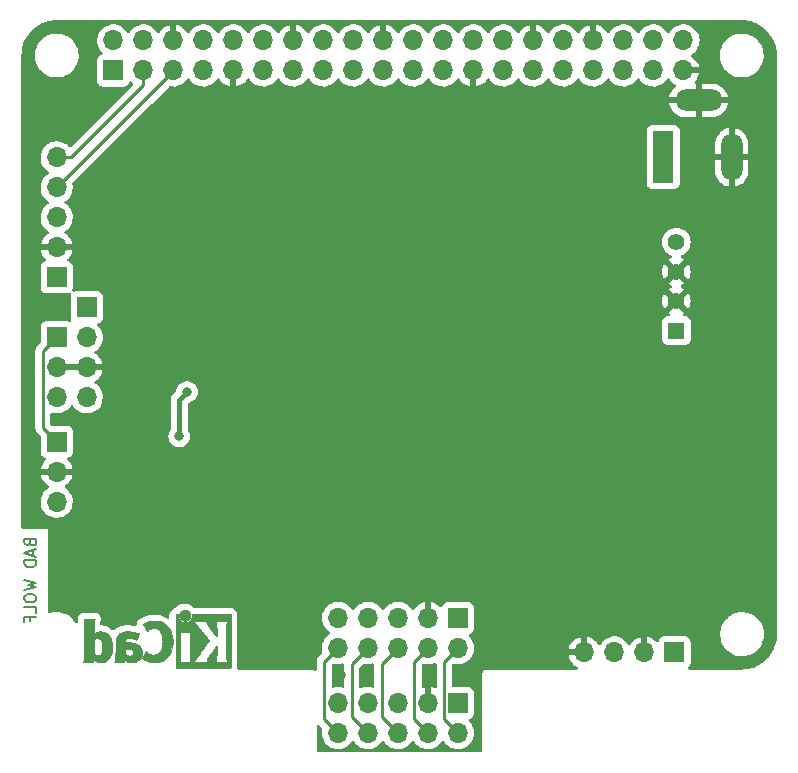
<source format=gbl>
G04 #@! TF.GenerationSoftware,KiCad,Pcbnew,(6.0.4)*
G04 #@! TF.CreationDate,2022-07-19T21:48:52-05:00*
G04 #@! TF.ProjectId,ras_pi_supercap_ups,7261735f-7069-45f7-9375-706572636170,rev?*
G04 #@! TF.SameCoordinates,Original*
G04 #@! TF.FileFunction,Copper,L2,Bot*
G04 #@! TF.FilePolarity,Positive*
%FSLAX46Y46*%
G04 Gerber Fmt 4.6, Leading zero omitted, Abs format (unit mm)*
G04 Created by KiCad (PCBNEW (6.0.4)) date 2022-07-19 21:48:52*
%MOMM*%
%LPD*%
G01*
G04 APERTURE LIST*
%ADD10C,0.150000*%
G04 #@! TA.AperFunction,NonConductor*
%ADD11C,0.150000*%
G04 #@! TD*
G04 #@! TA.AperFunction,EtchedComponent*
%ADD12C,0.010000*%
G04 #@! TD*
G04 #@! TA.AperFunction,ComponentPad*
%ADD13R,1.408000X1.408000*%
G04 #@! TD*
G04 #@! TA.AperFunction,ComponentPad*
%ADD14C,1.408000*%
G04 #@! TD*
G04 #@! TA.AperFunction,ComponentPad*
%ADD15R,1.700000X1.700000*%
G04 #@! TD*
G04 #@! TA.AperFunction,ComponentPad*
%ADD16O,1.700000X1.700000*%
G04 #@! TD*
G04 #@! TA.AperFunction,ComponentPad*
%ADD17R,1.800000X4.400000*%
G04 #@! TD*
G04 #@! TA.AperFunction,ComponentPad*
%ADD18O,1.800000X4.000000*%
G04 #@! TD*
G04 #@! TA.AperFunction,ComponentPad*
%ADD19O,4.000000X1.800000*%
G04 #@! TD*
G04 #@! TA.AperFunction,ViaPad*
%ADD20C,0.800000*%
G04 #@! TD*
G04 #@! TA.AperFunction,Conductor*
%ADD21C,0.250000*%
G04 #@! TD*
G04 #@! TA.AperFunction,Conductor*
%ADD22C,0.400000*%
G04 #@! TD*
G04 APERTURE END LIST*
D10*
D11*
X51228571Y-144733333D02*
X51276190Y-144876190D01*
X51323809Y-144923809D01*
X51419047Y-144971428D01*
X51561904Y-144971428D01*
X51657142Y-144923809D01*
X51704761Y-144876190D01*
X51752380Y-144780952D01*
X51752380Y-144400000D01*
X50752380Y-144400000D01*
X50752380Y-144733333D01*
X50800000Y-144828571D01*
X50847619Y-144876190D01*
X50942857Y-144923809D01*
X51038095Y-144923809D01*
X51133333Y-144876190D01*
X51180952Y-144828571D01*
X51228571Y-144733333D01*
X51228571Y-144400000D01*
X51466666Y-145352380D02*
X51466666Y-145828571D01*
X51752380Y-145257142D02*
X50752380Y-145590476D01*
X51752380Y-145923809D01*
X51752380Y-146257142D02*
X50752380Y-146257142D01*
X50752380Y-146495238D01*
X50800000Y-146638095D01*
X50895238Y-146733333D01*
X50990476Y-146780952D01*
X51180952Y-146828571D01*
X51323809Y-146828571D01*
X51514285Y-146780952D01*
X51609523Y-146733333D01*
X51704761Y-146638095D01*
X51752380Y-146495238D01*
X51752380Y-146257142D01*
X50752380Y-147923809D02*
X51752380Y-148161904D01*
X51038095Y-148352380D01*
X51752380Y-148542857D01*
X50752380Y-148780952D01*
X50752380Y-149352380D02*
X50752380Y-149542857D01*
X50800000Y-149638095D01*
X50895238Y-149733333D01*
X51085714Y-149780952D01*
X51419047Y-149780952D01*
X51609523Y-149733333D01*
X51704761Y-149638095D01*
X51752380Y-149542857D01*
X51752380Y-149352380D01*
X51704761Y-149257142D01*
X51609523Y-149161904D01*
X51419047Y-149114285D01*
X51085714Y-149114285D01*
X50895238Y-149161904D01*
X50800000Y-149257142D01*
X50752380Y-149352380D01*
X51752380Y-150685714D02*
X51752380Y-150209523D01*
X50752380Y-150209523D01*
X51228571Y-151352380D02*
X51228571Y-151019047D01*
X51752380Y-151019047D02*
X50752380Y-151019047D01*
X50752380Y-151495238D01*
G36*
X60727261Y-154077363D02*
G01*
X60723632Y-154152202D01*
X60716022Y-154214401D01*
X60703688Y-154270984D01*
X60659313Y-154397076D01*
X60596400Y-154511679D01*
X60516238Y-154612568D01*
X60419740Y-154698924D01*
X60307822Y-154769932D01*
X60181397Y-154824776D01*
X60041378Y-154862638D01*
X60005149Y-154868351D01*
X59926155Y-154874313D01*
X59837841Y-154874646D01*
X59748075Y-154869659D01*
X59664722Y-154859666D01*
X59595651Y-154844978D01*
X59509187Y-154814749D01*
X59399286Y-154760057D01*
X59301956Y-154692543D01*
X59239867Y-154641556D01*
X59236605Y-154737622D01*
X59233343Y-154833689D01*
X58810450Y-154833689D01*
X58799543Y-154833686D01*
X58705056Y-154833380D01*
X58618331Y-154832616D01*
X58541837Y-154831451D01*
X58478043Y-154829942D01*
X58429418Y-154828147D01*
X58398433Y-154826121D01*
X58387556Y-154823922D01*
X58387578Y-154823463D01*
X58394614Y-154807910D01*
X58410434Y-154785071D01*
X58414734Y-154779638D01*
X58425777Y-154765606D01*
X58435311Y-154752186D01*
X58443461Y-154737722D01*
X58450352Y-154720556D01*
X58456111Y-154699034D01*
X58460862Y-154671498D01*
X58464731Y-154636292D01*
X58467844Y-154591760D01*
X58470325Y-154536246D01*
X58472300Y-154468093D01*
X58473894Y-154385645D01*
X58475234Y-154287246D01*
X58476444Y-154171239D01*
X58476896Y-154120462D01*
X59279378Y-154120462D01*
X59324048Y-154176973D01*
X59336785Y-154192212D01*
X59383604Y-154234844D01*
X59444255Y-154270672D01*
X59454897Y-154275850D01*
X59493676Y-154292745D01*
X59528692Y-154302909D01*
X59568722Y-154308325D01*
X59622541Y-154310978D01*
X59640648Y-154311383D01*
X59716011Y-154308540D01*
X59776743Y-154296620D01*
X59828452Y-154274037D01*
X59876746Y-154239211D01*
X59881803Y-154234798D01*
X59930272Y-154179160D01*
X59958459Y-154115333D01*
X59967752Y-154040282D01*
X59960520Y-153968693D01*
X59935796Y-153905645D01*
X59891249Y-153847758D01*
X59836319Y-153800808D01*
X59763894Y-153760961D01*
X59677340Y-153733263D01*
X59574670Y-153717096D01*
X59453894Y-153711842D01*
X59445007Y-153711857D01*
X59389660Y-153712655D01*
X59342736Y-153714488D01*
X59308953Y-153717111D01*
X59293028Y-153720274D01*
X59288943Y-153726741D01*
X59284572Y-153748875D01*
X59281604Y-153787988D01*
X59279914Y-153845939D01*
X59279378Y-153924586D01*
X59279378Y-154120462D01*
X58476896Y-154120462D01*
X58477649Y-154035968D01*
X58478975Y-153879778D01*
X58480228Y-153737012D01*
X58481651Y-153591942D01*
X58483176Y-153466027D01*
X58484933Y-153357436D01*
X58487051Y-153264334D01*
X58489660Y-153184891D01*
X58492890Y-153117273D01*
X58496869Y-153059649D01*
X58501728Y-153010185D01*
X58507597Y-152967050D01*
X58514604Y-152928410D01*
X58522880Y-152892434D01*
X58532554Y-152857289D01*
X58543756Y-152821142D01*
X58556616Y-152782161D01*
X58572090Y-152739091D01*
X58614994Y-152646871D01*
X58668735Y-152567099D01*
X58737576Y-152492965D01*
X58815185Y-152429405D01*
X58919761Y-152367725D01*
X59039244Y-152320202D01*
X59174508Y-152286567D01*
X59326426Y-152266552D01*
X59495872Y-152259889D01*
X59553890Y-152260287D01*
X59619398Y-152262335D01*
X59680693Y-152266704D01*
X59742097Y-152274035D01*
X59807932Y-152284969D01*
X59882520Y-152300147D01*
X59970184Y-152320209D01*
X60075245Y-152345797D01*
X60103806Y-152352820D01*
X60179054Y-152370776D01*
X60249388Y-152386820D01*
X60310567Y-152400028D01*
X60358354Y-152409474D01*
X60388511Y-152414231D01*
X60416783Y-152417910D01*
X60443060Y-152423187D01*
X60453059Y-152427942D01*
X60449952Y-152436781D01*
X60439194Y-152464072D01*
X60421864Y-152506906D01*
X60399126Y-152562425D01*
X60372147Y-152627772D01*
X60342090Y-152700089D01*
X60335493Y-152715879D01*
X60296907Y-152806484D01*
X60265768Y-152876217D01*
X60241917Y-152925405D01*
X60225198Y-152954374D01*
X60215454Y-152963452D01*
X60207766Y-152961405D01*
X60181415Y-152951760D01*
X60142982Y-152936190D01*
X60097822Y-152916815D01*
X60003293Y-152878814D01*
X59866480Y-152837780D01*
X59725289Y-152812612D01*
X59687314Y-152808611D01*
X59584059Y-152806447D01*
X59496952Y-152819622D01*
X59425129Y-152848756D01*
X59367731Y-152894466D01*
X59323896Y-152957372D01*
X59292762Y-153038092D01*
X59273470Y-153137245D01*
X59266050Y-153196224D01*
X59427936Y-153189445D01*
X59554495Y-153187813D01*
X59705951Y-153194194D01*
X59854396Y-153208777D01*
X59990578Y-153230882D01*
X60055245Y-153245821D01*
X60187490Y-153288741D01*
X60309762Y-153345340D01*
X60419685Y-153414017D01*
X60514883Y-153493170D01*
X60592980Y-153581196D01*
X60651599Y-153676493D01*
X60675595Y-153728864D01*
X60701232Y-153799590D01*
X60717478Y-153870812D01*
X60725822Y-153949712D01*
X60727690Y-154040282D01*
X60727755Y-154043467D01*
X60727261Y-154077363D01*
G37*
D12*
X60727261Y-154077363D02*
X60723632Y-154152202D01*
X60716022Y-154214401D01*
X60703688Y-154270984D01*
X60659313Y-154397076D01*
X60596400Y-154511679D01*
X60516238Y-154612568D01*
X60419740Y-154698924D01*
X60307822Y-154769932D01*
X60181397Y-154824776D01*
X60041378Y-154862638D01*
X60005149Y-154868351D01*
X59926155Y-154874313D01*
X59837841Y-154874646D01*
X59748075Y-154869659D01*
X59664722Y-154859666D01*
X59595651Y-154844978D01*
X59509187Y-154814749D01*
X59399286Y-154760057D01*
X59301956Y-154692543D01*
X59239867Y-154641556D01*
X59236605Y-154737622D01*
X59233343Y-154833689D01*
X58810450Y-154833689D01*
X58799543Y-154833686D01*
X58705056Y-154833380D01*
X58618331Y-154832616D01*
X58541837Y-154831451D01*
X58478043Y-154829942D01*
X58429418Y-154828147D01*
X58398433Y-154826121D01*
X58387556Y-154823922D01*
X58387578Y-154823463D01*
X58394614Y-154807910D01*
X58410434Y-154785071D01*
X58414734Y-154779638D01*
X58425777Y-154765606D01*
X58435311Y-154752186D01*
X58443461Y-154737722D01*
X58450352Y-154720556D01*
X58456111Y-154699034D01*
X58460862Y-154671498D01*
X58464731Y-154636292D01*
X58467844Y-154591760D01*
X58470325Y-154536246D01*
X58472300Y-154468093D01*
X58473894Y-154385645D01*
X58475234Y-154287246D01*
X58476444Y-154171239D01*
X58476896Y-154120462D01*
X59279378Y-154120462D01*
X59324048Y-154176973D01*
X59336785Y-154192212D01*
X59383604Y-154234844D01*
X59444255Y-154270672D01*
X59454897Y-154275850D01*
X59493676Y-154292745D01*
X59528692Y-154302909D01*
X59568722Y-154308325D01*
X59622541Y-154310978D01*
X59640648Y-154311383D01*
X59716011Y-154308540D01*
X59776743Y-154296620D01*
X59828452Y-154274037D01*
X59876746Y-154239211D01*
X59881803Y-154234798D01*
X59930272Y-154179160D01*
X59958459Y-154115333D01*
X59967752Y-154040282D01*
X59960520Y-153968693D01*
X59935796Y-153905645D01*
X59891249Y-153847758D01*
X59836319Y-153800808D01*
X59763894Y-153760961D01*
X59677340Y-153733263D01*
X59574670Y-153717096D01*
X59453894Y-153711842D01*
X59445007Y-153711857D01*
X59389660Y-153712655D01*
X59342736Y-153714488D01*
X59308953Y-153717111D01*
X59293028Y-153720274D01*
X59288943Y-153726741D01*
X59284572Y-153748875D01*
X59281604Y-153787988D01*
X59279914Y-153845939D01*
X59279378Y-153924586D01*
X59279378Y-154120462D01*
X58476896Y-154120462D01*
X58477649Y-154035968D01*
X58478975Y-153879778D01*
X58480228Y-153737012D01*
X58481651Y-153591942D01*
X58483176Y-153466027D01*
X58484933Y-153357436D01*
X58487051Y-153264334D01*
X58489660Y-153184891D01*
X58492890Y-153117273D01*
X58496869Y-153059649D01*
X58501728Y-153010185D01*
X58507597Y-152967050D01*
X58514604Y-152928410D01*
X58522880Y-152892434D01*
X58532554Y-152857289D01*
X58543756Y-152821142D01*
X58556616Y-152782161D01*
X58572090Y-152739091D01*
X58614994Y-152646871D01*
X58668735Y-152567099D01*
X58737576Y-152492965D01*
X58815185Y-152429405D01*
X58919761Y-152367725D01*
X59039244Y-152320202D01*
X59174508Y-152286567D01*
X59326426Y-152266552D01*
X59495872Y-152259889D01*
X59553890Y-152260287D01*
X59619398Y-152262335D01*
X59680693Y-152266704D01*
X59742097Y-152274035D01*
X59807932Y-152284969D01*
X59882520Y-152300147D01*
X59970184Y-152320209D01*
X60075245Y-152345797D01*
X60103806Y-152352820D01*
X60179054Y-152370776D01*
X60249388Y-152386820D01*
X60310567Y-152400028D01*
X60358354Y-152409474D01*
X60388511Y-152414231D01*
X60416783Y-152417910D01*
X60443060Y-152423187D01*
X60453059Y-152427942D01*
X60449952Y-152436781D01*
X60439194Y-152464072D01*
X60421864Y-152506906D01*
X60399126Y-152562425D01*
X60372147Y-152627772D01*
X60342090Y-152700089D01*
X60335493Y-152715879D01*
X60296907Y-152806484D01*
X60265768Y-152876217D01*
X60241917Y-152925405D01*
X60225198Y-152954374D01*
X60215454Y-152963452D01*
X60207766Y-152961405D01*
X60181415Y-152951760D01*
X60142982Y-152936190D01*
X60097822Y-152916815D01*
X60003293Y-152878814D01*
X59866480Y-152837780D01*
X59725289Y-152812612D01*
X59687314Y-152808611D01*
X59584059Y-152806447D01*
X59496952Y-152819622D01*
X59425129Y-152848756D01*
X59367731Y-152894466D01*
X59323896Y-152957372D01*
X59292762Y-153038092D01*
X59273470Y-153137245D01*
X59266050Y-153196224D01*
X59427936Y-153189445D01*
X59554495Y-153187813D01*
X59705951Y-153194194D01*
X59854396Y-153208777D01*
X59990578Y-153230882D01*
X60055245Y-153245821D01*
X60187490Y-153288741D01*
X60309762Y-153345340D01*
X60419685Y-153414017D01*
X60514883Y-153493170D01*
X60592980Y-153581196D01*
X60651599Y-153676493D01*
X60675595Y-153728864D01*
X60701232Y-153799590D01*
X60717478Y-153870812D01*
X60725822Y-153949712D01*
X60727690Y-154040282D01*
X60727755Y-154043467D01*
X60727261Y-154077363D01*
G36*
X58185268Y-153720158D02*
G01*
X58176689Y-153871594D01*
X58157833Y-154008283D01*
X58127837Y-154134276D01*
X58085836Y-154253625D01*
X58030969Y-154370381D01*
X57964167Y-154481179D01*
X57873363Y-154594739D01*
X57769708Y-154690211D01*
X57653887Y-154767073D01*
X57526586Y-154824797D01*
X57388489Y-154862858D01*
X57350793Y-154868666D01*
X57271752Y-154874396D01*
X57183629Y-154874583D01*
X57094236Y-154869539D01*
X57011384Y-154859578D01*
X56942887Y-154845012D01*
X56912035Y-154835364D01*
X56834730Y-154805123D01*
X56757679Y-154767617D01*
X56688200Y-154726614D01*
X56633615Y-154685879D01*
X56610916Y-154666505D01*
X56588201Y-154648662D01*
X56576779Y-154641778D01*
X56575537Y-154643424D01*
X56572728Y-154661205D01*
X56570776Y-154694370D01*
X56570045Y-154737733D01*
X56570045Y-154833689D01*
X55711896Y-154833689D01*
X55746161Y-154772974D01*
X55751355Y-154763868D01*
X55759715Y-154749249D01*
X55767288Y-154735173D01*
X55774112Y-154720540D01*
X55780227Y-154704249D01*
X55785673Y-154685198D01*
X55790487Y-154662286D01*
X55794708Y-154634413D01*
X55798377Y-154600478D01*
X55801531Y-154559379D01*
X55804211Y-154510015D01*
X55806454Y-154451286D01*
X55808299Y-154382090D01*
X55809787Y-154301326D01*
X55810955Y-154207894D01*
X55811678Y-154120721D01*
X56615200Y-154120721D01*
X56685756Y-154167089D01*
X56726417Y-154190791D01*
X56780546Y-154216639D01*
X56829689Y-154234829D01*
X56893165Y-154250551D01*
X56989331Y-154261541D01*
X57073900Y-154253365D01*
X57147219Y-154225805D01*
X57209637Y-154178642D01*
X57261502Y-154111658D01*
X57303160Y-154024633D01*
X57334962Y-153917350D01*
X57337545Y-153905009D01*
X57346000Y-153843772D01*
X57351663Y-153766692D01*
X57354576Y-153679002D01*
X57354783Y-153585934D01*
X57352330Y-153492720D01*
X57347261Y-153404594D01*
X57339619Y-153326788D01*
X57329448Y-153264533D01*
X57328167Y-153258666D01*
X57299126Y-153148121D01*
X57264610Y-153057575D01*
X57223456Y-152984953D01*
X57174499Y-152928181D01*
X57116574Y-152885184D01*
X57084620Y-152869615D01*
X57011784Y-152850722D01*
X56930443Y-152847465D01*
X56845319Y-152859389D01*
X56761133Y-152886040D01*
X56682608Y-152926962D01*
X56615200Y-152970530D01*
X56615200Y-154120721D01*
X55811678Y-154120721D01*
X55811844Y-154100692D01*
X55812491Y-153978620D01*
X55812936Y-153840576D01*
X55813218Y-153685459D01*
X55813375Y-153512168D01*
X55813448Y-153319603D01*
X55813474Y-153106662D01*
X55813493Y-152872245D01*
X55813689Y-151187378D01*
X56719017Y-151187378D01*
X56694585Y-151224067D01*
X56688318Y-151233647D01*
X56662208Y-151279981D01*
X56644469Y-151327102D01*
X56632908Y-151382251D01*
X56625331Y-151452667D01*
X56624839Y-151459650D01*
X56623062Y-151497641D01*
X56621444Y-151551576D01*
X56619999Y-151618703D01*
X56618740Y-151696271D01*
X56617680Y-151781528D01*
X56616829Y-151871724D01*
X56616203Y-151964107D01*
X56615812Y-152055925D01*
X56615670Y-152144427D01*
X56615790Y-152226862D01*
X56616183Y-152300479D01*
X56616862Y-152362526D01*
X56617841Y-152410251D01*
X56619132Y-152440904D01*
X56620747Y-152451733D01*
X56628957Y-152447333D01*
X56650647Y-152432362D01*
X56680014Y-152410448D01*
X56728879Y-152376236D01*
X56817125Y-152329714D01*
X56915916Y-152296046D01*
X57028510Y-152274231D01*
X57158164Y-152263265D01*
X57250670Y-152262219D01*
X57372011Y-152272014D01*
X57482099Y-152296174D01*
X57585389Y-152335785D01*
X57686338Y-152391932D01*
X57731503Y-152422883D01*
X57836911Y-152514115D01*
X57928538Y-152623106D01*
X58006332Y-152749726D01*
X58070241Y-152893845D01*
X58120214Y-153055332D01*
X58156198Y-153234059D01*
X58178143Y-153429895D01*
X58183900Y-153585934D01*
X58185994Y-153642711D01*
X58185268Y-153720158D01*
G37*
X58185268Y-153720158D02*
X58176689Y-153871594D01*
X58157833Y-154008283D01*
X58127837Y-154134276D01*
X58085836Y-154253625D01*
X58030969Y-154370381D01*
X57964167Y-154481179D01*
X57873363Y-154594739D01*
X57769708Y-154690211D01*
X57653887Y-154767073D01*
X57526586Y-154824797D01*
X57388489Y-154862858D01*
X57350793Y-154868666D01*
X57271752Y-154874396D01*
X57183629Y-154874583D01*
X57094236Y-154869539D01*
X57011384Y-154859578D01*
X56942887Y-154845012D01*
X56912035Y-154835364D01*
X56834730Y-154805123D01*
X56757679Y-154767617D01*
X56688200Y-154726614D01*
X56633615Y-154685879D01*
X56610916Y-154666505D01*
X56588201Y-154648662D01*
X56576779Y-154641778D01*
X56575537Y-154643424D01*
X56572728Y-154661205D01*
X56570776Y-154694370D01*
X56570045Y-154737733D01*
X56570045Y-154833689D01*
X55711896Y-154833689D01*
X55746161Y-154772974D01*
X55751355Y-154763868D01*
X55759715Y-154749249D01*
X55767288Y-154735173D01*
X55774112Y-154720540D01*
X55780227Y-154704249D01*
X55785673Y-154685198D01*
X55790487Y-154662286D01*
X55794708Y-154634413D01*
X55798377Y-154600478D01*
X55801531Y-154559379D01*
X55804211Y-154510015D01*
X55806454Y-154451286D01*
X55808299Y-154382090D01*
X55809787Y-154301326D01*
X55810955Y-154207894D01*
X55811678Y-154120721D01*
X56615200Y-154120721D01*
X56685756Y-154167089D01*
X56726417Y-154190791D01*
X56780546Y-154216639D01*
X56829689Y-154234829D01*
X56893165Y-154250551D01*
X56989331Y-154261541D01*
X57073900Y-154253365D01*
X57147219Y-154225805D01*
X57209637Y-154178642D01*
X57261502Y-154111658D01*
X57303160Y-154024633D01*
X57334962Y-153917350D01*
X57337545Y-153905009D01*
X57346000Y-153843772D01*
X57351663Y-153766692D01*
X57354576Y-153679002D01*
X57354783Y-153585934D01*
X57352330Y-153492720D01*
X57347261Y-153404594D01*
X57339619Y-153326788D01*
X57329448Y-153264533D01*
X57328167Y-153258666D01*
X57299126Y-153148121D01*
X57264610Y-153057575D01*
X57223456Y-152984953D01*
X57174499Y-152928181D01*
X57116574Y-152885184D01*
X57084620Y-152869615D01*
X57011784Y-152850722D01*
X56930443Y-152847465D01*
X56845319Y-152859389D01*
X56761133Y-152886040D01*
X56682608Y-152926962D01*
X56615200Y-152970530D01*
X56615200Y-154120721D01*
X55811678Y-154120721D01*
X55811844Y-154100692D01*
X55812491Y-153978620D01*
X55812936Y-153840576D01*
X55813218Y-153685459D01*
X55813375Y-153512168D01*
X55813448Y-153319603D01*
X55813474Y-153106662D01*
X55813493Y-152872245D01*
X55813689Y-151187378D01*
X56719017Y-151187378D01*
X56694585Y-151224067D01*
X56688318Y-151233647D01*
X56662208Y-151279981D01*
X56644469Y-151327102D01*
X56632908Y-151382251D01*
X56625331Y-151452667D01*
X56624839Y-151459650D01*
X56623062Y-151497641D01*
X56621444Y-151551576D01*
X56619999Y-151618703D01*
X56618740Y-151696271D01*
X56617680Y-151781528D01*
X56616829Y-151871724D01*
X56616203Y-151964107D01*
X56615812Y-152055925D01*
X56615670Y-152144427D01*
X56615790Y-152226862D01*
X56616183Y-152300479D01*
X56616862Y-152362526D01*
X56617841Y-152410251D01*
X56619132Y-152440904D01*
X56620747Y-152451733D01*
X56628957Y-152447333D01*
X56650647Y-152432362D01*
X56680014Y-152410448D01*
X56728879Y-152376236D01*
X56817125Y-152329714D01*
X56915916Y-152296046D01*
X57028510Y-152274231D01*
X57158164Y-152263265D01*
X57250670Y-152262219D01*
X57372011Y-152272014D01*
X57482099Y-152296174D01*
X57585389Y-152335785D01*
X57686338Y-152391932D01*
X57731503Y-152422883D01*
X57836911Y-152514115D01*
X57928538Y-152623106D01*
X58006332Y-152749726D01*
X58070241Y-152893845D01*
X58120214Y-153055332D01*
X58156198Y-153234059D01*
X58178143Y-153429895D01*
X58183900Y-153585934D01*
X58185994Y-153642711D01*
X58185268Y-153720158D01*
G36*
X68276059Y-151643011D02*
G01*
X68276362Y-151790216D01*
X68276548Y-151954349D01*
X68276642Y-152136352D01*
X68276671Y-152337165D01*
X68276661Y-152557732D01*
X68276636Y-152798992D01*
X68276622Y-153061889D01*
X68276622Y-153104040D01*
X68276646Y-153364668D01*
X68276685Y-153603796D01*
X68276708Y-153822360D01*
X68276687Y-154021295D01*
X68276593Y-154201535D01*
X68276395Y-154364015D01*
X68276063Y-154509670D01*
X68275569Y-154639434D01*
X68274883Y-154754243D01*
X68273976Y-154855030D01*
X68272817Y-154942730D01*
X68271378Y-155018279D01*
X68269629Y-155082611D01*
X68267540Y-155136661D01*
X68265083Y-155181363D01*
X68262227Y-155217652D01*
X68258943Y-155246463D01*
X68255202Y-155268731D01*
X68250974Y-155285390D01*
X68246229Y-155297375D01*
X68240939Y-155305621D01*
X68235073Y-155311062D01*
X68228602Y-155314634D01*
X68221497Y-155317270D01*
X68213728Y-155319906D01*
X68205266Y-155323477D01*
X68200908Y-155325145D01*
X68192395Y-155327111D01*
X68179694Y-155328911D01*
X68161885Y-155330555D01*
X68138049Y-155332047D01*
X68107266Y-155333397D01*
X68068617Y-155334611D01*
X68021182Y-155335697D01*
X67964043Y-155336661D01*
X67896279Y-155337511D01*
X67816971Y-155338253D01*
X67725199Y-155338897D01*
X67620044Y-155339447D01*
X67500587Y-155339913D01*
X67365908Y-155340300D01*
X67215088Y-155340616D01*
X67047206Y-155340869D01*
X66861345Y-155341066D01*
X66656583Y-155341213D01*
X66432002Y-155341318D01*
X66186682Y-155341389D01*
X65919704Y-155341432D01*
X65881321Y-155341437D01*
X65615922Y-155341480D01*
X65372050Y-155341525D01*
X65148783Y-155341548D01*
X64945196Y-155341524D01*
X64760367Y-155341430D01*
X64593373Y-155341243D01*
X64443290Y-155340939D01*
X64309196Y-155340494D01*
X64190166Y-155339885D01*
X64085279Y-155339089D01*
X63993610Y-155338080D01*
X63914237Y-155336837D01*
X63846237Y-155335335D01*
X63788686Y-155333551D01*
X63740662Y-155331461D01*
X63701240Y-155329042D01*
X63669499Y-155326270D01*
X63644514Y-155323121D01*
X63625364Y-155319572D01*
X63611123Y-155315598D01*
X63600871Y-155311178D01*
X63593682Y-155306286D01*
X63588635Y-155300900D01*
X63584805Y-155294996D01*
X63581271Y-155288549D01*
X63577108Y-155281537D01*
X63576025Y-155279687D01*
X63573813Y-155274180D01*
X63571786Y-155265868D01*
X63569938Y-155253809D01*
X63568261Y-155237063D01*
X63566745Y-155214687D01*
X63565383Y-155185740D01*
X63564167Y-155149280D01*
X63563089Y-155104367D01*
X63562140Y-155050057D01*
X63561312Y-154985410D01*
X63560597Y-154909484D01*
X63559987Y-154821338D01*
X63559942Y-154812493D01*
X63851378Y-154812493D01*
X63855260Y-154813765D01*
X63878520Y-154815791D01*
X63920874Y-154817626D01*
X63980132Y-154819227D01*
X64054107Y-154820549D01*
X64140610Y-154821548D01*
X64237452Y-154822180D01*
X64342445Y-154822400D01*
X65040651Y-154822400D01*
X66195090Y-154822400D01*
X66194456Y-154746200D01*
X66195574Y-154704160D01*
X66201304Y-154668334D01*
X66213890Y-154630772D01*
X66235568Y-154582577D01*
X66238789Y-154575897D01*
X66264188Y-154526359D01*
X66290996Y-154478369D01*
X66313917Y-154441466D01*
X66318485Y-154434834D01*
X66340516Y-154403593D01*
X66372693Y-154358654D01*
X66413457Y-154302147D01*
X66461245Y-154236204D01*
X66514498Y-154162957D01*
X66571655Y-154084536D01*
X66631155Y-154003072D01*
X66691437Y-153920698D01*
X66750940Y-153839544D01*
X66808105Y-153761742D01*
X66861370Y-153689423D01*
X66909174Y-153624718D01*
X66949957Y-153569759D01*
X66982158Y-153526676D01*
X67004216Y-153497602D01*
X67014571Y-153484667D01*
X67019044Y-153480351D01*
X67023236Y-153478312D01*
X67026643Y-153480926D01*
X67029325Y-153489986D01*
X67031341Y-153507285D01*
X67032748Y-153534614D01*
X67033605Y-153573765D01*
X67033970Y-153626533D01*
X67033903Y-153694707D01*
X67033460Y-153780082D01*
X67032702Y-153884449D01*
X67031685Y-154009600D01*
X67031308Y-154054300D01*
X67030169Y-154175395D01*
X67028972Y-154276688D01*
X67027636Y-154360262D01*
X67026077Y-154428204D01*
X67024215Y-154482599D01*
X67021966Y-154525532D01*
X67019248Y-154559089D01*
X67015979Y-154585355D01*
X67012078Y-154606416D01*
X67007461Y-154624357D01*
X66999192Y-154650770D01*
X66975583Y-154712772D01*
X66949685Y-154765573D01*
X66924535Y-154802645D01*
X66923339Y-154804075D01*
X66921168Y-154808424D01*
X66923328Y-154812026D01*
X66931644Y-154814951D01*
X66947940Y-154817269D01*
X66974041Y-154819051D01*
X67011771Y-154820367D01*
X67062956Y-154821286D01*
X67129420Y-154821878D01*
X67212987Y-154822215D01*
X67315483Y-154822365D01*
X67438732Y-154822400D01*
X67970296Y-154822400D01*
X67931523Y-154764783D01*
X67925432Y-154755893D01*
X67914976Y-154741069D01*
X67905579Y-154727422D01*
X67897183Y-154713765D01*
X67889733Y-154698911D01*
X67883173Y-154681670D01*
X67877446Y-154660855D01*
X67872495Y-154635280D01*
X67868266Y-154603755D01*
X67864701Y-154565093D01*
X67861744Y-154518107D01*
X67859340Y-154461608D01*
X67857431Y-154394409D01*
X67855962Y-154315322D01*
X67854876Y-154223160D01*
X67854118Y-154116734D01*
X67853630Y-153994857D01*
X67853358Y-153856341D01*
X67853243Y-153699999D01*
X67853231Y-153524642D01*
X67853265Y-153329082D01*
X67853289Y-153112133D01*
X67853280Y-152989513D01*
X67853243Y-152784447D01*
X67853227Y-152600116D01*
X67853288Y-152435334D01*
X67853484Y-152288916D01*
X67853870Y-152159674D01*
X67854505Y-152046422D01*
X67855444Y-151947975D01*
X67856745Y-151863144D01*
X67858464Y-151790744D01*
X67860659Y-151729589D01*
X67863385Y-151678492D01*
X67866701Y-151636267D01*
X67870662Y-151601727D01*
X67875325Y-151573686D01*
X67880747Y-151550958D01*
X67886986Y-151532356D01*
X67894097Y-151516693D01*
X67902138Y-151502784D01*
X67911166Y-151489441D01*
X67921236Y-151475479D01*
X67932407Y-151459711D01*
X67972197Y-151401867D01*
X66912314Y-151401867D01*
X66950311Y-151464966D01*
X66964993Y-151490005D01*
X66979531Y-151517586D01*
X66991627Y-151545700D01*
X67001532Y-151576551D01*
X67009494Y-151612344D01*
X67015761Y-151655283D01*
X67020582Y-151707574D01*
X67024206Y-151771419D01*
X67026881Y-151849025D01*
X67028857Y-151942594D01*
X67030382Y-152054333D01*
X67031704Y-152186445D01*
X67032613Y-152306434D01*
X67033020Y-152423063D01*
X67032767Y-152518531D01*
X67031857Y-152592556D01*
X67030293Y-152644855D01*
X67028079Y-152675149D01*
X67025220Y-152683156D01*
X67022161Y-152679858D01*
X67004006Y-152658408D01*
X66974275Y-152621889D01*
X66934639Y-152572442D01*
X66886771Y-152512207D01*
X66832343Y-152443327D01*
X66773027Y-152367943D01*
X66710495Y-152288196D01*
X66646421Y-152206228D01*
X66582475Y-152124180D01*
X66520331Y-152044194D01*
X66461661Y-151968411D01*
X66408137Y-151898973D01*
X66361430Y-151838021D01*
X66323214Y-151787696D01*
X66295161Y-151750140D01*
X66278943Y-151727495D01*
X66233635Y-151655212D01*
X66193661Y-151575463D01*
X66172130Y-151507188D01*
X66168827Y-151449844D01*
X66174116Y-151401867D01*
X65042356Y-151402117D01*
X65081867Y-151432722D01*
X65091248Y-151440089D01*
X65154183Y-151494438D01*
X65222997Y-151562259D01*
X65299596Y-151645516D01*
X65385888Y-151746178D01*
X65403052Y-151766847D01*
X65443833Y-151816409D01*
X65493588Y-151877326D01*
X65550955Y-151947898D01*
X65614569Y-152026424D01*
X65683069Y-152111204D01*
X65755090Y-152200537D01*
X65829270Y-152292722D01*
X65844517Y-152311702D01*
X65904246Y-152386060D01*
X65978653Y-152478848D01*
X66051131Y-152569388D01*
X66120314Y-152655978D01*
X66184841Y-152736918D01*
X66243347Y-152810506D01*
X66294470Y-152875044D01*
X66336847Y-152928829D01*
X66369115Y-152970162D01*
X66389910Y-152997342D01*
X66397869Y-153008668D01*
X66396111Y-153012771D01*
X66383230Y-153033334D01*
X66358885Y-153069561D01*
X66324247Y-153119824D01*
X66280486Y-153182492D01*
X66228775Y-153255936D01*
X66170284Y-153338527D01*
X66106184Y-153428636D01*
X66037646Y-153524631D01*
X65965843Y-153624885D01*
X65891944Y-153727768D01*
X65817121Y-153831650D01*
X65742545Y-153934901D01*
X65669387Y-154035892D01*
X65598819Y-154132994D01*
X65532011Y-154224577D01*
X65470135Y-154309011D01*
X65414361Y-154384667D01*
X65365862Y-154449916D01*
X65325807Y-154503128D01*
X65295369Y-154542673D01*
X65274944Y-154568026D01*
X65228899Y-154622295D01*
X65178612Y-154678775D01*
X65131815Y-154728669D01*
X65040651Y-154822400D01*
X64342445Y-154822400D01*
X64411356Y-154822349D01*
X64509607Y-154822091D01*
X64599030Y-154821637D01*
X64677333Y-154821010D01*
X64742223Y-154820235D01*
X64791411Y-154819335D01*
X64822604Y-154818334D01*
X64833511Y-154817257D01*
X64832322Y-154814037D01*
X64822176Y-154796452D01*
X64805040Y-154770158D01*
X64796540Y-154757691D01*
X64787329Y-154743622D01*
X64779233Y-154729351D01*
X64772185Y-154713479D01*
X64766117Y-154694609D01*
X64760961Y-154671341D01*
X64756651Y-154642278D01*
X64753119Y-154606021D01*
X64750297Y-154561170D01*
X64748118Y-154506328D01*
X64746514Y-154440097D01*
X64745419Y-154361077D01*
X64744765Y-154267871D01*
X64744484Y-154159079D01*
X64744509Y-154033303D01*
X64744772Y-153889145D01*
X64745206Y-153725207D01*
X64745745Y-153540089D01*
X64746279Y-153361232D01*
X64746805Y-153202374D01*
X64747350Y-153063316D01*
X64747945Y-152942665D01*
X64748619Y-152839028D01*
X64749403Y-152751011D01*
X64750326Y-152677223D01*
X64751419Y-152616269D01*
X64752712Y-152566757D01*
X64754235Y-152527293D01*
X64756019Y-152496484D01*
X64758092Y-152472938D01*
X64760486Y-152455260D01*
X64763230Y-152442059D01*
X64766356Y-152431940D01*
X64769892Y-152423511D01*
X64773791Y-152415375D01*
X64793438Y-152378544D01*
X64812225Y-152348391D01*
X64813272Y-152346908D01*
X64827602Y-152324659D01*
X64833511Y-152311702D01*
X64832504Y-152311249D01*
X64815305Y-152309803D01*
X64778656Y-152308480D01*
X64724962Y-152307316D01*
X64656630Y-152306347D01*
X64576064Y-152305611D01*
X64485670Y-152305142D01*
X64387853Y-152304978D01*
X63942195Y-152304978D01*
X63939120Y-153481845D01*
X63936045Y-154658711D01*
X63909407Y-154717622D01*
X63897485Y-154742183D01*
X63880246Y-154772434D01*
X63867074Y-154789560D01*
X63859076Y-154797591D01*
X63851378Y-154812493D01*
X63559942Y-154812493D01*
X63559474Y-154720029D01*
X63559050Y-154604617D01*
X63558706Y-154474160D01*
X63558434Y-154327716D01*
X63558227Y-154164344D01*
X63558076Y-153983101D01*
X63557972Y-153783048D01*
X63557908Y-153563241D01*
X63557876Y-153322739D01*
X63557867Y-153060602D01*
X63557867Y-150869031D01*
X63596249Y-150830649D01*
X63623355Y-150806911D01*
X63650253Y-150795111D01*
X63686560Y-150792267D01*
X63738489Y-150792267D01*
X63738489Y-150880206D01*
X63740427Y-150930102D01*
X63759199Y-151040523D01*
X63796217Y-151141987D01*
X63849369Y-151233152D01*
X63916546Y-151312673D01*
X63995638Y-151379205D01*
X64084534Y-151431406D01*
X64181125Y-151467930D01*
X64283300Y-151487434D01*
X64388950Y-151488573D01*
X64495964Y-151470005D01*
X64602232Y-151430384D01*
X64699219Y-151372516D01*
X64784293Y-151297684D01*
X64853015Y-151209615D01*
X64903918Y-151110616D01*
X64935535Y-151002993D01*
X64946400Y-150889054D01*
X64946400Y-150792267D01*
X66566753Y-150792267D01*
X66777897Y-150792280D01*
X66982020Y-150792330D01*
X67165686Y-150792430D01*
X67329991Y-150792592D01*
X67476029Y-150792829D01*
X67604894Y-150793153D01*
X67717683Y-150793575D01*
X67815488Y-150794109D01*
X67899404Y-150794767D01*
X67970527Y-150795561D01*
X68029950Y-150796504D01*
X68078768Y-150797608D01*
X68118077Y-150798884D01*
X68148969Y-150800347D01*
X68172541Y-150802007D01*
X68189886Y-150803878D01*
X68202099Y-150805972D01*
X68210275Y-150808300D01*
X68215508Y-150810876D01*
X68221504Y-150814445D01*
X68228279Y-150817978D01*
X68234478Y-150821488D01*
X68240126Y-150825918D01*
X68245247Y-150832208D01*
X68249869Y-150841301D01*
X68254015Y-150854139D01*
X68257713Y-150871662D01*
X68260987Y-150894813D01*
X68263863Y-150924534D01*
X68266367Y-150961765D01*
X68268524Y-151007449D01*
X68270360Y-151062527D01*
X68271900Y-151127941D01*
X68273170Y-151204633D01*
X68274195Y-151293544D01*
X68275001Y-151395617D01*
X68275034Y-151401867D01*
X68275614Y-151511792D01*
X68276059Y-151643011D01*
G37*
X68276059Y-151643011D02*
X68276362Y-151790216D01*
X68276548Y-151954349D01*
X68276642Y-152136352D01*
X68276671Y-152337165D01*
X68276661Y-152557732D01*
X68276636Y-152798992D01*
X68276622Y-153061889D01*
X68276622Y-153104040D01*
X68276646Y-153364668D01*
X68276685Y-153603796D01*
X68276708Y-153822360D01*
X68276687Y-154021295D01*
X68276593Y-154201535D01*
X68276395Y-154364015D01*
X68276063Y-154509670D01*
X68275569Y-154639434D01*
X68274883Y-154754243D01*
X68273976Y-154855030D01*
X68272817Y-154942730D01*
X68271378Y-155018279D01*
X68269629Y-155082611D01*
X68267540Y-155136661D01*
X68265083Y-155181363D01*
X68262227Y-155217652D01*
X68258943Y-155246463D01*
X68255202Y-155268731D01*
X68250974Y-155285390D01*
X68246229Y-155297375D01*
X68240939Y-155305621D01*
X68235073Y-155311062D01*
X68228602Y-155314634D01*
X68221497Y-155317270D01*
X68213728Y-155319906D01*
X68205266Y-155323477D01*
X68200908Y-155325145D01*
X68192395Y-155327111D01*
X68179694Y-155328911D01*
X68161885Y-155330555D01*
X68138049Y-155332047D01*
X68107266Y-155333397D01*
X68068617Y-155334611D01*
X68021182Y-155335697D01*
X67964043Y-155336661D01*
X67896279Y-155337511D01*
X67816971Y-155338253D01*
X67725199Y-155338897D01*
X67620044Y-155339447D01*
X67500587Y-155339913D01*
X67365908Y-155340300D01*
X67215088Y-155340616D01*
X67047206Y-155340869D01*
X66861345Y-155341066D01*
X66656583Y-155341213D01*
X66432002Y-155341318D01*
X66186682Y-155341389D01*
X65919704Y-155341432D01*
X65881321Y-155341437D01*
X65615922Y-155341480D01*
X65372050Y-155341525D01*
X65148783Y-155341548D01*
X64945196Y-155341524D01*
X64760367Y-155341430D01*
X64593373Y-155341243D01*
X64443290Y-155340939D01*
X64309196Y-155340494D01*
X64190166Y-155339885D01*
X64085279Y-155339089D01*
X63993610Y-155338080D01*
X63914237Y-155336837D01*
X63846237Y-155335335D01*
X63788686Y-155333551D01*
X63740662Y-155331461D01*
X63701240Y-155329042D01*
X63669499Y-155326270D01*
X63644514Y-155323121D01*
X63625364Y-155319572D01*
X63611123Y-155315598D01*
X63600871Y-155311178D01*
X63593682Y-155306286D01*
X63588635Y-155300900D01*
X63584805Y-155294996D01*
X63581271Y-155288549D01*
X63577108Y-155281537D01*
X63576025Y-155279687D01*
X63573813Y-155274180D01*
X63571786Y-155265868D01*
X63569938Y-155253809D01*
X63568261Y-155237063D01*
X63566745Y-155214687D01*
X63565383Y-155185740D01*
X63564167Y-155149280D01*
X63563089Y-155104367D01*
X63562140Y-155050057D01*
X63561312Y-154985410D01*
X63560597Y-154909484D01*
X63559987Y-154821338D01*
X63559942Y-154812493D01*
X63851378Y-154812493D01*
X63855260Y-154813765D01*
X63878520Y-154815791D01*
X63920874Y-154817626D01*
X63980132Y-154819227D01*
X64054107Y-154820549D01*
X64140610Y-154821548D01*
X64237452Y-154822180D01*
X64342445Y-154822400D01*
X65040651Y-154822400D01*
X66195090Y-154822400D01*
X66194456Y-154746200D01*
X66195574Y-154704160D01*
X66201304Y-154668334D01*
X66213890Y-154630772D01*
X66235568Y-154582577D01*
X66238789Y-154575897D01*
X66264188Y-154526359D01*
X66290996Y-154478369D01*
X66313917Y-154441466D01*
X66318485Y-154434834D01*
X66340516Y-154403593D01*
X66372693Y-154358654D01*
X66413457Y-154302147D01*
X66461245Y-154236204D01*
X66514498Y-154162957D01*
X66571655Y-154084536D01*
X66631155Y-154003072D01*
X66691437Y-153920698D01*
X66750940Y-153839544D01*
X66808105Y-153761742D01*
X66861370Y-153689423D01*
X66909174Y-153624718D01*
X66949957Y-153569759D01*
X66982158Y-153526676D01*
X67004216Y-153497602D01*
X67014571Y-153484667D01*
X67019044Y-153480351D01*
X67023236Y-153478312D01*
X67026643Y-153480926D01*
X67029325Y-153489986D01*
X67031341Y-153507285D01*
X67032748Y-153534614D01*
X67033605Y-153573765D01*
X67033970Y-153626533D01*
X67033903Y-153694707D01*
X67033460Y-153780082D01*
X67032702Y-153884449D01*
X67031685Y-154009600D01*
X67031308Y-154054300D01*
X67030169Y-154175395D01*
X67028972Y-154276688D01*
X67027636Y-154360262D01*
X67026077Y-154428204D01*
X67024215Y-154482599D01*
X67021966Y-154525532D01*
X67019248Y-154559089D01*
X67015979Y-154585355D01*
X67012078Y-154606416D01*
X67007461Y-154624357D01*
X66999192Y-154650770D01*
X66975583Y-154712772D01*
X66949685Y-154765573D01*
X66924535Y-154802645D01*
X66923339Y-154804075D01*
X66921168Y-154808424D01*
X66923328Y-154812026D01*
X66931644Y-154814951D01*
X66947940Y-154817269D01*
X66974041Y-154819051D01*
X67011771Y-154820367D01*
X67062956Y-154821286D01*
X67129420Y-154821878D01*
X67212987Y-154822215D01*
X67315483Y-154822365D01*
X67438732Y-154822400D01*
X67970296Y-154822400D01*
X67931523Y-154764783D01*
X67925432Y-154755893D01*
X67914976Y-154741069D01*
X67905579Y-154727422D01*
X67897183Y-154713765D01*
X67889733Y-154698911D01*
X67883173Y-154681670D01*
X67877446Y-154660855D01*
X67872495Y-154635280D01*
X67868266Y-154603755D01*
X67864701Y-154565093D01*
X67861744Y-154518107D01*
X67859340Y-154461608D01*
X67857431Y-154394409D01*
X67855962Y-154315322D01*
X67854876Y-154223160D01*
X67854118Y-154116734D01*
X67853630Y-153994857D01*
X67853358Y-153856341D01*
X67853243Y-153699999D01*
X67853231Y-153524642D01*
X67853265Y-153329082D01*
X67853289Y-153112133D01*
X67853280Y-152989513D01*
X67853243Y-152784447D01*
X67853227Y-152600116D01*
X67853288Y-152435334D01*
X67853484Y-152288916D01*
X67853870Y-152159674D01*
X67854505Y-152046422D01*
X67855444Y-151947975D01*
X67856745Y-151863144D01*
X67858464Y-151790744D01*
X67860659Y-151729589D01*
X67863385Y-151678492D01*
X67866701Y-151636267D01*
X67870662Y-151601727D01*
X67875325Y-151573686D01*
X67880747Y-151550958D01*
X67886986Y-151532356D01*
X67894097Y-151516693D01*
X67902138Y-151502784D01*
X67911166Y-151489441D01*
X67921236Y-151475479D01*
X67932407Y-151459711D01*
X67972197Y-151401867D01*
X66912314Y-151401867D01*
X66950311Y-151464966D01*
X66964993Y-151490005D01*
X66979531Y-151517586D01*
X66991627Y-151545700D01*
X67001532Y-151576551D01*
X67009494Y-151612344D01*
X67015761Y-151655283D01*
X67020582Y-151707574D01*
X67024206Y-151771419D01*
X67026881Y-151849025D01*
X67028857Y-151942594D01*
X67030382Y-152054333D01*
X67031704Y-152186445D01*
X67032613Y-152306434D01*
X67033020Y-152423063D01*
X67032767Y-152518531D01*
X67031857Y-152592556D01*
X67030293Y-152644855D01*
X67028079Y-152675149D01*
X67025220Y-152683156D01*
X67022161Y-152679858D01*
X67004006Y-152658408D01*
X66974275Y-152621889D01*
X66934639Y-152572442D01*
X66886771Y-152512207D01*
X66832343Y-152443327D01*
X66773027Y-152367943D01*
X66710495Y-152288196D01*
X66646421Y-152206228D01*
X66582475Y-152124180D01*
X66520331Y-152044194D01*
X66461661Y-151968411D01*
X66408137Y-151898973D01*
X66361430Y-151838021D01*
X66323214Y-151787696D01*
X66295161Y-151750140D01*
X66278943Y-151727495D01*
X66233635Y-151655212D01*
X66193661Y-151575463D01*
X66172130Y-151507188D01*
X66168827Y-151449844D01*
X66174116Y-151401867D01*
X65042356Y-151402117D01*
X65081867Y-151432722D01*
X65091248Y-151440089D01*
X65154183Y-151494438D01*
X65222997Y-151562259D01*
X65299596Y-151645516D01*
X65385888Y-151746178D01*
X65403052Y-151766847D01*
X65443833Y-151816409D01*
X65493588Y-151877326D01*
X65550955Y-151947898D01*
X65614569Y-152026424D01*
X65683069Y-152111204D01*
X65755090Y-152200537D01*
X65829270Y-152292722D01*
X65844517Y-152311702D01*
X65904246Y-152386060D01*
X65978653Y-152478848D01*
X66051131Y-152569388D01*
X66120314Y-152655978D01*
X66184841Y-152736918D01*
X66243347Y-152810506D01*
X66294470Y-152875044D01*
X66336847Y-152928829D01*
X66369115Y-152970162D01*
X66389910Y-152997342D01*
X66397869Y-153008668D01*
X66396111Y-153012771D01*
X66383230Y-153033334D01*
X66358885Y-153069561D01*
X66324247Y-153119824D01*
X66280486Y-153182492D01*
X66228775Y-153255936D01*
X66170284Y-153338527D01*
X66106184Y-153428636D01*
X66037646Y-153524631D01*
X65965843Y-153624885D01*
X65891944Y-153727768D01*
X65817121Y-153831650D01*
X65742545Y-153934901D01*
X65669387Y-154035892D01*
X65598819Y-154132994D01*
X65532011Y-154224577D01*
X65470135Y-154309011D01*
X65414361Y-154384667D01*
X65365862Y-154449916D01*
X65325807Y-154503128D01*
X65295369Y-154542673D01*
X65274944Y-154568026D01*
X65228899Y-154622295D01*
X65178612Y-154678775D01*
X65131815Y-154728669D01*
X65040651Y-154822400D01*
X64342445Y-154822400D01*
X64411356Y-154822349D01*
X64509607Y-154822091D01*
X64599030Y-154821637D01*
X64677333Y-154821010D01*
X64742223Y-154820235D01*
X64791411Y-154819335D01*
X64822604Y-154818334D01*
X64833511Y-154817257D01*
X64832322Y-154814037D01*
X64822176Y-154796452D01*
X64805040Y-154770158D01*
X64796540Y-154757691D01*
X64787329Y-154743622D01*
X64779233Y-154729351D01*
X64772185Y-154713479D01*
X64766117Y-154694609D01*
X64760961Y-154671341D01*
X64756651Y-154642278D01*
X64753119Y-154606021D01*
X64750297Y-154561170D01*
X64748118Y-154506328D01*
X64746514Y-154440097D01*
X64745419Y-154361077D01*
X64744765Y-154267871D01*
X64744484Y-154159079D01*
X64744509Y-154033303D01*
X64744772Y-153889145D01*
X64745206Y-153725207D01*
X64745745Y-153540089D01*
X64746279Y-153361232D01*
X64746805Y-153202374D01*
X64747350Y-153063316D01*
X64747945Y-152942665D01*
X64748619Y-152839028D01*
X64749403Y-152751011D01*
X64750326Y-152677223D01*
X64751419Y-152616269D01*
X64752712Y-152566757D01*
X64754235Y-152527293D01*
X64756019Y-152496484D01*
X64758092Y-152472938D01*
X64760486Y-152455260D01*
X64763230Y-152442059D01*
X64766356Y-152431940D01*
X64769892Y-152423511D01*
X64773791Y-152415375D01*
X64793438Y-152378544D01*
X64812225Y-152348391D01*
X64813272Y-152346908D01*
X64827602Y-152324659D01*
X64833511Y-152311702D01*
X64832504Y-152311249D01*
X64815305Y-152309803D01*
X64778656Y-152308480D01*
X64724962Y-152307316D01*
X64656630Y-152306347D01*
X64576064Y-152305611D01*
X64485670Y-152305142D01*
X64387853Y-152304978D01*
X63942195Y-152304978D01*
X63939120Y-153481845D01*
X63936045Y-154658711D01*
X63909407Y-154717622D01*
X63897485Y-154742183D01*
X63880246Y-154772434D01*
X63867074Y-154789560D01*
X63859076Y-154797591D01*
X63851378Y-154812493D01*
X63559942Y-154812493D01*
X63559474Y-154720029D01*
X63559050Y-154604617D01*
X63558706Y-154474160D01*
X63558434Y-154327716D01*
X63558227Y-154164344D01*
X63558076Y-153983101D01*
X63557972Y-153783048D01*
X63557908Y-153563241D01*
X63557876Y-153322739D01*
X63557867Y-153060602D01*
X63557867Y-150869031D01*
X63596249Y-150830649D01*
X63623355Y-150806911D01*
X63650253Y-150795111D01*
X63686560Y-150792267D01*
X63738489Y-150792267D01*
X63738489Y-150880206D01*
X63740427Y-150930102D01*
X63759199Y-151040523D01*
X63796217Y-151141987D01*
X63849369Y-151233152D01*
X63916546Y-151312673D01*
X63995638Y-151379205D01*
X64084534Y-151431406D01*
X64181125Y-151467930D01*
X64283300Y-151487434D01*
X64388950Y-151488573D01*
X64495964Y-151470005D01*
X64602232Y-151430384D01*
X64699219Y-151372516D01*
X64784293Y-151297684D01*
X64853015Y-151209615D01*
X64903918Y-151110616D01*
X64935535Y-151002993D01*
X64946400Y-150889054D01*
X64946400Y-150792267D01*
X66566753Y-150792267D01*
X66777897Y-150792280D01*
X66982020Y-150792330D01*
X67165686Y-150792430D01*
X67329991Y-150792592D01*
X67476029Y-150792829D01*
X67604894Y-150793153D01*
X67717683Y-150793575D01*
X67815488Y-150794109D01*
X67899404Y-150794767D01*
X67970527Y-150795561D01*
X68029950Y-150796504D01*
X68078768Y-150797608D01*
X68118077Y-150798884D01*
X68148969Y-150800347D01*
X68172541Y-150802007D01*
X68189886Y-150803878D01*
X68202099Y-150805972D01*
X68210275Y-150808300D01*
X68215508Y-150810876D01*
X68221504Y-150814445D01*
X68228279Y-150817978D01*
X68234478Y-150821488D01*
X68240126Y-150825918D01*
X68245247Y-150832208D01*
X68249869Y-150841301D01*
X68254015Y-150854139D01*
X68257713Y-150871662D01*
X68260987Y-150894813D01*
X68263863Y-150924534D01*
X68266367Y-150961765D01*
X68268524Y-151007449D01*
X68270360Y-151062527D01*
X68271900Y-151127941D01*
X68273170Y-151204633D01*
X68274195Y-151293544D01*
X68275001Y-151395617D01*
X68275034Y-151401867D01*
X68275614Y-151511792D01*
X68276059Y-151643011D01*
G36*
X61988711Y-151362033D02*
G01*
X62084268Y-151379523D01*
X62248558Y-151424564D01*
X62402589Y-151487656D01*
X62548509Y-151569915D01*
X62688466Y-151672457D01*
X62824608Y-151796399D01*
X62868473Y-151841661D01*
X62980758Y-151973865D01*
X63073972Y-152111832D01*
X63150719Y-152259750D01*
X63213603Y-152421803D01*
X63217420Y-152433391D01*
X63267507Y-152619392D01*
X63300899Y-152815521D01*
X63317584Y-153017568D01*
X63317551Y-153221325D01*
X63300791Y-153422581D01*
X63267292Y-153617128D01*
X63217044Y-153800756D01*
X63173190Y-153918053D01*
X63095348Y-154080951D01*
X63001828Y-154234866D01*
X62894822Y-154376671D01*
X62776519Y-154503239D01*
X62649111Y-154611441D01*
X62571606Y-154664120D01*
X62444725Y-154733750D01*
X62307243Y-154792468D01*
X62165716Y-154837587D01*
X62026702Y-154866422D01*
X62012597Y-154868106D01*
X61969153Y-154871434D01*
X61911723Y-154874275D01*
X61846122Y-154876373D01*
X61778167Y-154877468D01*
X61651378Y-154875140D01*
X61503673Y-154862136D01*
X61365779Y-154837133D01*
X61232014Y-154799318D01*
X61208562Y-154790889D01*
X61160612Y-154771408D01*
X61104140Y-154746473D01*
X61042379Y-154717722D01*
X60978563Y-154686790D01*
X60915926Y-154655315D01*
X60857703Y-154624934D01*
X60807127Y-154597283D01*
X60767433Y-154573999D01*
X60741854Y-154556718D01*
X60733625Y-154547079D01*
X60735076Y-154543984D01*
X60746250Y-154524079D01*
X60767134Y-154488420D01*
X60796265Y-154439459D01*
X60832181Y-154379646D01*
X60873420Y-154311433D01*
X60918517Y-154237271D01*
X61099785Y-153940008D01*
X61146315Y-153984539D01*
X61237723Y-154062865D01*
X61351334Y-154137439D01*
X61469122Y-154191474D01*
X61589559Y-154224290D01*
X61711117Y-154235211D01*
X61752585Y-154233868D01*
X61870080Y-154215612D01*
X61980089Y-154176617D01*
X62081430Y-154117670D01*
X62172921Y-154039557D01*
X62253380Y-153943064D01*
X62321627Y-153828978D01*
X62337908Y-153794724D01*
X62383982Y-153671240D01*
X62419106Y-153532918D01*
X62443197Y-153383561D01*
X62456173Y-153226973D01*
X62457949Y-153066956D01*
X62448443Y-152907314D01*
X62427572Y-152751850D01*
X62395252Y-152604366D01*
X62351399Y-152468667D01*
X62313982Y-152382076D01*
X62249185Y-152268688D01*
X62173772Y-152175070D01*
X62087418Y-152100959D01*
X61989795Y-152046094D01*
X61880577Y-152010212D01*
X61759439Y-151993051D01*
X61690038Y-151991880D01*
X61567168Y-152006141D01*
X61451664Y-152041241D01*
X61344953Y-152096682D01*
X61248464Y-152171964D01*
X61232720Y-152186440D01*
X61202150Y-152212962D01*
X61179809Y-152230138D01*
X61169691Y-152234787D01*
X61167706Y-152232597D01*
X61153241Y-152213721D01*
X61129400Y-152180397D01*
X61098029Y-152135380D01*
X61060974Y-152081425D01*
X61020083Y-152021285D01*
X60977202Y-151957718D01*
X60934178Y-151893476D01*
X60892857Y-151831315D01*
X60855086Y-151773991D01*
X60822712Y-151724257D01*
X60797582Y-151684868D01*
X60781542Y-151658580D01*
X60776439Y-151648147D01*
X60781050Y-151643941D01*
X60800267Y-151638933D01*
X60809838Y-151636386D01*
X60837809Y-151625249D01*
X60879448Y-151606802D01*
X60930995Y-151582725D01*
X60988690Y-151554699D01*
X60999957Y-151549154D01*
X61177687Y-151469889D01*
X61347490Y-151410385D01*
X61511430Y-151370245D01*
X61671571Y-151349071D01*
X61829977Y-151346466D01*
X61988711Y-151362033D01*
G37*
X61988711Y-151362033D02*
X62084268Y-151379523D01*
X62248558Y-151424564D01*
X62402589Y-151487656D01*
X62548509Y-151569915D01*
X62688466Y-151672457D01*
X62824608Y-151796399D01*
X62868473Y-151841661D01*
X62980758Y-151973865D01*
X63073972Y-152111832D01*
X63150719Y-152259750D01*
X63213603Y-152421803D01*
X63217420Y-152433391D01*
X63267507Y-152619392D01*
X63300899Y-152815521D01*
X63317584Y-153017568D01*
X63317551Y-153221325D01*
X63300791Y-153422581D01*
X63267292Y-153617128D01*
X63217044Y-153800756D01*
X63173190Y-153918053D01*
X63095348Y-154080951D01*
X63001828Y-154234866D01*
X62894822Y-154376671D01*
X62776519Y-154503239D01*
X62649111Y-154611441D01*
X62571606Y-154664120D01*
X62444725Y-154733750D01*
X62307243Y-154792468D01*
X62165716Y-154837587D01*
X62026702Y-154866422D01*
X62012597Y-154868106D01*
X61969153Y-154871434D01*
X61911723Y-154874275D01*
X61846122Y-154876373D01*
X61778167Y-154877468D01*
X61651378Y-154875140D01*
X61503673Y-154862136D01*
X61365779Y-154837133D01*
X61232014Y-154799318D01*
X61208562Y-154790889D01*
X61160612Y-154771408D01*
X61104140Y-154746473D01*
X61042379Y-154717722D01*
X60978563Y-154686790D01*
X60915926Y-154655315D01*
X60857703Y-154624934D01*
X60807127Y-154597283D01*
X60767433Y-154573999D01*
X60741854Y-154556718D01*
X60733625Y-154547079D01*
X60735076Y-154543984D01*
X60746250Y-154524079D01*
X60767134Y-154488420D01*
X60796265Y-154439459D01*
X60832181Y-154379646D01*
X60873420Y-154311433D01*
X60918517Y-154237271D01*
X61099785Y-153940008D01*
X61146315Y-153984539D01*
X61237723Y-154062865D01*
X61351334Y-154137439D01*
X61469122Y-154191474D01*
X61589559Y-154224290D01*
X61711117Y-154235211D01*
X61752585Y-154233868D01*
X61870080Y-154215612D01*
X61980089Y-154176617D01*
X62081430Y-154117670D01*
X62172921Y-154039557D01*
X62253380Y-153943064D01*
X62321627Y-153828978D01*
X62337908Y-153794724D01*
X62383982Y-153671240D01*
X62419106Y-153532918D01*
X62443197Y-153383561D01*
X62456173Y-153226973D01*
X62457949Y-153066956D01*
X62448443Y-152907314D01*
X62427572Y-152751850D01*
X62395252Y-152604366D01*
X62351399Y-152468667D01*
X62313982Y-152382076D01*
X62249185Y-152268688D01*
X62173772Y-152175070D01*
X62087418Y-152100959D01*
X61989795Y-152046094D01*
X61880577Y-152010212D01*
X61759439Y-151993051D01*
X61690038Y-151991880D01*
X61567168Y-152006141D01*
X61451664Y-152041241D01*
X61344953Y-152096682D01*
X61248464Y-152171964D01*
X61232720Y-152186440D01*
X61202150Y-152212962D01*
X61179809Y-152230138D01*
X61169691Y-152234787D01*
X61167706Y-152232597D01*
X61153241Y-152213721D01*
X61129400Y-152180397D01*
X61098029Y-152135380D01*
X61060974Y-152081425D01*
X61020083Y-152021285D01*
X60977202Y-151957718D01*
X60934178Y-151893476D01*
X60892857Y-151831315D01*
X60855086Y-151773991D01*
X60822712Y-151724257D01*
X60797582Y-151684868D01*
X60781542Y-151658580D01*
X60776439Y-151648147D01*
X60781050Y-151643941D01*
X60800267Y-151638933D01*
X60809838Y-151636386D01*
X60837809Y-151625249D01*
X60879448Y-151606802D01*
X60930995Y-151582725D01*
X60988690Y-151554699D01*
X60999957Y-151549154D01*
X61177687Y-151469889D01*
X61347490Y-151410385D01*
X61511430Y-151370245D01*
X61671571Y-151349071D01*
X61829977Y-151346466D01*
X61988711Y-151362033D01*
G36*
X64454562Y-150432850D02*
G01*
X64537313Y-150460053D01*
X64612406Y-150505484D01*
X64684298Y-150571302D01*
X64722846Y-150615567D01*
X64762256Y-150673961D01*
X64787446Y-150734586D01*
X64800861Y-150803865D01*
X64804948Y-150888222D01*
X64804669Y-150934307D01*
X64802460Y-150975450D01*
X64796894Y-151007582D01*
X64786586Y-151038122D01*
X64770148Y-151074489D01*
X64756200Y-151101728D01*
X64697665Y-151187429D01*
X64625619Y-151256617D01*
X64541947Y-151307741D01*
X64448531Y-151339250D01*
X64415434Y-151346225D01*
X64374960Y-151353094D01*
X64341999Y-151354919D01*
X64307698Y-151351947D01*
X64263200Y-151344426D01*
X64211934Y-151332002D01*
X64121434Y-151294112D01*
X64042345Y-151239836D01*
X63976528Y-151171770D01*
X63925840Y-151092511D01*
X63892140Y-151004654D01*
X63877286Y-150910795D01*
X63883136Y-150813530D01*
X63909399Y-150717220D01*
X63954418Y-150628494D01*
X64015373Y-150553419D01*
X64090184Y-150493641D01*
X64176768Y-150450809D01*
X64273043Y-150426571D01*
X64376928Y-150422576D01*
X64454562Y-150432850D01*
G37*
X64454562Y-150432850D02*
X64537313Y-150460053D01*
X64612406Y-150505484D01*
X64684298Y-150571302D01*
X64722846Y-150615567D01*
X64762256Y-150673961D01*
X64787446Y-150734586D01*
X64800861Y-150803865D01*
X64804948Y-150888222D01*
X64804669Y-150934307D01*
X64802460Y-150975450D01*
X64796894Y-151007582D01*
X64786586Y-151038122D01*
X64770148Y-151074489D01*
X64756200Y-151101728D01*
X64697665Y-151187429D01*
X64625619Y-151256617D01*
X64541947Y-151307741D01*
X64448531Y-151339250D01*
X64415434Y-151346225D01*
X64374960Y-151353094D01*
X64341999Y-151354919D01*
X64307698Y-151351947D01*
X64263200Y-151344426D01*
X64211934Y-151332002D01*
X64121434Y-151294112D01*
X64042345Y-151239836D01*
X63976528Y-151171770D01*
X63925840Y-151092511D01*
X63892140Y-151004654D01*
X63877286Y-150910795D01*
X63883136Y-150813530D01*
X63909399Y-150717220D01*
X63954418Y-150628494D01*
X64015373Y-150553419D01*
X64090184Y-150493641D01*
X64176768Y-150450809D01*
X64273043Y-150426571D01*
X64376928Y-150422576D01*
X64454562Y-150432850D01*
D13*
X105960000Y-126797500D03*
D14*
X105960000Y-124297500D03*
X105960000Y-121797500D03*
X105960000Y-119297500D03*
D15*
X87475000Y-151125000D03*
D16*
X87475000Y-153665000D03*
X84935000Y-151125000D03*
X84935000Y-153665000D03*
X82395000Y-151125000D03*
X82395000Y-153665000D03*
X79855000Y-151125000D03*
X79855000Y-153665000D03*
X77315000Y-151125000D03*
X77315000Y-153665000D03*
X77315000Y-160865000D03*
X77315000Y-158325000D03*
X79855000Y-160865000D03*
X79855000Y-158325000D03*
X82395000Y-160865000D03*
X82395000Y-158325000D03*
X84935000Y-160865000D03*
X84935000Y-158325000D03*
X87475000Y-160865000D03*
D15*
X87475000Y-158325000D03*
X105805000Y-154040000D03*
D16*
X103265000Y-154040000D03*
X100725000Y-154040000D03*
X98185000Y-154040000D03*
D15*
X53501000Y-127360000D03*
D16*
X53501000Y-129900000D03*
X53501000Y-132440000D03*
D15*
X53501000Y-122280000D03*
D16*
X53501000Y-119740000D03*
X53501000Y-117200000D03*
X53501000Y-114660000D03*
X53501000Y-112120000D03*
D17*
X104850000Y-112106000D03*
D18*
X110650000Y-112106000D03*
D19*
X107850000Y-107306000D03*
D15*
X58300000Y-104770000D03*
D16*
X58300000Y-102230000D03*
X60840000Y-104770000D03*
X60840000Y-102230000D03*
X63380000Y-104770000D03*
X63380000Y-102230000D03*
X65920000Y-104770000D03*
X65920000Y-102230000D03*
X68460000Y-104770000D03*
X68460000Y-102230000D03*
X71000000Y-104770000D03*
X71000000Y-102230000D03*
X73540000Y-104770000D03*
X73540000Y-102230000D03*
X76080000Y-104770000D03*
X76080000Y-102230000D03*
X78620000Y-104770000D03*
X78620000Y-102230000D03*
X81160000Y-104770000D03*
X81160000Y-102230000D03*
X83700000Y-104770000D03*
X83700000Y-102230000D03*
X86240000Y-104770000D03*
X86240000Y-102230000D03*
X88780000Y-104770000D03*
X88780000Y-102230000D03*
X91320000Y-104770000D03*
X91320000Y-102230000D03*
X93860000Y-104770000D03*
X93860000Y-102230000D03*
X96400000Y-104770000D03*
X96400000Y-102230000D03*
X98940000Y-104770000D03*
X98940000Y-102230000D03*
X101480000Y-104770000D03*
X101480000Y-102230000D03*
X104020000Y-104770000D03*
X104020000Y-102230000D03*
X106560000Y-104770000D03*
X106560000Y-102230000D03*
D15*
X56041000Y-124820000D03*
D16*
X56041000Y-127360000D03*
X56041000Y-129900000D03*
X56041000Y-132440000D03*
D15*
X53501000Y-136195000D03*
D16*
X53501000Y-138735000D03*
X53501000Y-141275000D03*
D20*
X77570000Y-155960000D03*
X79660000Y-156000000D03*
X74350000Y-151000000D03*
X74330000Y-153710000D03*
X90090000Y-150530000D03*
X90110000Y-153720000D03*
X87370000Y-155990000D03*
X85010000Y-156070000D03*
X74570000Y-114190000D03*
X64130000Y-123020000D03*
X92110000Y-128180000D03*
X93530000Y-141910000D03*
X60710000Y-143140000D03*
X74890000Y-139530000D03*
X64900000Y-113480000D03*
X64527994Y-131989989D03*
X63870000Y-135750000D03*
X83254652Y-111797500D03*
X90400000Y-114700000D03*
X91500000Y-121600000D03*
X99100000Y-135500000D03*
X51200000Y-107300000D03*
X90100000Y-107600000D03*
X93600000Y-112900000D03*
X55500000Y-107400000D03*
X95840000Y-135090000D03*
X89100000Y-135500000D03*
X54670000Y-109599500D03*
X87700000Y-133900000D03*
X87200000Y-122400000D03*
D21*
X52326489Y-135020489D02*
X52326489Y-128534511D01*
X53501000Y-136195000D02*
X52326489Y-135020489D01*
X52326489Y-128534511D02*
X53501000Y-127360000D01*
X86300489Y-159690489D02*
X87475000Y-160865000D01*
X86300489Y-154839511D02*
X86300489Y-159690489D01*
X87475000Y-153665000D02*
X86300489Y-154839511D01*
X83760489Y-159690489D02*
X84935000Y-160865000D01*
X83760489Y-154839511D02*
X83760489Y-159690489D01*
X84935000Y-153665000D02*
X83760489Y-154839511D01*
X81029511Y-159499511D02*
X82395000Y-160865000D01*
X81029511Y-155030489D02*
X81029511Y-159499511D01*
X82395000Y-153665000D02*
X81029511Y-155030489D01*
X78489511Y-159499511D02*
X79855000Y-160865000D01*
X78489511Y-155030489D02*
X78489511Y-159499511D01*
X79855000Y-153665000D02*
X78489511Y-155030489D01*
X76140489Y-154839511D02*
X76140489Y-159690489D01*
X76140489Y-159690489D02*
X77315000Y-160865000D01*
X77315000Y-153665000D02*
X76140489Y-154839511D01*
X53550000Y-114660000D02*
X63380000Y-104830000D01*
X54704600Y-112120000D02*
X53501000Y-112120000D01*
X60840000Y-105984600D02*
X54704600Y-112120000D01*
X60840000Y-104770000D02*
X60840000Y-105984600D01*
D22*
X63870000Y-132647983D02*
X64527994Y-131989989D01*
X63870000Y-135750000D02*
X63870000Y-132647983D01*
X87700000Y-133900000D02*
X87700000Y-134100000D01*
X87700000Y-134100000D02*
X89100000Y-135500000D01*
G04 #@! TA.AperFunction,Conductor*
G36*
X111470018Y-100510000D02*
G01*
X111484851Y-100512310D01*
X111484855Y-100512310D01*
X111493724Y-100513691D01*
X111512436Y-100511244D01*
X111535366Y-100510353D01*
X111806103Y-100524542D01*
X111819209Y-100525919D01*
X112034134Y-100559960D01*
X112115445Y-100572838D01*
X112128345Y-100575580D01*
X112273196Y-100614393D01*
X112418052Y-100653207D01*
X112430586Y-100657279D01*
X112710587Y-100764762D01*
X112722635Y-100770126D01*
X112989870Y-100906289D01*
X113001286Y-100912880D01*
X113252832Y-101076236D01*
X113263492Y-101083982D01*
X113419896Y-101210635D01*
X113496573Y-101272727D01*
X113506374Y-101281552D01*
X113718448Y-101493626D01*
X113727273Y-101503427D01*
X113843050Y-101646399D01*
X113916016Y-101736505D01*
X113923764Y-101747168D01*
X114071441Y-101974570D01*
X114087117Y-101998709D01*
X114093711Y-102010130D01*
X114229874Y-102277365D01*
X114235237Y-102289412D01*
X114320523Y-102511586D01*
X114342719Y-102569409D01*
X114346793Y-102581948D01*
X114361716Y-102637639D01*
X114424420Y-102871655D01*
X114427162Y-102884555D01*
X114440040Y-102965866D01*
X114463948Y-103116812D01*
X114474080Y-103180785D01*
X114475458Y-103193902D01*
X114489262Y-103457299D01*
X114487935Y-103483276D01*
X114487691Y-103484846D01*
X114487691Y-103484850D01*
X114486309Y-103493724D01*
X114487473Y-103502626D01*
X114487473Y-103502628D01*
X114490436Y-103525283D01*
X114491500Y-103541621D01*
X114491500Y-152450633D01*
X114490000Y-152470018D01*
X114487690Y-152484851D01*
X114487690Y-152484855D01*
X114486309Y-152493724D01*
X114488756Y-152512433D01*
X114489647Y-152535366D01*
X114475799Y-152799599D01*
X114475458Y-152806099D01*
X114474081Y-152819209D01*
X114448955Y-152977846D01*
X114427162Y-153115445D01*
X114424420Y-153128345D01*
X114396989Y-153230720D01*
X114351290Y-153401273D01*
X114346795Y-153418047D01*
X114342721Y-153430586D01*
X114244340Y-153686876D01*
X114235238Y-153710587D01*
X114229874Y-153722635D01*
X114093711Y-153989870D01*
X114087120Y-154001286D01*
X113923764Y-154252832D01*
X113916018Y-154263492D01*
X113806618Y-154398590D01*
X113727273Y-154496573D01*
X113718448Y-154506374D01*
X113506374Y-154718448D01*
X113496573Y-154727273D01*
X113329829Y-154862300D01*
X113263495Y-154916016D01*
X113252832Y-154923764D01*
X113001286Y-155087120D01*
X112989870Y-155093711D01*
X112817461Y-155181558D01*
X112722635Y-155229874D01*
X112710588Y-155235237D01*
X112430586Y-155342721D01*
X112418052Y-155346793D01*
X112285782Y-155382235D01*
X112128345Y-155424420D01*
X112115445Y-155427162D01*
X112087052Y-155431659D01*
X111819209Y-155474081D01*
X111806101Y-155475458D01*
X111730937Y-155479397D01*
X111542701Y-155489262D01*
X111516724Y-155487935D01*
X111515154Y-155487691D01*
X111515150Y-155487691D01*
X111506276Y-155486309D01*
X111497374Y-155487473D01*
X111497372Y-155487473D01*
X111482323Y-155489441D01*
X111474714Y-155490436D01*
X111458379Y-155491500D01*
X107078598Y-155491500D01*
X107010477Y-155471498D01*
X106963984Y-155417842D01*
X106953880Y-155347568D01*
X106983374Y-155282988D01*
X107003032Y-155264675D01*
X107011079Y-155258644D01*
X107011081Y-155258642D01*
X107018261Y-155253261D01*
X107105615Y-155136705D01*
X107156745Y-155000316D01*
X107163500Y-154938134D01*
X107163500Y-153141866D01*
X107156745Y-153079684D01*
X107105615Y-152943295D01*
X107018261Y-152826739D01*
X106901705Y-152739385D01*
X106765316Y-152688255D01*
X106703134Y-152681500D01*
X104906866Y-152681500D01*
X104844684Y-152688255D01*
X104708295Y-152739385D01*
X104591739Y-152826739D01*
X104504385Y-152943295D01*
X104501233Y-152951703D01*
X104501232Y-152951705D01*
X104459722Y-153062433D01*
X104417081Y-153119198D01*
X104350519Y-153143898D01*
X104281170Y-153128691D01*
X104248546Y-153103004D01*
X104197799Y-153047234D01*
X104190273Y-153040215D01*
X104023139Y-152908222D01*
X104014552Y-152902517D01*
X103828117Y-152799599D01*
X103818705Y-152795369D01*
X103617959Y-152724280D01*
X103607988Y-152721646D01*
X103536837Y-152708972D01*
X103523540Y-152710432D01*
X103519000Y-152724989D01*
X103519000Y-154168000D01*
X103498998Y-154236121D01*
X103445342Y-154282614D01*
X103393000Y-154294000D01*
X103137000Y-154294000D01*
X103068879Y-154273998D01*
X103022386Y-154220342D01*
X103011000Y-154168000D01*
X103011000Y-152723102D01*
X103007082Y-152709758D01*
X102992806Y-152707771D01*
X102954324Y-152713660D01*
X102944288Y-152716051D01*
X102741868Y-152782212D01*
X102732359Y-152786209D01*
X102543463Y-152884542D01*
X102534738Y-152890036D01*
X102364433Y-153017905D01*
X102356726Y-153024748D01*
X102209590Y-153178717D01*
X102203109Y-153186722D01*
X102098498Y-153340074D01*
X102043587Y-153385076D01*
X101973062Y-153393247D01*
X101909315Y-153361993D01*
X101888618Y-153337509D01*
X101807822Y-153212617D01*
X101807820Y-153212614D01*
X101805014Y-153208277D01*
X101654670Y-153043051D01*
X101650619Y-153039852D01*
X101650615Y-153039848D01*
X101483414Y-152907800D01*
X101483410Y-152907798D01*
X101479359Y-152904598D01*
X101446921Y-152886691D01*
X101401392Y-152861558D01*
X101283789Y-152796638D01*
X101278920Y-152794914D01*
X101278916Y-152794912D01*
X101078087Y-152723795D01*
X101078083Y-152723794D01*
X101073212Y-152722069D01*
X101068119Y-152721162D01*
X101068116Y-152721161D01*
X100858373Y-152683800D01*
X100858367Y-152683799D01*
X100853284Y-152682894D01*
X100779452Y-152681992D01*
X100635081Y-152680228D01*
X100635079Y-152680228D01*
X100629911Y-152680165D01*
X100409091Y-152713955D01*
X100196756Y-152783357D01*
X100135569Y-152815209D01*
X100029831Y-152870253D01*
X99998607Y-152886507D01*
X99994474Y-152889610D01*
X99994471Y-152889612D01*
X99824100Y-153017530D01*
X99819965Y-153020635D01*
X99763536Y-153079684D01*
X99671107Y-153176406D01*
X99665629Y-153182138D01*
X99662715Y-153186410D01*
X99662714Y-153186411D01*
X99635912Y-153225702D01*
X99570641Y-153321386D01*
X99557898Y-153340066D01*
X99502987Y-153385069D01*
X99432462Y-153393240D01*
X99368715Y-153361986D01*
X99348018Y-153337502D01*
X99267426Y-153212926D01*
X99261136Y-153204757D01*
X99117806Y-153047240D01*
X99110273Y-153040215D01*
X98943139Y-152908222D01*
X98934552Y-152902517D01*
X98748117Y-152799599D01*
X98738705Y-152795369D01*
X98537959Y-152724280D01*
X98527988Y-152721646D01*
X98456837Y-152708972D01*
X98443540Y-152710432D01*
X98439000Y-152724989D01*
X98439000Y-154168000D01*
X98418998Y-154236121D01*
X98365342Y-154282614D01*
X98313000Y-154294000D01*
X96868225Y-154294000D01*
X96854694Y-154297973D01*
X96853257Y-154307966D01*
X96883565Y-154442446D01*
X96886645Y-154452275D01*
X96966770Y-154649603D01*
X96971413Y-154658794D01*
X97082694Y-154840388D01*
X97088777Y-154848699D01*
X97228213Y-155009667D01*
X97235580Y-155016883D01*
X97399434Y-155152916D01*
X97407881Y-155158831D01*
X97575384Y-155256712D01*
X97624108Y-155308351D01*
X97637179Y-155378134D01*
X97610448Y-155443905D01*
X97552401Y-155484784D01*
X97511814Y-155491500D01*
X90008623Y-155491500D01*
X90007853Y-155491498D01*
X90007037Y-155491493D01*
X89930279Y-155491024D01*
X89907918Y-155497415D01*
X89901847Y-155499150D01*
X89885085Y-155502728D01*
X89855813Y-155506920D01*
X89847645Y-155510634D01*
X89847644Y-155510634D01*
X89832438Y-155517548D01*
X89814914Y-155523996D01*
X89790229Y-155531051D01*
X89782635Y-155535843D01*
X89782632Y-155535844D01*
X89765220Y-155546830D01*
X89750137Y-155554969D01*
X89723218Y-155567208D01*
X89716416Y-155573069D01*
X89703765Y-155583970D01*
X89688761Y-155595073D01*
X89667042Y-155608776D01*
X89661103Y-155615501D01*
X89661099Y-155615504D01*
X89647468Y-155630938D01*
X89635276Y-155642982D01*
X89619673Y-155656427D01*
X89619671Y-155656430D01*
X89612873Y-155662287D01*
X89607993Y-155669816D01*
X89607992Y-155669817D01*
X89598906Y-155683835D01*
X89587615Y-155698709D01*
X89576569Y-155711217D01*
X89570622Y-155717951D01*
X89558058Y-155744711D01*
X89549737Y-155759691D01*
X89538529Y-155776983D01*
X89538527Y-155776988D01*
X89533648Y-155784515D01*
X89531078Y-155793108D01*
X89531076Y-155793113D01*
X89526289Y-155809120D01*
X89519628Y-155826564D01*
X89508719Y-155849800D01*
X89507338Y-155858667D01*
X89507338Y-155858668D01*
X89504170Y-155879015D01*
X89500387Y-155895732D01*
X89494485Y-155915466D01*
X89494484Y-155915472D01*
X89491914Y-155924066D01*
X89491859Y-155933037D01*
X89491859Y-155933038D01*
X89491704Y-155958497D01*
X89491671Y-155959289D01*
X89491500Y-155960386D01*
X89491500Y-155991377D01*
X89491498Y-155992147D01*
X89491024Y-156069721D01*
X89491408Y-156071065D01*
X89491500Y-156072410D01*
X89491500Y-162365500D01*
X89471498Y-162433621D01*
X89417842Y-162480114D01*
X89365500Y-162491500D01*
X75634500Y-162491500D01*
X75566379Y-162471498D01*
X75519886Y-162417842D01*
X75508500Y-162365500D01*
X75508500Y-160258594D01*
X75528502Y-160190473D01*
X75582158Y-160143980D01*
X75652432Y-160133876D01*
X75717012Y-160163370D01*
X75723595Y-160169499D01*
X75964778Y-160410682D01*
X75998804Y-160472994D01*
X75997100Y-160533448D01*
X75975989Y-160609570D01*
X75975441Y-160614700D01*
X75975440Y-160614704D01*
X75971933Y-160647522D01*
X75952251Y-160831695D01*
X75952548Y-160836848D01*
X75952548Y-160836851D01*
X75958011Y-160931590D01*
X75965110Y-161054715D01*
X75966247Y-161059761D01*
X75966248Y-161059767D01*
X75986119Y-161147939D01*
X76014222Y-161272639D01*
X76098266Y-161479616D01*
X76149019Y-161562438D01*
X76212291Y-161665688D01*
X76214987Y-161670088D01*
X76361250Y-161838938D01*
X76533126Y-161981632D01*
X76726000Y-162094338D01*
X76934692Y-162174030D01*
X76939760Y-162175061D01*
X76939763Y-162175062D01*
X77047017Y-162196883D01*
X77153597Y-162218567D01*
X77158772Y-162218757D01*
X77158774Y-162218757D01*
X77371673Y-162226564D01*
X77371677Y-162226564D01*
X77376837Y-162226753D01*
X77381957Y-162226097D01*
X77381959Y-162226097D01*
X77593288Y-162199025D01*
X77593289Y-162199025D01*
X77598416Y-162198368D01*
X77603366Y-162196883D01*
X77807429Y-162135661D01*
X77807434Y-162135659D01*
X77812384Y-162134174D01*
X78012994Y-162035896D01*
X78194860Y-161906173D01*
X78353096Y-161748489D01*
X78412594Y-161665689D01*
X78483453Y-161567077D01*
X78484776Y-161568028D01*
X78531645Y-161524857D01*
X78601580Y-161512625D01*
X78667026Y-161540144D01*
X78694875Y-161571994D01*
X78754987Y-161670088D01*
X78901250Y-161838938D01*
X79073126Y-161981632D01*
X79266000Y-162094338D01*
X79474692Y-162174030D01*
X79479760Y-162175061D01*
X79479763Y-162175062D01*
X79587017Y-162196883D01*
X79693597Y-162218567D01*
X79698772Y-162218757D01*
X79698774Y-162218757D01*
X79911673Y-162226564D01*
X79911677Y-162226564D01*
X79916837Y-162226753D01*
X79921957Y-162226097D01*
X79921959Y-162226097D01*
X80133288Y-162199025D01*
X80133289Y-162199025D01*
X80138416Y-162198368D01*
X80143366Y-162196883D01*
X80347429Y-162135661D01*
X80347434Y-162135659D01*
X80352384Y-162134174D01*
X80552994Y-162035896D01*
X80734860Y-161906173D01*
X80893096Y-161748489D01*
X80952594Y-161665689D01*
X81023453Y-161567077D01*
X81024776Y-161568028D01*
X81071645Y-161524857D01*
X81141580Y-161512625D01*
X81207026Y-161540144D01*
X81234875Y-161571994D01*
X81294987Y-161670088D01*
X81441250Y-161838938D01*
X81613126Y-161981632D01*
X81806000Y-162094338D01*
X82014692Y-162174030D01*
X82019760Y-162175061D01*
X82019763Y-162175062D01*
X82127017Y-162196883D01*
X82233597Y-162218567D01*
X82238772Y-162218757D01*
X82238774Y-162218757D01*
X82451673Y-162226564D01*
X82451677Y-162226564D01*
X82456837Y-162226753D01*
X82461957Y-162226097D01*
X82461959Y-162226097D01*
X82673288Y-162199025D01*
X82673289Y-162199025D01*
X82678416Y-162198368D01*
X82683366Y-162196883D01*
X82887429Y-162135661D01*
X82887434Y-162135659D01*
X82892384Y-162134174D01*
X83092994Y-162035896D01*
X83274860Y-161906173D01*
X83433096Y-161748489D01*
X83492594Y-161665689D01*
X83563453Y-161567077D01*
X83564776Y-161568028D01*
X83611645Y-161524857D01*
X83681580Y-161512625D01*
X83747026Y-161540144D01*
X83774875Y-161571994D01*
X83834987Y-161670088D01*
X83981250Y-161838938D01*
X84153126Y-161981632D01*
X84346000Y-162094338D01*
X84554692Y-162174030D01*
X84559760Y-162175061D01*
X84559763Y-162175062D01*
X84667017Y-162196883D01*
X84773597Y-162218567D01*
X84778772Y-162218757D01*
X84778774Y-162218757D01*
X84991673Y-162226564D01*
X84991677Y-162226564D01*
X84996837Y-162226753D01*
X85001957Y-162226097D01*
X85001959Y-162226097D01*
X85213288Y-162199025D01*
X85213289Y-162199025D01*
X85218416Y-162198368D01*
X85223366Y-162196883D01*
X85427429Y-162135661D01*
X85427434Y-162135659D01*
X85432384Y-162134174D01*
X85632994Y-162035896D01*
X85814860Y-161906173D01*
X85973096Y-161748489D01*
X86032594Y-161665689D01*
X86103453Y-161567077D01*
X86104776Y-161568028D01*
X86151645Y-161524857D01*
X86221580Y-161512625D01*
X86287026Y-161540144D01*
X86314875Y-161571994D01*
X86374987Y-161670088D01*
X86521250Y-161838938D01*
X86693126Y-161981632D01*
X86886000Y-162094338D01*
X87094692Y-162174030D01*
X87099760Y-162175061D01*
X87099763Y-162175062D01*
X87207017Y-162196883D01*
X87313597Y-162218567D01*
X87318772Y-162218757D01*
X87318774Y-162218757D01*
X87531673Y-162226564D01*
X87531677Y-162226564D01*
X87536837Y-162226753D01*
X87541957Y-162226097D01*
X87541959Y-162226097D01*
X87753288Y-162199025D01*
X87753289Y-162199025D01*
X87758416Y-162198368D01*
X87763366Y-162196883D01*
X87967429Y-162135661D01*
X87967434Y-162135659D01*
X87972384Y-162134174D01*
X88172994Y-162035896D01*
X88354860Y-161906173D01*
X88513096Y-161748489D01*
X88572594Y-161665689D01*
X88640435Y-161571277D01*
X88643453Y-161567077D01*
X88664320Y-161524857D01*
X88740136Y-161371453D01*
X88740137Y-161371451D01*
X88742430Y-161366811D01*
X88807370Y-161153069D01*
X88836529Y-160931590D01*
X88838156Y-160865000D01*
X88819852Y-160642361D01*
X88765431Y-160425702D01*
X88676354Y-160220840D01*
X88626631Y-160143980D01*
X88557822Y-160037617D01*
X88557820Y-160037614D01*
X88555014Y-160033277D01*
X88430029Y-159895920D01*
X88407798Y-159871488D01*
X88376746Y-159807642D01*
X88385141Y-159737143D01*
X88430317Y-159682375D01*
X88456761Y-159668706D01*
X88563297Y-159628767D01*
X88571705Y-159625615D01*
X88688261Y-159538261D01*
X88775615Y-159421705D01*
X88826745Y-159285316D01*
X88833500Y-159223134D01*
X88833500Y-157426866D01*
X88826745Y-157364684D01*
X88775615Y-157228295D01*
X88688261Y-157111739D01*
X88571705Y-157024385D01*
X88435316Y-156973255D01*
X88373134Y-156966500D01*
X87059989Y-156966500D01*
X86991868Y-156946498D01*
X86945375Y-156892842D01*
X86933989Y-156840500D01*
X86933989Y-155154105D01*
X86953991Y-155085984D01*
X86970894Y-155065010D01*
X87019549Y-155016355D01*
X87081861Y-154982329D01*
X87133762Y-154981979D01*
X87313597Y-155018567D01*
X87318772Y-155018757D01*
X87318774Y-155018757D01*
X87531673Y-155026564D01*
X87531677Y-155026564D01*
X87536837Y-155026753D01*
X87541957Y-155026097D01*
X87541959Y-155026097D01*
X87753288Y-154999025D01*
X87753289Y-154999025D01*
X87758416Y-154998368D01*
X87763376Y-154996880D01*
X87967429Y-154935661D01*
X87967434Y-154935659D01*
X87972384Y-154934174D01*
X88172994Y-154835896D01*
X88354860Y-154706173D01*
X88381079Y-154680046D01*
X88463903Y-154597510D01*
X88513096Y-154548489D01*
X88529383Y-154525824D01*
X88640435Y-154371277D01*
X88643453Y-154367077D01*
X88654719Y-154344283D01*
X88740136Y-154171453D01*
X88740137Y-154171451D01*
X88742430Y-154166811D01*
X88792719Y-154001291D01*
X88805865Y-153958023D01*
X88805865Y-153958021D01*
X88807370Y-153953069D01*
X88830921Y-153774183D01*
X96849389Y-153774183D01*
X96850912Y-153782607D01*
X96863292Y-153786000D01*
X97912885Y-153786000D01*
X97928124Y-153781525D01*
X97929329Y-153780135D01*
X97931000Y-153772452D01*
X97931000Y-152723102D01*
X97927082Y-152709758D01*
X97912806Y-152707771D01*
X97874324Y-152713660D01*
X97864288Y-152716051D01*
X97661868Y-152782212D01*
X97652359Y-152786209D01*
X97463463Y-152884542D01*
X97454738Y-152890036D01*
X97284433Y-153017905D01*
X97276726Y-153024748D01*
X97129590Y-153178717D01*
X97123104Y-153186727D01*
X97003098Y-153362649D01*
X96998000Y-153371623D01*
X96908338Y-153564783D01*
X96904775Y-153574470D01*
X96849389Y-153774183D01*
X88830921Y-153774183D01*
X88836529Y-153731590D01*
X88837680Y-153684497D01*
X88838074Y-153668365D01*
X88838074Y-153668361D01*
X88838156Y-153665000D01*
X88819852Y-153442361D01*
X88765431Y-153225702D01*
X88676354Y-153020840D01*
X88601154Y-152904598D01*
X88557822Y-152837617D01*
X88557820Y-152837614D01*
X88555014Y-152833277D01*
X88547119Y-152824600D01*
X88407798Y-152671488D01*
X88376746Y-152607642D01*
X88384530Y-152542277D01*
X109677009Y-152542277D01*
X109702625Y-152810769D01*
X109703710Y-152815203D01*
X109703711Y-152815209D01*
X109754029Y-153020840D01*
X109766731Y-153072750D01*
X109867985Y-153322733D01*
X110004265Y-153555482D01*
X110075873Y-153645023D01*
X110131023Y-153713984D01*
X110172716Y-153766119D01*
X110369809Y-153950234D01*
X110591416Y-154103968D01*
X110595499Y-154105999D01*
X110595502Y-154106001D01*
X110596686Y-154106590D01*
X110832894Y-154224101D01*
X110837228Y-154225522D01*
X110837231Y-154225523D01*
X111084853Y-154306698D01*
X111084859Y-154306699D01*
X111089186Y-154308118D01*
X111093677Y-154308898D01*
X111093678Y-154308898D01*
X111351140Y-154353601D01*
X111351148Y-154353602D01*
X111354921Y-154354257D01*
X111358758Y-154354448D01*
X111438578Y-154358422D01*
X111438586Y-154358422D01*
X111440149Y-154358500D01*
X111608512Y-154358500D01*
X111610780Y-154358335D01*
X111610792Y-154358335D01*
X111759966Y-154347511D01*
X111809004Y-154343953D01*
X111813459Y-154342969D01*
X111813462Y-154342969D01*
X112067912Y-154286791D01*
X112067916Y-154286790D01*
X112072372Y-154285806D01*
X112220422Y-154229715D01*
X112320318Y-154191868D01*
X112320321Y-154191867D01*
X112324588Y-154190250D01*
X112534742Y-154073520D01*
X112556375Y-154061504D01*
X112556376Y-154061503D01*
X112560368Y-154059286D01*
X112774773Y-153895657D01*
X112963312Y-153702792D01*
X113122034Y-153484730D01*
X113198145Y-153340066D01*
X113245490Y-153250079D01*
X113245493Y-153250073D01*
X113247615Y-153246039D01*
X113250685Y-153237347D01*
X113335902Y-152996033D01*
X113335902Y-152996032D01*
X113337425Y-152991720D01*
X113372710Y-152812697D01*
X113388700Y-152731572D01*
X113388701Y-152731566D01*
X113389581Y-152727100D01*
X113389808Y-152722544D01*
X113402764Y-152462292D01*
X113402764Y-152462286D01*
X113402991Y-152457723D01*
X113377375Y-152189231D01*
X113374195Y-152176233D01*
X113314355Y-151931688D01*
X113313269Y-151927250D01*
X113212015Y-151677267D01*
X113099192Y-151484580D01*
X113078045Y-151448463D01*
X113078042Y-151448458D01*
X113075735Y-151444518D01*
X112957928Y-151297208D01*
X112910136Y-151237447D01*
X112910135Y-151237445D01*
X112907284Y-151233881D01*
X112710191Y-151049766D01*
X112488584Y-150896032D01*
X112484501Y-150894001D01*
X112484498Y-150893999D01*
X112349363Y-150826771D01*
X112247106Y-150775899D01*
X112242772Y-150774478D01*
X112242769Y-150774477D01*
X111995147Y-150693302D01*
X111995141Y-150693301D01*
X111990814Y-150691882D01*
X111986322Y-150691102D01*
X111728860Y-150646399D01*
X111728852Y-150646398D01*
X111725079Y-150645743D01*
X111713817Y-150645182D01*
X111641422Y-150641578D01*
X111641414Y-150641578D01*
X111639851Y-150641500D01*
X111471488Y-150641500D01*
X111469220Y-150641665D01*
X111469208Y-150641665D01*
X111344966Y-150650680D01*
X111270996Y-150656047D01*
X111266541Y-150657031D01*
X111266538Y-150657031D01*
X111012088Y-150713209D01*
X111012084Y-150713210D01*
X111007628Y-150714194D01*
X110936640Y-150741089D01*
X110759682Y-150808132D01*
X110759679Y-150808133D01*
X110755412Y-150809750D01*
X110610573Y-150890201D01*
X110523658Y-150938478D01*
X110519632Y-150940714D01*
X110462681Y-150984178D01*
X110331697Y-151084142D01*
X110305227Y-151104343D01*
X110302034Y-151107609D01*
X110302032Y-151107611D01*
X110235967Y-151175192D01*
X110116688Y-151297208D01*
X109957966Y-151515270D01*
X109931903Y-151564808D01*
X109834510Y-151749921D01*
X109834507Y-151749927D01*
X109832385Y-151753961D01*
X109830865Y-151758266D01*
X109830863Y-151758270D01*
X109747907Y-151993182D01*
X109742575Y-152008280D01*
X109718682Y-152129504D01*
X109696589Y-152241597D01*
X109690419Y-152272900D01*
X109690192Y-152277453D01*
X109690192Y-152277456D01*
X109677265Y-152537143D01*
X109677009Y-152542277D01*
X88384530Y-152542277D01*
X88385141Y-152537143D01*
X88430317Y-152482375D01*
X88456761Y-152468706D01*
X88563297Y-152428767D01*
X88571705Y-152425615D01*
X88688261Y-152338261D01*
X88775615Y-152221705D01*
X88826745Y-152085316D01*
X88833500Y-152023134D01*
X88833500Y-150226866D01*
X88826745Y-150164684D01*
X88775615Y-150028295D01*
X88688261Y-149911739D01*
X88571705Y-149824385D01*
X88435316Y-149773255D01*
X88373134Y-149766500D01*
X86576866Y-149766500D01*
X86514684Y-149773255D01*
X86378295Y-149824385D01*
X86261739Y-149911739D01*
X86174385Y-150028295D01*
X86171233Y-150036703D01*
X86171232Y-150036705D01*
X86129722Y-150147433D01*
X86087081Y-150204198D01*
X86020519Y-150228898D01*
X85951170Y-150213691D01*
X85918546Y-150188004D01*
X85867799Y-150132234D01*
X85860273Y-150125215D01*
X85693139Y-149993222D01*
X85684552Y-149987517D01*
X85498117Y-149884599D01*
X85488705Y-149880369D01*
X85287959Y-149809280D01*
X85277988Y-149806646D01*
X85206837Y-149793972D01*
X85193540Y-149795432D01*
X85189000Y-149809989D01*
X85189000Y-151253000D01*
X85168998Y-151321121D01*
X85115342Y-151367614D01*
X85063000Y-151379000D01*
X84807000Y-151379000D01*
X84738879Y-151358998D01*
X84692386Y-151305342D01*
X84681000Y-151253000D01*
X84681000Y-149808102D01*
X84677082Y-149794758D01*
X84662806Y-149792771D01*
X84624324Y-149798660D01*
X84614288Y-149801051D01*
X84411868Y-149867212D01*
X84402359Y-149871209D01*
X84213463Y-149969542D01*
X84204738Y-149975036D01*
X84034433Y-150102905D01*
X84026726Y-150109748D01*
X83879590Y-150263717D01*
X83873109Y-150271722D01*
X83768498Y-150425074D01*
X83713587Y-150470076D01*
X83643062Y-150478247D01*
X83579315Y-150446993D01*
X83558618Y-150422509D01*
X83477822Y-150297617D01*
X83477820Y-150297614D01*
X83475014Y-150293277D01*
X83324670Y-150128051D01*
X83320619Y-150124852D01*
X83320615Y-150124848D01*
X83153414Y-149992800D01*
X83153410Y-149992798D01*
X83149359Y-149989598D01*
X83139130Y-149983951D01*
X83087425Y-149955409D01*
X82953789Y-149881638D01*
X82948920Y-149879914D01*
X82948916Y-149879912D01*
X82748087Y-149808795D01*
X82748083Y-149808794D01*
X82743212Y-149807069D01*
X82738119Y-149806162D01*
X82738116Y-149806161D01*
X82528373Y-149768800D01*
X82528367Y-149768799D01*
X82523284Y-149767894D01*
X82449452Y-149766992D01*
X82305081Y-149765228D01*
X82305079Y-149765228D01*
X82299911Y-149765165D01*
X82079091Y-149798955D01*
X81866756Y-149868357D01*
X81793757Y-149906358D01*
X81673383Y-149969021D01*
X81668607Y-149971507D01*
X81664474Y-149974610D01*
X81664471Y-149974612D01*
X81498385Y-150099313D01*
X81489965Y-150105635D01*
X81486393Y-150109373D01*
X81358852Y-150242837D01*
X81335629Y-150267138D01*
X81228201Y-150424621D01*
X81173293Y-150469621D01*
X81102768Y-150477792D01*
X81039021Y-150446538D01*
X81018324Y-150422054D01*
X80937822Y-150297617D01*
X80937820Y-150297614D01*
X80935014Y-150293277D01*
X80784670Y-150128051D01*
X80780619Y-150124852D01*
X80780615Y-150124848D01*
X80613414Y-149992800D01*
X80613410Y-149992798D01*
X80609359Y-149989598D01*
X80599130Y-149983951D01*
X80547425Y-149955409D01*
X80413789Y-149881638D01*
X80408920Y-149879914D01*
X80408916Y-149879912D01*
X80208087Y-149808795D01*
X80208083Y-149808794D01*
X80203212Y-149807069D01*
X80198119Y-149806162D01*
X80198116Y-149806161D01*
X79988373Y-149768800D01*
X79988367Y-149768799D01*
X79983284Y-149767894D01*
X79909452Y-149766992D01*
X79765081Y-149765228D01*
X79765079Y-149765228D01*
X79759911Y-149765165D01*
X79539091Y-149798955D01*
X79326756Y-149868357D01*
X79253757Y-149906358D01*
X79133383Y-149969021D01*
X79128607Y-149971507D01*
X79124474Y-149974610D01*
X79124471Y-149974612D01*
X78958385Y-150099313D01*
X78949965Y-150105635D01*
X78946393Y-150109373D01*
X78818852Y-150242837D01*
X78795629Y-150267138D01*
X78688201Y-150424621D01*
X78633293Y-150469621D01*
X78562768Y-150477792D01*
X78499021Y-150446538D01*
X78478324Y-150422054D01*
X78397822Y-150297617D01*
X78397820Y-150297614D01*
X78395014Y-150293277D01*
X78244670Y-150128051D01*
X78240619Y-150124852D01*
X78240615Y-150124848D01*
X78073414Y-149992800D01*
X78073410Y-149992798D01*
X78069359Y-149989598D01*
X78059130Y-149983951D01*
X78007425Y-149955409D01*
X77873789Y-149881638D01*
X77868920Y-149879914D01*
X77868916Y-149879912D01*
X77668087Y-149808795D01*
X77668083Y-149808794D01*
X77663212Y-149807069D01*
X77658119Y-149806162D01*
X77658116Y-149806161D01*
X77448373Y-149768800D01*
X77448367Y-149768799D01*
X77443284Y-149767894D01*
X77369452Y-149766992D01*
X77225081Y-149765228D01*
X77225079Y-149765228D01*
X77219911Y-149765165D01*
X76999091Y-149798955D01*
X76786756Y-149868357D01*
X76713757Y-149906358D01*
X76593383Y-149969021D01*
X76588607Y-149971507D01*
X76584474Y-149974610D01*
X76584471Y-149974612D01*
X76418385Y-150099313D01*
X76409965Y-150105635D01*
X76406393Y-150109373D01*
X76278852Y-150242837D01*
X76255629Y-150267138D01*
X76252720Y-150271403D01*
X76252714Y-150271411D01*
X76184008Y-150372130D01*
X76129743Y-150451680D01*
X76108540Y-150497358D01*
X76041596Y-150641578D01*
X76035688Y-150654305D01*
X75975989Y-150869570D01*
X75952251Y-151091695D01*
X75952548Y-151096848D01*
X75952548Y-151096851D01*
X75961923Y-151259436D01*
X75965110Y-151314715D01*
X75966247Y-151319761D01*
X75966248Y-151319767D01*
X75988659Y-151419210D01*
X76014222Y-151532639D01*
X76065794Y-151659646D01*
X76093196Y-151727129D01*
X76098266Y-151739616D01*
X76137221Y-151803185D01*
X76212291Y-151925688D01*
X76214987Y-151930088D01*
X76361250Y-152098938D01*
X76533126Y-152241632D01*
X76578982Y-152268428D01*
X76606445Y-152284476D01*
X76655169Y-152336114D01*
X76668240Y-152405897D01*
X76641509Y-152471669D01*
X76601055Y-152505027D01*
X76588607Y-152511507D01*
X76584474Y-152514610D01*
X76584471Y-152514612D01*
X76414100Y-152642530D01*
X76409965Y-152645635D01*
X76369236Y-152688255D01*
X76263973Y-152798407D01*
X76255629Y-152807138D01*
X76252720Y-152811403D01*
X76252714Y-152811411D01*
X76169747Y-152933037D01*
X76129743Y-152991680D01*
X76100382Y-153054933D01*
X76039206Y-153186727D01*
X76035688Y-153194305D01*
X75975989Y-153409570D01*
X75952251Y-153631695D01*
X75952548Y-153636848D01*
X75952548Y-153636851D01*
X75961122Y-153785545D01*
X75965110Y-153854715D01*
X75966247Y-153859761D01*
X75966248Y-153859767D01*
X75998453Y-154002668D01*
X75993917Y-154073520D01*
X75964631Y-154119464D01*
X75748236Y-154335859D01*
X75739950Y-154343399D01*
X75733471Y-154347511D01*
X75728046Y-154353288D01*
X75686846Y-154397162D01*
X75684091Y-154400004D01*
X75664354Y-154419741D01*
X75661874Y-154422938D01*
X75654171Y-154431958D01*
X75623903Y-154464190D01*
X75620084Y-154471136D01*
X75620082Y-154471139D01*
X75614141Y-154481945D01*
X75603290Y-154498464D01*
X75590875Y-154514470D01*
X75587730Y-154521739D01*
X75587727Y-154521743D01*
X75573315Y-154555048D01*
X75568098Y-154565698D01*
X75546794Y-154604451D01*
X75544823Y-154612126D01*
X75544823Y-154612127D01*
X75541756Y-154624073D01*
X75535352Y-154642777D01*
X75527308Y-154661366D01*
X75526069Y-154669189D01*
X75526066Y-154669199D01*
X75520390Y-154705035D01*
X75517984Y-154716655D01*
X75511457Y-154742077D01*
X75506989Y-154759481D01*
X75506989Y-154779735D01*
X75505438Y-154799445D01*
X75502269Y-154819454D01*
X75505034Y-154848699D01*
X75506430Y-154863472D01*
X75506989Y-154875330D01*
X75506989Y-155489898D01*
X75486987Y-155558019D01*
X75433331Y-155604512D01*
X75363057Y-155614616D01*
X75297583Y-155584340D01*
X75288783Y-155576569D01*
X75288782Y-155576568D01*
X75282049Y-155570622D01*
X75255287Y-155558057D01*
X75240309Y-155549737D01*
X75223017Y-155538529D01*
X75223012Y-155538527D01*
X75215485Y-155533648D01*
X75206892Y-155531078D01*
X75206887Y-155531076D01*
X75190880Y-155526289D01*
X75173436Y-155519628D01*
X75158324Y-155512533D01*
X75158322Y-155512532D01*
X75150200Y-155508719D01*
X75141333Y-155507338D01*
X75141332Y-155507338D01*
X75130478Y-155505648D01*
X75120983Y-155504170D01*
X75104268Y-155500387D01*
X75084534Y-155494485D01*
X75084528Y-155494484D01*
X75075934Y-155491914D01*
X75066963Y-155491859D01*
X75066962Y-155491859D01*
X75056903Y-155491798D01*
X75041494Y-155491704D01*
X75040711Y-155491671D01*
X75039614Y-155491500D01*
X75008623Y-155491500D01*
X75007853Y-155491498D01*
X74934215Y-155491048D01*
X74934214Y-155491048D01*
X74930279Y-155491024D01*
X74928935Y-155491408D01*
X74927590Y-155491500D01*
X68889390Y-155491500D01*
X68821269Y-155471498D01*
X68774776Y-155417842D01*
X68765169Y-155351024D01*
X68764620Y-155350973D01*
X68764832Y-155348683D01*
X68764672Y-155347568D01*
X68765185Y-155344884D01*
X68765450Y-155342031D01*
X68767537Y-155333303D01*
X68767091Y-155324337D01*
X68767318Y-155321885D01*
X68768521Y-155312645D01*
X68770711Y-155299612D01*
X68770712Y-155299602D01*
X68771455Y-155295179D01*
X68771562Y-155290748D01*
X68771581Y-155290511D01*
X68771769Y-155288540D01*
X68771831Y-155287327D01*
X68771843Y-155287182D01*
X68773267Y-155269092D01*
X68773688Y-155264717D01*
X68775204Y-155251414D01*
X68775506Y-155251448D01*
X68775413Y-155250428D01*
X68775614Y-155249483D01*
X68775791Y-155246262D01*
X68776599Y-155239174D01*
X68776470Y-155234692D01*
X68776583Y-155232023D01*
X68776660Y-155230444D01*
X68776819Y-155227562D01*
X68777394Y-155217093D01*
X68777593Y-155214122D01*
X68778896Y-155197569D01*
X68779710Y-155197633D01*
X68779585Y-155196556D01*
X68779110Y-155196538D01*
X68779138Y-155195804D01*
X68779258Y-155193753D01*
X68779227Y-155193489D01*
X68779237Y-155193236D01*
X68779893Y-155184897D01*
X68779871Y-155184559D01*
X68780742Y-155181674D01*
X68779685Y-155181633D01*
X68780457Y-155161662D01*
X68780553Y-155159616D01*
X68781807Y-155136795D01*
X68782113Y-155136812D01*
X68782090Y-155135423D01*
X68781883Y-155135412D01*
X68782043Y-155132505D01*
X68782043Y-155132503D01*
X68782289Y-155128030D01*
X68782683Y-155128052D01*
X68783415Y-155126276D01*
X68782132Y-155126241D01*
X68782685Y-155105910D01*
X68782838Y-155100264D01*
X68782884Y-155098862D01*
X68782974Y-155096551D01*
X68784170Y-155065602D01*
X68784170Y-155065601D01*
X68785492Y-155065652D01*
X68785708Y-155064817D01*
X68784085Y-155064786D01*
X68784736Y-155030604D01*
X68784760Y-155029578D01*
X68785569Y-154999832D01*
X68785569Y-154999829D01*
X68785690Y-154995379D01*
X68785502Y-154993752D01*
X68785478Y-154991631D01*
X68785480Y-154991513D01*
X68785518Y-154990842D01*
X68785744Y-154989511D01*
X68786251Y-154951119D01*
X68786260Y-154950576D01*
X68786926Y-154915646D01*
X68786774Y-154914418D01*
X68786752Y-154913262D01*
X68786909Y-154901345D01*
X68786949Y-154900532D01*
X68787095Y-154899648D01*
X68787367Y-154869386D01*
X68787443Y-154860976D01*
X68787449Y-154860445D01*
X68787885Y-154827438D01*
X68787918Y-154824949D01*
X68787803Y-154824061D01*
X68787783Y-154823252D01*
X68788005Y-154798524D01*
X68788032Y-154797947D01*
X68788135Y-154797309D01*
X68788371Y-154757854D01*
X68788561Y-154736788D01*
X68788678Y-154723823D01*
X68788678Y-154723811D01*
X68788694Y-154721996D01*
X68788609Y-154721358D01*
X68788593Y-154720792D01*
X68788822Y-154682248D01*
X68788839Y-154681849D01*
X68788913Y-154681388D01*
X68789064Y-154641778D01*
X68789280Y-154605634D01*
X68789217Y-154605175D01*
X68789205Y-154604770D01*
X68789394Y-154555048D01*
X68789408Y-154551434D01*
X68789420Y-154551160D01*
X68789470Y-154550839D01*
X68789560Y-154511396D01*
X68789700Y-154474756D01*
X68789654Y-154474422D01*
X68789645Y-154474148D01*
X68789718Y-154442446D01*
X68789803Y-154405055D01*
X68789811Y-154404864D01*
X68789846Y-154404640D01*
X68789854Y-154398590D01*
X68789895Y-154364620D01*
X68789895Y-154364485D01*
X68789946Y-154342104D01*
X68789978Y-154328317D01*
X68789946Y-154328090D01*
X68789939Y-154327889D01*
X68789981Y-154294000D01*
X68790044Y-154242066D01*
X68790049Y-154241949D01*
X68790072Y-154241802D01*
X68790092Y-154202677D01*
X68790138Y-154165292D01*
X68790116Y-154165140D01*
X68790112Y-154165011D01*
X68790166Y-154061514D01*
X68790169Y-154061438D01*
X68790183Y-154061348D01*
X68790187Y-154020237D01*
X68790206Y-153984694D01*
X68790194Y-153984607D01*
X68790191Y-153984536D01*
X68790204Y-153862385D01*
X68790205Y-153862348D01*
X68790212Y-153862305D01*
X68790208Y-153820067D01*
X68790212Y-153785545D01*
X68790205Y-153785499D01*
X68790204Y-153785460D01*
X68790189Y-153643742D01*
X68790190Y-153643726D01*
X68790192Y-153643711D01*
X68790184Y-153592232D01*
X68790181Y-153566873D01*
X68790179Y-153566862D01*
X68790147Y-153367316D01*
X68790145Y-153340074D01*
X68790122Y-153094936D01*
X68790122Y-153054933D01*
X68790136Y-152795697D01*
X68790136Y-152795691D01*
X68790157Y-152597767D01*
X68790159Y-152597754D01*
X68790161Y-152554756D01*
X68790165Y-152520916D01*
X68790163Y-152520899D01*
X68790169Y-152377167D01*
X68790171Y-152377130D01*
X68790177Y-152377090D01*
X68790171Y-152332508D01*
X68790173Y-152300319D01*
X68790167Y-152300278D01*
X68790166Y-152300246D01*
X68790148Y-152176233D01*
X68790151Y-152176165D01*
X68790163Y-152176086D01*
X68790160Y-152169171D01*
X68790142Y-152135336D01*
X68790142Y-152135289D01*
X68790137Y-152099648D01*
X68790137Y-152099409D01*
X68790125Y-152099330D01*
X68790123Y-152099263D01*
X68790069Y-151994008D01*
X68790073Y-151993895D01*
X68790093Y-151993766D01*
X68790093Y-151993182D01*
X68790048Y-151953635D01*
X68790048Y-151953560D01*
X68790038Y-151933699D01*
X68790029Y-151917215D01*
X68790010Y-151917084D01*
X68790006Y-151916972D01*
X68789926Y-151845941D01*
X68789907Y-151829518D01*
X68789913Y-151829353D01*
X68789943Y-151829158D01*
X68789942Y-151828359D01*
X68789862Y-151789642D01*
X68789862Y-151789528D01*
X68789821Y-151753355D01*
X68789821Y-151753346D01*
X68789820Y-151752765D01*
X68789791Y-151752569D01*
X68789785Y-151752400D01*
X68789684Y-151703542D01*
X68789639Y-151681785D01*
X68789648Y-151681558D01*
X68789692Y-151681269D01*
X68789619Y-151659646D01*
X68789557Y-151641346D01*
X68789556Y-151641178D01*
X68789484Y-151605914D01*
X68789484Y-151605906D01*
X68789482Y-151605085D01*
X68789441Y-151604803D01*
X68789431Y-151604553D01*
X68789358Y-151582805D01*
X68789246Y-151549829D01*
X68789258Y-151549481D01*
X68789318Y-151549082D01*
X68789257Y-151537425D01*
X68789109Y-151509490D01*
X68789108Y-151509251D01*
X68789060Y-151494881D01*
X68788986Y-151473182D01*
X68788928Y-151472785D01*
X68788914Y-151472435D01*
X68788715Y-151434707D01*
X68788703Y-151432669D01*
X68788721Y-151432096D01*
X68788801Y-151431560D01*
X68788583Y-151404006D01*
X68788581Y-151402272D01*
X68788617Y-151396378D01*
X68789014Y-151331460D01*
X68788239Y-151328751D01*
X68788116Y-151327085D01*
X68787672Y-151288559D01*
X68787668Y-151288101D01*
X68787651Y-151285853D01*
X68787388Y-151252622D01*
X68787272Y-151251853D01*
X68787241Y-151251169D01*
X68787091Y-151238161D01*
X68787115Y-151237184D01*
X68787262Y-151236125D01*
X68786866Y-151212204D01*
X68786627Y-151197763D01*
X68786618Y-151197131D01*
X68786245Y-151164758D01*
X68786244Y-151164746D01*
X68786211Y-151161847D01*
X68786047Y-151160791D01*
X68785997Y-151159791D01*
X68785979Y-151158699D01*
X68786005Y-151157316D01*
X68786199Y-151155843D01*
X68785335Y-151119130D01*
X68785312Y-151118144D01*
X68785294Y-151117267D01*
X68784783Y-151086426D01*
X68786358Y-151086400D01*
X68786146Y-151085356D01*
X68784908Y-151085397D01*
X68783824Y-151052890D01*
X68783676Y-151048445D01*
X68783642Y-151047249D01*
X68783584Y-151044762D01*
X68783123Y-151025189D01*
X68783123Y-151025188D01*
X68784552Y-151025154D01*
X68784121Y-151023148D01*
X68783339Y-151023185D01*
X68783117Y-151018486D01*
X68781662Y-150987654D01*
X68781592Y-150985917D01*
X68781534Y-150984178D01*
X68781098Y-150971092D01*
X68781093Y-150970660D01*
X68781394Y-150967216D01*
X68780550Y-150954673D01*
X68781249Y-150954626D01*
X68781535Y-150953057D01*
X68780446Y-150953130D01*
X68780441Y-150953057D01*
X68779138Y-150933676D01*
X68778995Y-150931188D01*
X68778980Y-150930869D01*
X68778688Y-150924680D01*
X68778573Y-150921206D01*
X68778545Y-150919759D01*
X68778828Y-150914889D01*
X68778359Y-150910045D01*
X68778359Y-150910038D01*
X68777962Y-150905943D01*
X68777652Y-150902739D01*
X68777592Y-150901455D01*
X68777904Y-150899610D01*
X68777355Y-150899663D01*
X68775874Y-150884358D01*
X68775577Y-150880728D01*
X68775257Y-150875976D01*
X68775076Y-150869192D01*
X68774961Y-150867374D01*
X68775029Y-150862514D01*
X68773737Y-150853378D01*
X68773731Y-150853290D01*
X68773712Y-150853198D01*
X68772715Y-150846148D01*
X68772732Y-150846011D01*
X68772402Y-150843939D01*
X68771396Y-150836820D01*
X68770749Y-150831389D01*
X68768955Y-150812845D01*
X68768774Y-150810438D01*
X68768666Y-150809619D01*
X68768406Y-150804767D01*
X68767404Y-150800019D01*
X68767402Y-150800004D01*
X68764604Y-150786746D01*
X68763132Y-150778388D01*
X68762643Y-150774936D01*
X68762245Y-150772121D01*
X68761380Y-150762076D01*
X68761136Y-150760686D01*
X68760855Y-150751712D01*
X68756843Y-150739432D01*
X68752670Y-150726660D01*
X68751073Y-150720704D01*
X68750995Y-150720726D01*
X68749761Y-150716420D01*
X68748835Y-150712033D01*
X68740612Y-150689522D01*
X68739208Y-150685464D01*
X68735165Y-150673089D01*
X68734968Y-150672403D01*
X68734908Y-150672301D01*
X68734570Y-150671267D01*
X68733742Y-150668702D01*
X68733621Y-150668218D01*
X68733598Y-150667640D01*
X68732688Y-150664476D01*
X68732209Y-150662556D01*
X68732207Y-150662546D01*
X68733380Y-150662253D01*
X68733272Y-150659581D01*
X68731573Y-150660005D01*
X68727911Y-150645317D01*
X68725739Y-150636605D01*
X68713854Y-150616267D01*
X68714659Y-150615797D01*
X68713002Y-150613934D01*
X68711147Y-150608856D01*
X68705823Y-150601626D01*
X68702675Y-150595760D01*
X68696367Y-150585346D01*
X68695999Y-150584593D01*
X68699800Y-150582735D01*
X68699747Y-150582591D01*
X68695931Y-150584456D01*
X68682898Y-150557789D01*
X68682895Y-150557785D01*
X68678954Y-150549721D01*
X68674297Y-150544612D01*
X68671207Y-150539359D01*
X68669688Y-150537181D01*
X68665650Y-150529166D01*
X68648606Y-150510915D01*
X68637609Y-150497368D01*
X68623147Y-150476786D01*
X68616131Y-150471184D01*
X68614134Y-150469060D01*
X68610909Y-150464511D01*
X68599578Y-150455540D01*
X68595745Y-150452505D01*
X68594778Y-150451651D01*
X68592162Y-150448218D01*
X68584942Y-150442897D01*
X68584940Y-150442895D01*
X68577436Y-150437365D01*
X68566741Y-150428535D01*
X68540929Y-150404717D01*
X68534334Y-150398631D01*
X68519697Y-150391365D01*
X68506781Y-150382744D01*
X68506319Y-150383458D01*
X68498787Y-150378587D01*
X68492014Y-150372690D01*
X68462460Y-150359070D01*
X68443144Y-150348002D01*
X68442798Y-150347761D01*
X68435433Y-150342627D01*
X68427317Y-150339899D01*
X68427211Y-150339838D01*
X68426938Y-150339772D01*
X68426929Y-150339769D01*
X68426925Y-150339767D01*
X68425039Y-150339133D01*
X68425035Y-150339133D01*
X68418015Y-150336773D01*
X68418014Y-150336772D01*
X68413369Y-150335211D01*
X68407431Y-150333008D01*
X68403984Y-150331311D01*
X68399713Y-150329919D01*
X68397160Y-150328880D01*
X68393895Y-150326894D01*
X68390903Y-150326092D01*
X68389367Y-150325384D01*
X68384682Y-150324050D01*
X68384677Y-150324048D01*
X68384322Y-150323947D01*
X68370394Y-150319082D01*
X68366764Y-150317570D01*
X68345071Y-150308535D01*
X68336151Y-150307549D01*
X68327453Y-150305305D01*
X68327499Y-150305127D01*
X68316188Y-150302684D01*
X68308087Y-150300042D01*
X68308084Y-150300041D01*
X68299551Y-150297259D01*
X68290581Y-150296984D01*
X68290578Y-150296983D01*
X68278847Y-150296623D01*
X68269210Y-150295956D01*
X68265305Y-150295535D01*
X68258086Y-150294325D01*
X68258077Y-150294386D01*
X68253257Y-150293670D01*
X68248513Y-150292585D01*
X68245757Y-150292391D01*
X68245503Y-150292366D01*
X68245034Y-150292308D01*
X68245029Y-150292340D01*
X68240324Y-150291533D01*
X68235852Y-150291410D01*
X68235845Y-150291409D01*
X68234457Y-150291371D01*
X68220973Y-150290272D01*
X68198419Y-150287205D01*
X68194103Y-150287854D01*
X68190956Y-150287515D01*
X68186485Y-150287671D01*
X68181998Y-150287508D01*
X68182005Y-150287320D01*
X68175341Y-150287070D01*
X68174715Y-150286952D01*
X68169852Y-150286794D01*
X68169849Y-150286794D01*
X68167901Y-150286731D01*
X68165599Y-150286656D01*
X68160831Y-150286411D01*
X68152740Y-150285841D01*
X68152736Y-150285841D01*
X68148264Y-150285526D01*
X68143788Y-150285848D01*
X68143120Y-150285849D01*
X68137053Y-150285707D01*
X68132240Y-150285479D01*
X68132235Y-150285478D01*
X68132299Y-150284137D01*
X68130377Y-150284402D01*
X68130360Y-150285144D01*
X68125512Y-150285034D01*
X68125508Y-150285034D01*
X68121959Y-150284954D01*
X68118848Y-150284845D01*
X68110021Y-150284427D01*
X68110017Y-150284427D01*
X68105541Y-150284215D01*
X68102628Y-150284492D01*
X68101580Y-150284493D01*
X68093562Y-150284312D01*
X68092342Y-150284278D01*
X68078898Y-150283842D01*
X68078949Y-150282285D01*
X68078103Y-150282412D01*
X68078083Y-150283703D01*
X68075996Y-150283670D01*
X68072407Y-150283613D01*
X68070316Y-150283563D01*
X68058582Y-150283182D01*
X68058620Y-150282001D01*
X68056932Y-150281575D01*
X68056904Y-150283367D01*
X68056901Y-150283367D01*
X68054990Y-150283337D01*
X68040113Y-150283101D01*
X68039505Y-150283089D01*
X68016416Y-150282567D01*
X68016414Y-150282567D01*
X68016453Y-150280857D01*
X68016259Y-150280889D01*
X68016240Y-150282540D01*
X68014923Y-150282525D01*
X68013519Y-150282501D01*
X68004703Y-150282302D01*
X68004740Y-150280678D01*
X68003891Y-150280473D01*
X68003869Y-150282402D01*
X68001832Y-150282379D01*
X67977773Y-150282110D01*
X67977185Y-150282102D01*
X67941811Y-150281541D01*
X67941841Y-150279641D01*
X67941513Y-150279564D01*
X67941497Y-150281581D01*
X67941496Y-150281581D01*
X67940771Y-150281575D01*
X67904271Y-150281289D01*
X67888017Y-150281108D01*
X67870281Y-150280909D01*
X67870269Y-150280909D01*
X67868270Y-150280887D01*
X67867563Y-150280980D01*
X67866951Y-150280996D01*
X67861880Y-150280957D01*
X67859253Y-150280937D01*
X67858787Y-150280915D01*
X67858290Y-150280835D01*
X67856846Y-150280827D01*
X67856844Y-150280827D01*
X67846385Y-150280770D01*
X67818797Y-150280619D01*
X67803392Y-150280498D01*
X67784092Y-150280347D01*
X67784083Y-150280347D01*
X67782646Y-150280336D01*
X67782147Y-150280404D01*
X67781697Y-150280417D01*
X67760277Y-150280299D01*
X67759966Y-150280286D01*
X67759603Y-150280228D01*
X67755704Y-150280213D01*
X67720236Y-150280080D01*
X67720025Y-150280079D01*
X67694682Y-150279941D01*
X67683618Y-150279881D01*
X67683252Y-150279931D01*
X67682932Y-150279941D01*
X67674690Y-150279910D01*
X67646669Y-150279806D01*
X67646445Y-150279796D01*
X67646184Y-150279755D01*
X67645418Y-150279753D01*
X67645416Y-150279753D01*
X67606196Y-150279655D01*
X67606040Y-150279654D01*
X67577573Y-150279548D01*
X67569947Y-150279519D01*
X67569682Y-150279556D01*
X67569487Y-150279563D01*
X67539222Y-150279487D01*
X67517202Y-150279431D01*
X67517047Y-150279425D01*
X67516861Y-150279395D01*
X67516301Y-150279394D01*
X67516299Y-150279394D01*
X67477584Y-150279331D01*
X67477472Y-150279331D01*
X67441016Y-150279239D01*
X67441005Y-150279239D01*
X67440451Y-150279238D01*
X67440261Y-150279265D01*
X67440099Y-150279271D01*
X67398352Y-150279203D01*
X67370743Y-150279158D01*
X67370631Y-150279154D01*
X67370496Y-150279132D01*
X67337389Y-150279099D01*
X67330865Y-150279093D01*
X67330784Y-150279093D01*
X67293955Y-150279033D01*
X67293818Y-150279052D01*
X67293705Y-150279056D01*
X67241638Y-150279005D01*
X67206139Y-150278970D01*
X67206059Y-150278967D01*
X67205965Y-150278952D01*
X67172349Y-150278933D01*
X67166106Y-150278930D01*
X67166053Y-150278930D01*
X67129604Y-150278894D01*
X67129323Y-150278894D01*
X67129229Y-150278907D01*
X67129149Y-150278910D01*
X67065226Y-150278875D01*
X67022262Y-150278852D01*
X67022207Y-150278850D01*
X67022145Y-150278840D01*
X66989042Y-150278832D01*
X66982739Y-150278830D01*
X66982703Y-150278830D01*
X66945624Y-150278810D01*
X66945431Y-150278810D01*
X66945367Y-150278819D01*
X66945311Y-150278821D01*
X66866680Y-150278802D01*
X66818004Y-150278790D01*
X66817969Y-150278789D01*
X66817928Y-150278782D01*
X66783260Y-150278780D01*
X66775831Y-150278780D01*
X66741270Y-150278771D01*
X66741154Y-150278771D01*
X66741116Y-150278776D01*
X66741089Y-150278777D01*
X66648460Y-150278772D01*
X66606777Y-150278770D01*
X66606765Y-150278769D01*
X66606752Y-150278767D01*
X66563800Y-150278767D01*
X66529951Y-150278765D01*
X66529916Y-150278765D01*
X66529904Y-150278767D01*
X65168472Y-150278767D01*
X65100351Y-150258765D01*
X65070105Y-150231506D01*
X65060547Y-150219565D01*
X65056955Y-150216276D01*
X65055032Y-150214221D01*
X65053553Y-150212704D01*
X65053448Y-150212809D01*
X65050274Y-150209650D01*
X65047329Y-150206268D01*
X65043932Y-150203336D01*
X65043927Y-150203331D01*
X65025889Y-150187762D01*
X65023132Y-150185312D01*
X65012392Y-150175479D01*
X65003882Y-150166872D01*
X64998986Y-150159523D01*
X64952415Y-150120413D01*
X64948379Y-150116872D01*
X64935270Y-150104871D01*
X64935260Y-150104863D01*
X64931959Y-150101841D01*
X64928261Y-150099316D01*
X64928257Y-150099313D01*
X64918289Y-150091754D01*
X64912435Y-150086838D01*
X64893889Y-150075617D01*
X64888068Y-150071873D01*
X64886128Y-150070548D01*
X64872025Y-150060919D01*
X64845986Y-150043140D01*
X64845982Y-150043137D01*
X64841243Y-150039902D01*
X64839867Y-150039454D01*
X64836336Y-150036121D01*
X64828343Y-150032040D01*
X64828340Y-150032038D01*
X64790855Y-150012900D01*
X64782929Y-150008486D01*
X64775412Y-150003938D01*
X64775401Y-150003933D01*
X64771574Y-150001617D01*
X64767455Y-149999866D01*
X64767448Y-149999863D01*
X64758835Y-149996203D01*
X64750820Y-149992460D01*
X64735674Y-149984727D01*
X64723728Y-149980800D01*
X64713810Y-149977069D01*
X64678741Y-149962166D01*
X64670479Y-149958655D01*
X64661564Y-149957604D01*
X64653300Y-149955409D01*
X64646605Y-149954040D01*
X64607922Y-149942664D01*
X64604141Y-149941488D01*
X64579899Y-149933518D01*
X64575481Y-149932735D01*
X64571134Y-149931642D01*
X64571166Y-149931515D01*
X64568385Y-149930862D01*
X64566264Y-149930413D01*
X64561584Y-149929036D01*
X64536752Y-149925750D01*
X64531295Y-149924906D01*
X64509550Y-149921053D01*
X64509807Y-149919602D01*
X64509172Y-149919599D01*
X64508934Y-149920944D01*
X64471739Y-149914354D01*
X64463353Y-149915273D01*
X64454783Y-149914633D01*
X64438721Y-149912761D01*
X64436827Y-149912525D01*
X64407746Y-149908677D01*
X64404730Y-149908709D01*
X64402295Y-149908494D01*
X64402011Y-149908483D01*
X64397165Y-149907918D01*
X64392302Y-149908105D01*
X64392301Y-149908105D01*
X64387824Y-149908277D01*
X64367508Y-149909059D01*
X64364063Y-149909143D01*
X64305807Y-149909765D01*
X64305790Y-149908144D01*
X64301695Y-149908964D01*
X64299009Y-149908441D01*
X64242140Y-149913697D01*
X64235396Y-149914139D01*
X64216469Y-149914867D01*
X64208618Y-149916301D01*
X64197590Y-149917816D01*
X64186466Y-149918844D01*
X64181749Y-149920032D01*
X64181747Y-149920032D01*
X64168722Y-149923311D01*
X64160604Y-149925072D01*
X64117241Y-149932993D01*
X64117239Y-149932994D01*
X64108412Y-149934606D01*
X64103110Y-149937267D01*
X64096954Y-149938792D01*
X64092744Y-149938878D01*
X64039686Y-149955578D01*
X64032657Y-149957567D01*
X64015649Y-149961849D01*
X64011496Y-149963551D01*
X64011495Y-149963551D01*
X64006929Y-149965422D01*
X63996986Y-149969018D01*
X63984934Y-149972811D01*
X63980570Y-149974970D01*
X63980567Y-149974971D01*
X63969803Y-149980296D01*
X63961715Y-149983948D01*
X63914006Y-150003496D01*
X63908858Y-150007603D01*
X63903184Y-150010374D01*
X63898984Y-150011380D01*
X63854727Y-150036703D01*
X63851317Y-150038654D01*
X63844612Y-150042227D01*
X63829452Y-150049726D01*
X63825755Y-150052264D01*
X63825750Y-150052267D01*
X63821133Y-150055436D01*
X63812401Y-150060919D01*
X63805113Y-150065089D01*
X63805106Y-150065094D01*
X63800883Y-150067510D01*
X63788183Y-150077658D01*
X63780857Y-150083088D01*
X63738894Y-150111897D01*
X63734523Y-150117251D01*
X63729598Y-150121136D01*
X63725830Y-150122956D01*
X63719169Y-150128970D01*
X63719167Y-150128971D01*
X63685037Y-150159785D01*
X63679255Y-150164697D01*
X63669528Y-150172469D01*
X63669521Y-150172475D01*
X63666020Y-150175273D01*
X63662952Y-150178538D01*
X63662945Y-150178544D01*
X63659127Y-150182607D01*
X63651754Y-150189834D01*
X63641938Y-150198696D01*
X63638875Y-150202469D01*
X63638870Y-150202474D01*
X63631686Y-150211323D01*
X63625681Y-150218195D01*
X63620821Y-150223366D01*
X63590794Y-150255315D01*
X63589367Y-150253974D01*
X63542765Y-150291124D01*
X63522710Y-150297414D01*
X63474973Y-150308110D01*
X63474971Y-150308111D01*
X63466209Y-150310074D01*
X63458353Y-150314416D01*
X63458348Y-150314418D01*
X63449646Y-150319228D01*
X63423556Y-150330032D01*
X63419238Y-150331275D01*
X63419235Y-150331277D01*
X63410611Y-150333759D01*
X63403030Y-150338563D01*
X63403027Y-150338564D01*
X63351020Y-150371518D01*
X63350105Y-150372093D01*
X63289981Y-150409425D01*
X63283992Y-150416108D01*
X63283990Y-150416110D01*
X63272853Y-150428538D01*
X63263212Y-150437966D01*
X63261433Y-150439266D01*
X63248119Y-150452580D01*
X63242037Y-150458274D01*
X63237972Y-150461834D01*
X63236015Y-150463294D01*
X63236064Y-150463351D01*
X63229228Y-150469170D01*
X63221635Y-150473960D01*
X63200971Y-150497358D01*
X63185632Y-150514726D01*
X63180285Y-150520414D01*
X63168697Y-150532002D01*
X63162333Y-150540494D01*
X63155948Y-150548337D01*
X63124267Y-150584209D01*
X63120452Y-150592334D01*
X63119119Y-150594364D01*
X63109380Y-150610572D01*
X63108208Y-150612712D01*
X63102821Y-150619900D01*
X63086016Y-150664728D01*
X63082096Y-150674029D01*
X63075736Y-150687575D01*
X63061755Y-150717354D01*
X63060374Y-150726225D01*
X63059665Y-150728543D01*
X63054867Y-150746831D01*
X63054341Y-150749222D01*
X63051189Y-150757631D01*
X63050524Y-150766584D01*
X63050523Y-150766587D01*
X63047642Y-150805355D01*
X63046490Y-150815396D01*
X63044367Y-150829032D01*
X63044367Y-150844760D01*
X63044020Y-150854098D01*
X63041716Y-150885107D01*
X63040288Y-150904316D01*
X63042161Y-150913091D01*
X63042687Y-150920805D01*
X63044367Y-150936725D01*
X63044367Y-151047108D01*
X63024365Y-151115229D01*
X62970709Y-151161722D01*
X62900435Y-151171826D01*
X62843704Y-151147484D01*
X62843383Y-151147963D01*
X62840824Y-151146248D01*
X62840339Y-151146040D01*
X62835519Y-151142238D01*
X62831276Y-151139846D01*
X62830846Y-151139558D01*
X62827085Y-151137318D01*
X62825868Y-151136553D01*
X62822254Y-151133905D01*
X62795251Y-151119500D01*
X62792687Y-151118093D01*
X62779568Y-151110697D01*
X62664278Y-151045704D01*
X62661028Y-151043808D01*
X62638413Y-151030153D01*
X62638403Y-151030148D01*
X62634241Y-151027635D01*
X62629731Y-151025787D01*
X62629376Y-151025609D01*
X62625947Y-151024096D01*
X62622638Y-151022231D01*
X62591836Y-151010246D01*
X62589945Y-151009491D01*
X62454178Y-150953880D01*
X62450335Y-150952230D01*
X62427345Y-150941908D01*
X62422902Y-150939913D01*
X62418212Y-150938628D01*
X62417796Y-150938478D01*
X62413181Y-150937088D01*
X62409078Y-150935407D01*
X62404729Y-150934313D01*
X62404721Y-150934310D01*
X62378542Y-150927722D01*
X62375977Y-150927048D01*
X62286015Y-150902385D01*
X62241567Y-150890199D01*
X62233402Y-150887660D01*
X62220665Y-150883219D01*
X62220663Y-150883218D01*
X62216064Y-150881615D01*
X62211268Y-150880737D01*
X62211267Y-150880737D01*
X62203943Y-150879396D01*
X62193315Y-150876971D01*
X62188815Y-150875737D01*
X62188808Y-150875736D01*
X62184480Y-150874549D01*
X62180032Y-150873989D01*
X62180029Y-150873988D01*
X62165430Y-150872149D01*
X62158494Y-150871078D01*
X62104103Y-150861122D01*
X62095352Y-150859196D01*
X62089542Y-150857699D01*
X62078637Y-150854889D01*
X62065345Y-150853586D01*
X62054959Y-150852128D01*
X62044896Y-150850286D01*
X62026778Y-150849583D01*
X62019364Y-150849076D01*
X62010236Y-150848181D01*
X61893894Y-150836771D01*
X61888900Y-150836180D01*
X61861527Y-150832378D01*
X61856663Y-150832458D01*
X61852473Y-150832203D01*
X61852350Y-150832198D01*
X61852345Y-150832376D01*
X61847862Y-150832256D01*
X61843402Y-150831819D01*
X61838928Y-150832018D01*
X61838924Y-150832018D01*
X61824797Y-150832647D01*
X61814634Y-150833100D01*
X61811131Y-150833207D01*
X61676790Y-150835416D01*
X61671820Y-150835400D01*
X61664482Y-150835231D01*
X61643915Y-150834758D01*
X61639083Y-150835397D01*
X61635196Y-150835608D01*
X61635211Y-150835781D01*
X61630740Y-150836173D01*
X61626264Y-150836247D01*
X61621848Y-150836954D01*
X61621845Y-150836954D01*
X61611385Y-150838628D01*
X61597553Y-150840842D01*
X61594183Y-150841334D01*
X61563068Y-150845448D01*
X61459505Y-150859141D01*
X61453769Y-150859766D01*
X61433014Y-150861548D01*
X61433010Y-150861549D01*
X61428161Y-150861965D01*
X61423426Y-150863124D01*
X61423421Y-150863125D01*
X61423076Y-150863209D01*
X61416389Y-150864466D01*
X61416400Y-150864519D01*
X61412012Y-150865420D01*
X61407569Y-150866008D01*
X61403254Y-150867219D01*
X61403251Y-150867220D01*
X61381795Y-150873244D01*
X61377732Y-150874312D01*
X61255193Y-150904316D01*
X61243921Y-150907076D01*
X61236837Y-150908596D01*
X61215418Y-150912551D01*
X61206929Y-150915525D01*
X61195254Y-150918991D01*
X61189558Y-150920386D01*
X61168461Y-150928870D01*
X61163144Y-150930869D01*
X61030146Y-150977475D01*
X61021485Y-150980165D01*
X61009762Y-150983347D01*
X61009760Y-150983348D01*
X61005062Y-150984623D01*
X60992608Y-150990178D01*
X60982973Y-150994006D01*
X60973072Y-150997476D01*
X60969097Y-150999542D01*
X60969092Y-150999544D01*
X60957226Y-151005711D01*
X60950448Y-151008980D01*
X60851993Y-151052890D01*
X60825217Y-151064832D01*
X60818249Y-151067464D01*
X60818266Y-151067507D01*
X60813742Y-151069314D01*
X60809101Y-151070765D01*
X60804736Y-151072913D01*
X60804734Y-151072914D01*
X60784054Y-151083091D01*
X60779749Y-151085110D01*
X60779106Y-151085397D01*
X60761217Y-151093375D01*
X60761214Y-151093377D01*
X60757130Y-151095198D01*
X60753342Y-151097582D01*
X60749383Y-151099697D01*
X60749358Y-151099651D01*
X60743219Y-151103061D01*
X60727501Y-151110697D01*
X60710974Y-151118725D01*
X60709342Y-151119503D01*
X60667834Y-151138890D01*
X60665679Y-151139870D01*
X60661597Y-151141679D01*
X60658346Y-151143119D01*
X60634995Y-151150104D01*
X60628740Y-151152084D01*
X60619885Y-151153552D01*
X60611802Y-151157444D01*
X60610887Y-151157734D01*
X60595221Y-151163895D01*
X60558772Y-151175192D01*
X60551289Y-151180149D01*
X60547692Y-151182531D01*
X60526846Y-151193681D01*
X60514584Y-151198824D01*
X60507621Y-151204474D01*
X60507613Y-151204479D01*
X60506098Y-151205709D01*
X60496915Y-151212495D01*
X60495452Y-151213477D01*
X60487361Y-151217373D01*
X60466563Y-151236108D01*
X60465642Y-151236881D01*
X60464546Y-151237607D01*
X60449167Y-151251635D01*
X60443687Y-151256352D01*
X60400365Y-151291505D01*
X60395262Y-151298890D01*
X60391056Y-151303433D01*
X60385481Y-151308933D01*
X60384748Y-151309812D01*
X60378076Y-151315822D01*
X60373361Y-151323461D01*
X60373358Y-151323464D01*
X60362327Y-151341334D01*
X60352364Y-151355259D01*
X60342188Y-151367614D01*
X60333304Y-151378399D01*
X60329771Y-151386650D01*
X60323331Y-151401691D01*
X60321506Y-151405631D01*
X60316749Y-151412516D01*
X60314931Y-151417997D01*
X60314256Y-151419210D01*
X60305530Y-151433347D01*
X60305528Y-151433351D01*
X60300815Y-151440987D01*
X60298435Y-151449637D01*
X60298434Y-151449639D01*
X60292862Y-151469890D01*
X60287205Y-151486059D01*
X60278939Y-151505363D01*
X60278938Y-151505366D01*
X60275406Y-151513615D01*
X60274331Y-151522524D01*
X60272292Y-151539422D01*
X60268686Y-151557746D01*
X60261791Y-151582805D01*
X60261934Y-151591781D01*
X60261934Y-151591782D01*
X60262269Y-151612772D01*
X60261378Y-151629875D01*
X60257786Y-151659646D01*
X60261412Y-151681497D01*
X60261456Y-151681764D01*
X60252874Y-151752240D01*
X60207552Y-151806888D01*
X60139879Y-151828359D01*
X60109047Y-151825213D01*
X60089073Y-151820642D01*
X60087366Y-151820239D01*
X60085843Y-151819868D01*
X60055875Y-151812569D01*
X60052988Y-151812289D01*
X60049818Y-151811658D01*
X60035290Y-151808334D01*
X60028840Y-151806676D01*
X60028668Y-151806627D01*
X60024110Y-151804936D01*
X59992513Y-151798506D01*
X59989528Y-151797861D01*
X59965497Y-151792361D01*
X59965491Y-151792360D01*
X59961134Y-151791363D01*
X59956672Y-151790993D01*
X59955071Y-151790745D01*
X59949264Y-151789705D01*
X59947784Y-151789404D01*
X59940888Y-151787571D01*
X59940868Y-151787653D01*
X59936144Y-151786488D01*
X59931521Y-151784961D01*
X59903463Y-151780301D01*
X59898998Y-151779476D01*
X59892392Y-151778132D01*
X59878588Y-151775323D01*
X59878584Y-151775323D01*
X59874198Y-151774430D01*
X59869725Y-151774168D01*
X59865284Y-151773589D01*
X59865349Y-151773094D01*
X59852199Y-151770892D01*
X59852146Y-151771159D01*
X59847372Y-151770211D01*
X59842688Y-151768898D01*
X59837862Y-151768322D01*
X59837858Y-151768321D01*
X59822036Y-151766432D01*
X59817488Y-151765889D01*
X59811810Y-151765079D01*
X59789857Y-151761433D01*
X59785374Y-151761333D01*
X59780906Y-151760914D01*
X59780926Y-151760701D01*
X59766692Y-151758927D01*
X59766658Y-151759156D01*
X59761849Y-151758437D01*
X59757100Y-151757347D01*
X59738729Y-151756037D01*
X59732413Y-151755587D01*
X59726438Y-151755018D01*
X59709409Y-151752985D01*
X59709404Y-151752985D01*
X59704958Y-151752454D01*
X59700474Y-151752559D01*
X59696005Y-151752346D01*
X59696020Y-151752040D01*
X59685107Y-151751147D01*
X59685040Y-151751761D01*
X59680207Y-151751235D01*
X59675423Y-151750336D01*
X59670560Y-151750184D01*
X59670551Y-151750183D01*
X59648199Y-151749484D01*
X59643177Y-151749227D01*
X59631854Y-151748420D01*
X59619131Y-151747513D01*
X59614662Y-151747831D01*
X59610172Y-151747831D01*
X59610172Y-151747577D01*
X59600111Y-151747513D01*
X59597410Y-151747073D01*
X59565177Y-151746852D01*
X59562130Y-151746793D01*
X59537574Y-151746025D01*
X59537556Y-151746026D01*
X59533085Y-151745886D01*
X59532609Y-151745939D01*
X59525375Y-151745667D01*
X59525364Y-151745957D01*
X59520489Y-151745772D01*
X59515664Y-151745214D01*
X59490443Y-151746206D01*
X59484632Y-151746300D01*
X59462526Y-151746148D01*
X59456596Y-151746956D01*
X59444563Y-151748009D01*
X59326939Y-151752635D01*
X59319035Y-151752697D01*
X59317755Y-151752667D01*
X59303881Y-151752341D01*
X59303877Y-151752341D01*
X59299009Y-151752227D01*
X59294183Y-151752863D01*
X59294181Y-151752863D01*
X59293256Y-151752985D01*
X59288446Y-151753619D01*
X59276943Y-151754601D01*
X59276167Y-151754631D01*
X59273881Y-151754721D01*
X59273878Y-151754721D01*
X59269409Y-151754897D01*
X59265010Y-151755705D01*
X59265006Y-151755705D01*
X59248824Y-151758676D01*
X59242530Y-151759668D01*
X59121605Y-151775599D01*
X59116381Y-151776176D01*
X59094255Y-151778156D01*
X59094250Y-151778157D01*
X59089410Y-151778590D01*
X59084695Y-151779763D01*
X59082140Y-151780192D01*
X59079689Y-151780656D01*
X59079718Y-151780797D01*
X59075330Y-151781696D01*
X59070882Y-151782282D01*
X59066560Y-151783493D01*
X59066561Y-151783493D01*
X59043692Y-151789901D01*
X59040099Y-151790851D01*
X58975608Y-151806888D01*
X58923394Y-151819872D01*
X58921113Y-151820416D01*
X58886632Y-151828275D01*
X58882116Y-151830071D01*
X58881438Y-151830282D01*
X58881237Y-151830355D01*
X58879550Y-151830774D01*
X58875391Y-151832464D01*
X58843083Y-151845592D01*
X58842216Y-151845941D01*
X58798593Y-151863291D01*
X58798439Y-151863340D01*
X58798368Y-151863347D01*
X58798170Y-151863426D01*
X58798166Y-151863427D01*
X58697863Y-151903308D01*
X58697858Y-151903310D01*
X58693342Y-151905106D01*
X58689155Y-151907576D01*
X58689148Y-151907579D01*
X58665103Y-151921761D01*
X58663824Y-151922505D01*
X58600442Y-151958863D01*
X58598586Y-151960794D01*
X58596398Y-151962284D01*
X58595836Y-151962616D01*
X58585567Y-151968673D01*
X58585422Y-151968710D01*
X58585443Y-151968746D01*
X58520774Y-152006789D01*
X58514244Y-152012137D01*
X58495399Y-152027570D01*
X58494321Y-152028443D01*
X58436809Y-152074490D01*
X58435399Y-152076504D01*
X58433626Y-152078161D01*
X58418443Y-152090595D01*
X58416684Y-152092009D01*
X58388510Y-152114236D01*
X58385195Y-152117806D01*
X58385016Y-152117971D01*
X58383695Y-152119053D01*
X58372884Y-152130838D01*
X58369703Y-152134305D01*
X58308913Y-152170981D01*
X58237945Y-152168969D01*
X58194394Y-152144396D01*
X58178730Y-152130838D01*
X58177214Y-152129504D01*
X58131047Y-152088231D01*
X58131041Y-152088227D01*
X58124352Y-152082247D01*
X58121193Y-152080741D01*
X58118336Y-152078567D01*
X58078399Y-152044001D01*
X58074490Y-152040472D01*
X58058326Y-152025255D01*
X58058318Y-152025249D01*
X58054774Y-152021912D01*
X58050757Y-152019159D01*
X58048827Y-152017605D01*
X58046742Y-152015996D01*
X58046658Y-152016108D01*
X58043069Y-152013423D01*
X58039677Y-152010487D01*
X58015903Y-151995208D01*
X58012851Y-151993182D01*
X57993315Y-151979794D01*
X57987087Y-151975239D01*
X57974733Y-151965611D01*
X57974731Y-151965610D01*
X57970890Y-151962616D01*
X57966638Y-151960251D01*
X57961989Y-151957665D01*
X57952020Y-151951495D01*
X57949909Y-151950048D01*
X57949899Y-151950042D01*
X57946201Y-151947508D01*
X57942180Y-151945523D01*
X57942173Y-151945519D01*
X57926975Y-151938017D01*
X57921502Y-151935147D01*
X57915283Y-151931688D01*
X57841323Y-151890552D01*
X57839950Y-151889776D01*
X57810831Y-151873078D01*
X57810827Y-151873076D01*
X57806603Y-151870654D01*
X57803203Y-151869350D01*
X57802764Y-151869106D01*
X57801246Y-151868525D01*
X57801241Y-151868523D01*
X57725362Y-151839499D01*
X57675670Y-151820442D01*
X57631242Y-151803185D01*
X57599743Y-151796272D01*
X57598771Y-151796055D01*
X57582552Y-151792361D01*
X57524440Y-151779125D01*
X57522651Y-151779233D01*
X57520931Y-151778975D01*
X57508175Y-151776176D01*
X57490035Y-151772195D01*
X57487850Y-151771694D01*
X57453197Y-151763397D01*
X57448346Y-151763006D01*
X57447677Y-151762899D01*
X57446073Y-151762547D01*
X57405943Y-151759580D01*
X57405261Y-151759527D01*
X57312578Y-151752045D01*
X57304755Y-151751167D01*
X57289672Y-151748993D01*
X57289667Y-151748993D01*
X57284861Y-151748300D01*
X57274257Y-151748420D01*
X57262699Y-151748019D01*
X57259717Y-151747778D01*
X57259709Y-151747778D01*
X57257990Y-151747639D01*
X57257986Y-151747638D01*
X57255231Y-151747416D01*
X57255279Y-151746816D01*
X57190475Y-151727129D01*
X57144484Y-151673042D01*
X57133610Y-151619059D01*
X57134768Y-151565278D01*
X57134796Y-151564212D01*
X57135919Y-151526781D01*
X57136063Y-151521973D01*
X57157131Y-151455913D01*
X57164370Y-151445043D01*
X57164371Y-151445041D01*
X57166857Y-151441308D01*
X57167887Y-151439150D01*
X57169071Y-151437200D01*
X57189954Y-151404981D01*
X57196829Y-151381992D01*
X57203833Y-151363824D01*
X57210298Y-151350277D01*
X57210299Y-151350275D01*
X57214165Y-151342173D01*
X57219280Y-151310623D01*
X57222940Y-151294684D01*
X57229527Y-151272661D01*
X57229528Y-151272657D01*
X57232099Y-151264059D01*
X57232167Y-151253000D01*
X57232245Y-151240064D01*
X57233868Y-151220661D01*
X57236272Y-151205836D01*
X57236272Y-151205835D01*
X57237708Y-151196979D01*
X57235912Y-151182531D01*
X57233763Y-151165255D01*
X57232802Y-151148937D01*
X57232860Y-151139384D01*
X57232997Y-151116971D01*
X57226405Y-151093905D01*
X57222517Y-151074830D01*
X57220663Y-151059918D01*
X57220662Y-151059914D01*
X57219555Y-151051014D01*
X57206862Y-151021668D01*
X57201361Y-151006278D01*
X57198041Y-150994663D01*
X57192577Y-150975544D01*
X57179770Y-150955246D01*
X57170692Y-150938043D01*
X57161163Y-150916011D01*
X57155011Y-150908597D01*
X57140746Y-150891409D01*
X57131151Y-150878189D01*
X57114088Y-150851146D01*
X57102979Y-150841335D01*
X57096104Y-150835263D01*
X57082553Y-150821289D01*
X57072961Y-150809731D01*
X57067228Y-150802823D01*
X57040722Y-150784937D01*
X57027797Y-150774936D01*
X57010570Y-150759722D01*
X57010568Y-150759721D01*
X57003839Y-150753778D01*
X56982119Y-150743580D01*
X56965195Y-150733974D01*
X56957146Y-150728543D01*
X56945299Y-150720549D01*
X56936752Y-150717820D01*
X56936747Y-150717817D01*
X56914841Y-150710821D01*
X56899627Y-150704850D01*
X56870694Y-150691266D01*
X56861828Y-150689886D01*
X56861826Y-150689885D01*
X56846987Y-150687575D01*
X56828040Y-150683103D01*
X56813734Y-150678534D01*
X56813731Y-150678534D01*
X56805181Y-150675803D01*
X56770120Y-150674939D01*
X56763752Y-150674615D01*
X56759016Y-150673878D01*
X56728567Y-150673878D01*
X56725465Y-150673840D01*
X56667110Y-150672403D01*
X56658135Y-150672182D01*
X56653050Y-150673534D01*
X56647205Y-150673878D01*
X55822251Y-150673878D01*
X55821467Y-150673876D01*
X55743342Y-150673390D01*
X55734712Y-150675855D01*
X55734708Y-150675856D01*
X55714518Y-150681624D01*
X55697770Y-150685198D01*
X55676977Y-150688176D01*
X55676973Y-150688177D01*
X55668085Y-150689450D01*
X55644429Y-150700206D01*
X55626893Y-150706656D01*
X55617904Y-150709224D01*
X55601910Y-150713793D01*
X55594323Y-150718579D01*
X55594318Y-150718581D01*
X55576542Y-150729794D01*
X55561472Y-150737924D01*
X55534185Y-150750331D01*
X55514497Y-150767295D01*
X55499480Y-150778405D01*
X55477503Y-150792268D01*
X55460102Y-150811967D01*
X55457653Y-150814739D01*
X55445471Y-150826771D01*
X55434474Y-150836247D01*
X55422755Y-150846345D01*
X55417875Y-150853875D01*
X55417871Y-150853879D01*
X55408621Y-150868151D01*
X55397319Y-150883039D01*
X55380122Y-150902506D01*
X55367373Y-150929652D01*
X55359066Y-150944606D01*
X55342752Y-150969775D01*
X55335306Y-150994674D01*
X55328643Y-151012120D01*
X55317595Y-151035643D01*
X55315200Y-151051014D01*
X55312979Y-151065268D01*
X55309198Y-151081970D01*
X55300607Y-151110697D01*
X55300415Y-151142238D01*
X55300395Y-151145456D01*
X55300362Y-151146238D01*
X55300194Y-151147319D01*
X55300192Y-151161125D01*
X55300190Y-151178510D01*
X55300188Y-151179263D01*
X55299709Y-151257785D01*
X55300089Y-151259116D01*
X55300181Y-151260458D01*
X55300163Y-151418257D01*
X55300161Y-151431581D01*
X55280151Y-151499699D01*
X55226490Y-151546186D01*
X55156215Y-151556281D01*
X55091637Y-151526781D01*
X55065429Y-151495232D01*
X55035735Y-151444518D01*
X54917928Y-151297208D01*
X54870136Y-151237447D01*
X54870135Y-151237445D01*
X54867284Y-151233881D01*
X54670191Y-151049766D01*
X54448584Y-150896032D01*
X54444501Y-150894001D01*
X54444498Y-150893999D01*
X54309363Y-150826771D01*
X54207106Y-150775899D01*
X54202772Y-150774478D01*
X54202769Y-150774477D01*
X53955147Y-150693302D01*
X53955141Y-150693301D01*
X53950814Y-150691882D01*
X53946322Y-150691102D01*
X53688860Y-150646399D01*
X53688852Y-150646398D01*
X53685079Y-150645743D01*
X53673817Y-150645182D01*
X53601422Y-150641578D01*
X53601414Y-150641578D01*
X53599851Y-150641500D01*
X53431488Y-150641500D01*
X53429220Y-150641665D01*
X53429208Y-150641665D01*
X53304966Y-150650680D01*
X53230996Y-150656047D01*
X53226541Y-150657031D01*
X53226538Y-150657031D01*
X52972088Y-150713209D01*
X52972084Y-150713210D01*
X52967628Y-150714194D01*
X52896640Y-150741089D01*
X52825853Y-150746519D01*
X52763366Y-150712816D01*
X52729019Y-150650680D01*
X52726000Y-150623262D01*
X52726000Y-143578405D01*
X50634500Y-143578405D01*
X50566379Y-143558403D01*
X50519886Y-143504747D01*
X50508500Y-143452405D01*
X50508500Y-141241695D01*
X52138251Y-141241695D01*
X52138548Y-141246848D01*
X52138548Y-141246851D01*
X52144011Y-141341590D01*
X52151110Y-141464715D01*
X52152247Y-141469761D01*
X52152248Y-141469767D01*
X52172119Y-141557939D01*
X52200222Y-141682639D01*
X52284266Y-141889616D01*
X52400987Y-142080088D01*
X52547250Y-142248938D01*
X52719126Y-142391632D01*
X52912000Y-142504338D01*
X53120692Y-142584030D01*
X53125760Y-142585061D01*
X53125763Y-142585062D01*
X53233017Y-142606883D01*
X53339597Y-142628567D01*
X53344772Y-142628757D01*
X53344774Y-142628757D01*
X53557673Y-142636564D01*
X53557677Y-142636564D01*
X53562837Y-142636753D01*
X53567957Y-142636097D01*
X53567959Y-142636097D01*
X53779288Y-142609025D01*
X53779289Y-142609025D01*
X53784416Y-142608368D01*
X53789366Y-142606883D01*
X53993429Y-142545661D01*
X53993434Y-142545659D01*
X53998384Y-142544174D01*
X54198994Y-142445896D01*
X54380860Y-142316173D01*
X54539096Y-142158489D01*
X54598594Y-142075689D01*
X54666435Y-141981277D01*
X54669453Y-141977077D01*
X54768430Y-141776811D01*
X54833370Y-141563069D01*
X54862529Y-141341590D01*
X54864156Y-141275000D01*
X54845852Y-141052361D01*
X54791431Y-140835702D01*
X54702354Y-140630840D01*
X54581014Y-140443277D01*
X54430670Y-140278051D01*
X54426619Y-140274852D01*
X54426615Y-140274848D01*
X54259414Y-140142800D01*
X54259410Y-140142798D01*
X54255359Y-140139598D01*
X54213569Y-140116529D01*
X54163598Y-140066097D01*
X54148826Y-139996654D01*
X54173942Y-139930248D01*
X54201294Y-139903641D01*
X54376328Y-139778792D01*
X54384200Y-139772139D01*
X54535052Y-139621812D01*
X54541730Y-139613965D01*
X54666003Y-139441020D01*
X54671313Y-139432183D01*
X54765670Y-139241267D01*
X54769469Y-139231672D01*
X54831377Y-139027910D01*
X54833555Y-139017837D01*
X54834986Y-139006962D01*
X54832775Y-138992778D01*
X54819617Y-138989000D01*
X52184225Y-138989000D01*
X52170694Y-138992973D01*
X52169257Y-139002966D01*
X52199565Y-139137446D01*
X52202645Y-139147275D01*
X52282770Y-139344603D01*
X52287413Y-139353794D01*
X52398694Y-139535388D01*
X52404777Y-139543699D01*
X52544213Y-139704667D01*
X52551580Y-139711883D01*
X52715434Y-139847916D01*
X52723881Y-139853831D01*
X52792969Y-139894203D01*
X52841693Y-139945842D01*
X52854764Y-140015625D01*
X52828033Y-140081396D01*
X52787584Y-140114752D01*
X52774607Y-140121507D01*
X52770474Y-140124610D01*
X52770471Y-140124612D01*
X52746247Y-140142800D01*
X52595965Y-140255635D01*
X52441629Y-140417138D01*
X52315743Y-140601680D01*
X52221688Y-140804305D01*
X52161989Y-141019570D01*
X52138251Y-141241695D01*
X50508500Y-141241695D01*
X50508500Y-128514454D01*
X51688269Y-128514454D01*
X51689015Y-128522346D01*
X51692430Y-128558472D01*
X51692989Y-128570330D01*
X51692989Y-134941722D01*
X51692462Y-134952905D01*
X51690787Y-134960398D01*
X51691036Y-134968324D01*
X51691036Y-134968325D01*
X51692927Y-135028475D01*
X51692989Y-135032434D01*
X51692989Y-135060345D01*
X51693486Y-135064279D01*
X51693486Y-135064280D01*
X51693494Y-135064345D01*
X51694427Y-135076182D01*
X51695816Y-135120378D01*
X51701066Y-135138449D01*
X51701467Y-135139828D01*
X51705476Y-135159189D01*
X51708015Y-135179286D01*
X51710934Y-135186657D01*
X51710934Y-135186659D01*
X51724293Y-135220401D01*
X51728138Y-135231631D01*
X51740471Y-135274082D01*
X51744504Y-135280901D01*
X51744506Y-135280906D01*
X51750782Y-135291517D01*
X51759477Y-135309265D01*
X51766937Y-135328106D01*
X51771599Y-135334522D01*
X51771599Y-135334523D01*
X51792925Y-135363876D01*
X51799441Y-135373796D01*
X51821947Y-135411851D01*
X51836268Y-135426172D01*
X51849108Y-135441205D01*
X51861017Y-135457596D01*
X51867123Y-135462647D01*
X51895094Y-135485787D01*
X51903873Y-135493777D01*
X52105595Y-135695499D01*
X52139621Y-135757811D01*
X52142500Y-135784594D01*
X52142500Y-137093134D01*
X52149255Y-137155316D01*
X52200385Y-137291705D01*
X52287739Y-137408261D01*
X52404295Y-137495615D01*
X52412704Y-137498767D01*
X52412705Y-137498768D01*
X52521960Y-137539726D01*
X52578725Y-137582367D01*
X52603425Y-137648929D01*
X52588218Y-137718278D01*
X52568825Y-137744759D01*
X52445590Y-137873717D01*
X52439104Y-137881727D01*
X52319098Y-138057649D01*
X52314000Y-138066623D01*
X52224338Y-138259783D01*
X52220775Y-138269470D01*
X52165389Y-138469183D01*
X52166912Y-138477607D01*
X52179292Y-138481000D01*
X54819344Y-138481000D01*
X54832875Y-138477027D01*
X54834180Y-138467947D01*
X54792214Y-138300875D01*
X54788894Y-138291124D01*
X54703972Y-138095814D01*
X54699105Y-138086739D01*
X54583426Y-137907926D01*
X54577136Y-137899757D01*
X54433293Y-137741677D01*
X54402241Y-137677831D01*
X54410635Y-137607333D01*
X54455812Y-137552564D01*
X54482256Y-137538895D01*
X54589297Y-137498767D01*
X54597705Y-137495615D01*
X54714261Y-137408261D01*
X54801615Y-137291705D01*
X54852745Y-137155316D01*
X54859500Y-137093134D01*
X54859500Y-135750000D01*
X62956496Y-135750000D01*
X62976458Y-135939928D01*
X63035473Y-136121556D01*
X63130960Y-136286944D01*
X63258747Y-136428866D01*
X63413248Y-136541118D01*
X63419276Y-136543802D01*
X63419278Y-136543803D01*
X63581681Y-136616109D01*
X63587712Y-136618794D01*
X63681113Y-136638647D01*
X63768056Y-136657128D01*
X63768061Y-136657128D01*
X63774513Y-136658500D01*
X63965487Y-136658500D01*
X63971939Y-136657128D01*
X63971944Y-136657128D01*
X64058887Y-136638647D01*
X64152288Y-136618794D01*
X64158319Y-136616109D01*
X64320722Y-136543803D01*
X64320724Y-136543802D01*
X64326752Y-136541118D01*
X64481253Y-136428866D01*
X64609040Y-136286944D01*
X64704527Y-136121556D01*
X64763542Y-135939928D01*
X64783504Y-135750000D01*
X64763542Y-135560072D01*
X64704527Y-135378444D01*
X64644274Y-135274082D01*
X64612342Y-135218775D01*
X64612341Y-135218774D01*
X64609040Y-135213056D01*
X64604621Y-135208148D01*
X64602564Y-135205317D01*
X64578705Y-135138449D01*
X64578500Y-135131256D01*
X64578500Y-133010083D01*
X64598502Y-132941962D01*
X64652158Y-132895469D01*
X64678302Y-132886836D01*
X64810282Y-132858783D01*
X64816313Y-132856098D01*
X64978716Y-132783792D01*
X64978718Y-132783791D01*
X64984746Y-132781107D01*
X65139247Y-132668855D01*
X65205113Y-132595703D01*
X65262615Y-132531841D01*
X65262616Y-132531840D01*
X65267034Y-132526933D01*
X65362521Y-132361545D01*
X65421536Y-132179917D01*
X65441498Y-131989989D01*
X65421536Y-131800061D01*
X65362521Y-131618433D01*
X65356658Y-131608277D01*
X65270335Y-131458763D01*
X65267034Y-131453045D01*
X65258036Y-131443051D01*
X65143669Y-131316034D01*
X65143668Y-131316033D01*
X65139247Y-131311123D01*
X64984746Y-131198871D01*
X64978718Y-131196187D01*
X64978716Y-131196186D01*
X64816313Y-131123880D01*
X64816312Y-131123880D01*
X64810282Y-131121195D01*
X64688212Y-131095248D01*
X64629938Y-131082861D01*
X64629933Y-131082861D01*
X64623481Y-131081489D01*
X64432507Y-131081489D01*
X64426055Y-131082861D01*
X64426050Y-131082861D01*
X64367776Y-131095248D01*
X64245706Y-131121195D01*
X64239676Y-131123880D01*
X64239675Y-131123880D01*
X64077272Y-131196186D01*
X64077270Y-131196187D01*
X64071242Y-131198871D01*
X63916741Y-131311123D01*
X63912320Y-131316033D01*
X63912319Y-131316034D01*
X63797953Y-131443051D01*
X63788954Y-131453045D01*
X63785653Y-131458763D01*
X63699331Y-131608277D01*
X63693467Y-131618433D01*
X63634452Y-131800061D01*
X63633762Y-131806624D01*
X63633762Y-131806626D01*
X63629544Y-131846759D01*
X63602531Y-131912416D01*
X63593329Y-131922684D01*
X63389480Y-132126533D01*
X63383215Y-132132387D01*
X63339615Y-132170422D01*
X63302872Y-132222702D01*
X63298939Y-132227997D01*
X63259524Y-132278265D01*
X63256401Y-132285181D01*
X63255017Y-132287467D01*
X63246643Y-132302148D01*
X63245378Y-132304508D01*
X63241010Y-132310722D01*
X63238250Y-132317801D01*
X63238249Y-132317803D01*
X63217798Y-132370258D01*
X63215247Y-132376327D01*
X63188955Y-132434556D01*
X63187571Y-132442023D01*
X63186770Y-132444578D01*
X63182141Y-132460831D01*
X63181478Y-132463411D01*
X63178718Y-132470492D01*
X63171288Y-132526933D01*
X63170379Y-132533835D01*
X63169348Y-132540342D01*
X63157704Y-132603169D01*
X63158141Y-132610749D01*
X63158141Y-132610750D01*
X63161291Y-132665375D01*
X63161500Y-132672629D01*
X63161500Y-135131256D01*
X63141498Y-135199377D01*
X63137436Y-135205317D01*
X63135379Y-135208148D01*
X63130960Y-135213056D01*
X63127659Y-135218774D01*
X63127658Y-135218775D01*
X63095727Y-135274082D01*
X63035473Y-135378444D01*
X62976458Y-135560072D01*
X62956496Y-135750000D01*
X54859500Y-135750000D01*
X54859500Y-135296866D01*
X54852745Y-135234684D01*
X54801615Y-135098295D01*
X54714261Y-134981739D01*
X54597705Y-134894385D01*
X54461316Y-134843255D01*
X54399134Y-134836500D01*
X53090595Y-134836500D01*
X53022474Y-134816498D01*
X53001500Y-134799595D01*
X52996894Y-134794989D01*
X52962868Y-134732677D01*
X52959989Y-134705894D01*
X52959989Y-133869716D01*
X52979991Y-133801595D01*
X53033647Y-133755102D01*
X53103921Y-133744998D01*
X53118233Y-133748091D01*
X53120692Y-133749030D01*
X53125758Y-133750061D01*
X53125759Y-133750061D01*
X53182565Y-133761618D01*
X53339597Y-133793567D01*
X53344772Y-133793757D01*
X53344774Y-133793757D01*
X53557673Y-133801564D01*
X53557677Y-133801564D01*
X53562837Y-133801753D01*
X53567957Y-133801097D01*
X53567959Y-133801097D01*
X53779288Y-133774025D01*
X53779289Y-133774025D01*
X53784416Y-133773368D01*
X53789366Y-133771883D01*
X53993429Y-133710661D01*
X53993434Y-133710659D01*
X53998384Y-133709174D01*
X54198994Y-133610896D01*
X54380860Y-133481173D01*
X54539096Y-133323489D01*
X54669453Y-133142077D01*
X54670776Y-133143028D01*
X54717645Y-133099857D01*
X54787580Y-133087625D01*
X54853026Y-133115144D01*
X54880875Y-133146994D01*
X54940987Y-133245088D01*
X55087250Y-133413938D01*
X55259126Y-133556632D01*
X55452000Y-133669338D01*
X55660692Y-133749030D01*
X55665760Y-133750061D01*
X55665763Y-133750062D01*
X55773017Y-133771883D01*
X55879597Y-133793567D01*
X55884772Y-133793757D01*
X55884774Y-133793757D01*
X56097673Y-133801564D01*
X56097677Y-133801564D01*
X56102837Y-133801753D01*
X56107957Y-133801097D01*
X56107959Y-133801097D01*
X56319288Y-133774025D01*
X56319289Y-133774025D01*
X56324416Y-133773368D01*
X56329366Y-133771883D01*
X56533429Y-133710661D01*
X56533434Y-133710659D01*
X56538384Y-133709174D01*
X56738994Y-133610896D01*
X56920860Y-133481173D01*
X57079096Y-133323489D01*
X57209453Y-133142077D01*
X57230320Y-133099857D01*
X57306136Y-132946453D01*
X57306137Y-132946451D01*
X57308430Y-132941811D01*
X57373370Y-132728069D01*
X57402529Y-132506590D01*
X57404156Y-132440000D01*
X57385852Y-132217361D01*
X57331431Y-132000702D01*
X57242354Y-131795840D01*
X57131650Y-131624718D01*
X57123822Y-131612617D01*
X57123820Y-131612614D01*
X57121014Y-131608277D01*
X56970670Y-131443051D01*
X56966619Y-131439852D01*
X56966615Y-131439848D01*
X56799414Y-131307800D01*
X56799410Y-131307798D01*
X56795359Y-131304598D01*
X56753569Y-131281529D01*
X56703598Y-131231097D01*
X56688826Y-131161654D01*
X56713942Y-131095248D01*
X56741294Y-131068641D01*
X56916328Y-130943792D01*
X56924200Y-130937139D01*
X57075052Y-130786812D01*
X57081730Y-130778965D01*
X57206003Y-130606020D01*
X57211313Y-130597183D01*
X57305670Y-130406267D01*
X57309469Y-130396672D01*
X57371377Y-130192910D01*
X57373555Y-130182837D01*
X57374986Y-130171962D01*
X57372775Y-130157778D01*
X57359617Y-130154000D01*
X53373000Y-130154000D01*
X53304879Y-130133998D01*
X53258386Y-130080342D01*
X53247000Y-130028000D01*
X53247000Y-129772000D01*
X53267002Y-129703879D01*
X53320658Y-129657386D01*
X53373000Y-129646000D01*
X57359344Y-129646000D01*
X57372875Y-129642027D01*
X57374180Y-129632947D01*
X57332214Y-129465875D01*
X57328894Y-129456124D01*
X57243972Y-129260814D01*
X57239105Y-129251739D01*
X57123426Y-129072926D01*
X57117136Y-129064757D01*
X56973806Y-128907240D01*
X56966273Y-128900215D01*
X56799139Y-128768222D01*
X56790556Y-128762520D01*
X56753602Y-128742120D01*
X56703631Y-128691687D01*
X56688859Y-128622245D01*
X56713975Y-128555839D01*
X56741327Y-128529232D01*
X56790095Y-128494446D01*
X56920860Y-128401173D01*
X56957964Y-128364199D01*
X57075435Y-128247137D01*
X57079096Y-128243489D01*
X57115043Y-128193464D01*
X57206435Y-128066277D01*
X57209453Y-128062077D01*
X57220934Y-128038848D01*
X57306136Y-127866453D01*
X57306137Y-127866451D01*
X57308430Y-127861811D01*
X57373370Y-127648069D01*
X57386330Y-127549634D01*
X104747500Y-127549634D01*
X104754255Y-127611816D01*
X104805385Y-127748205D01*
X104892739Y-127864761D01*
X105009295Y-127952115D01*
X105145684Y-128003245D01*
X105207866Y-128010000D01*
X106712134Y-128010000D01*
X106774316Y-128003245D01*
X106910705Y-127952115D01*
X107027261Y-127864761D01*
X107114615Y-127748205D01*
X107165745Y-127611816D01*
X107172500Y-127549634D01*
X107172500Y-126045366D01*
X107165745Y-125983184D01*
X107114615Y-125846795D01*
X107027261Y-125730239D01*
X106910705Y-125642885D01*
X106774316Y-125591755D01*
X106712134Y-125585000D01*
X106632523Y-125585000D01*
X106564402Y-125564998D01*
X106517909Y-125511342D01*
X106507805Y-125441068D01*
X106537299Y-125376488D01*
X106569525Y-125349880D01*
X106572819Y-125347978D01*
X106604120Y-125326061D01*
X106612495Y-125315584D01*
X106605426Y-125302136D01*
X105972812Y-124669522D01*
X105958868Y-124661908D01*
X105957035Y-124662039D01*
X105950420Y-124666290D01*
X105313852Y-125302858D01*
X105307422Y-125314633D01*
X105316718Y-125326648D01*
X105347181Y-125347978D01*
X105350475Y-125349880D01*
X105351636Y-125351098D01*
X105351685Y-125351132D01*
X105351678Y-125351142D01*
X105399469Y-125401262D01*
X105412907Y-125470975D01*
X105386521Y-125536886D01*
X105328690Y-125578069D01*
X105287477Y-125585000D01*
X105207866Y-125585000D01*
X105145684Y-125591755D01*
X105009295Y-125642885D01*
X104892739Y-125730239D01*
X104805385Y-125846795D01*
X104754255Y-125983184D01*
X104747500Y-126045366D01*
X104747500Y-127549634D01*
X57386330Y-127549634D01*
X57402529Y-127426590D01*
X57404156Y-127360000D01*
X57385852Y-127137361D01*
X57331431Y-126920702D01*
X57242354Y-126715840D01*
X57121014Y-126528277D01*
X57117532Y-126524450D01*
X56973798Y-126366488D01*
X56942746Y-126302642D01*
X56951141Y-126232143D01*
X56996317Y-126177375D01*
X57022761Y-126163706D01*
X57129297Y-126123767D01*
X57137705Y-126120615D01*
X57254261Y-126033261D01*
X57341615Y-125916705D01*
X57392745Y-125780316D01*
X57399500Y-125718134D01*
X57399500Y-124302975D01*
X104743849Y-124302975D01*
X104761374Y-124503289D01*
X104763276Y-124514076D01*
X104815319Y-124708301D01*
X104819067Y-124718597D01*
X104904042Y-124900828D01*
X104909525Y-124910324D01*
X104931439Y-124941620D01*
X104941916Y-124949995D01*
X104955364Y-124942926D01*
X105587978Y-124310312D01*
X105594356Y-124298632D01*
X106324408Y-124298632D01*
X106324539Y-124300465D01*
X106328790Y-124307080D01*
X106965358Y-124943648D01*
X106977133Y-124950078D01*
X106989148Y-124940782D01*
X107010475Y-124910324D01*
X107015958Y-124900828D01*
X107100933Y-124718597D01*
X107104681Y-124708301D01*
X107156724Y-124514076D01*
X107158626Y-124503289D01*
X107176151Y-124302975D01*
X107176151Y-124292025D01*
X107158626Y-124091711D01*
X107156724Y-124080924D01*
X107104681Y-123886699D01*
X107100933Y-123876403D01*
X107015958Y-123694172D01*
X107010475Y-123684676D01*
X106988561Y-123653380D01*
X106978084Y-123645005D01*
X106964636Y-123652074D01*
X106332022Y-124284688D01*
X106324408Y-124298632D01*
X105594356Y-124298632D01*
X105595592Y-124296368D01*
X105595461Y-124294535D01*
X105591210Y-124287920D01*
X104954642Y-123651352D01*
X104942867Y-123644922D01*
X104930852Y-123654218D01*
X104909525Y-123684676D01*
X104904042Y-123694172D01*
X104819067Y-123876403D01*
X104815319Y-123886699D01*
X104763276Y-124080924D01*
X104761374Y-124091711D01*
X104743849Y-124292025D01*
X104743849Y-124302975D01*
X57399500Y-124302975D01*
X57399500Y-123921866D01*
X57392745Y-123859684D01*
X57341615Y-123723295D01*
X57254261Y-123606739D01*
X57137705Y-123519385D01*
X57001316Y-123468255D01*
X56939134Y-123461500D01*
X55142866Y-123461500D01*
X55080684Y-123468255D01*
X54975539Y-123507672D01*
X54904733Y-123512855D01*
X54842364Y-123478934D01*
X54808234Y-123416679D01*
X54813328Y-123345460D01*
X54833046Y-123292864D01*
X54852745Y-123240316D01*
X54859500Y-123178134D01*
X54859500Y-122814633D01*
X105307422Y-122814633D01*
X105316718Y-122826648D01*
X105347176Y-122847975D01*
X105356672Y-122853458D01*
X105527905Y-122933305D01*
X105581190Y-122980222D01*
X105600651Y-123048500D01*
X105580109Y-123116460D01*
X105527905Y-123161695D01*
X105356672Y-123241542D01*
X105347176Y-123247025D01*
X105315880Y-123268939D01*
X105307505Y-123279416D01*
X105314574Y-123292864D01*
X105947188Y-123925478D01*
X105961132Y-123933092D01*
X105962965Y-123932961D01*
X105969580Y-123928710D01*
X106606148Y-123292142D01*
X106612578Y-123280367D01*
X106603282Y-123268352D01*
X106572824Y-123247025D01*
X106563328Y-123241542D01*
X106392095Y-123161695D01*
X106338810Y-123114778D01*
X106319349Y-123046500D01*
X106339891Y-122978540D01*
X106392095Y-122933305D01*
X106563328Y-122853458D01*
X106572824Y-122847975D01*
X106604120Y-122826061D01*
X106612495Y-122815584D01*
X106605426Y-122802136D01*
X105972812Y-122169522D01*
X105958868Y-122161908D01*
X105957035Y-122162039D01*
X105950420Y-122166290D01*
X105313852Y-122802858D01*
X105307422Y-122814633D01*
X54859500Y-122814633D01*
X54859500Y-121802975D01*
X104743849Y-121802975D01*
X104761374Y-122003289D01*
X104763276Y-122014076D01*
X104815319Y-122208301D01*
X104819067Y-122218597D01*
X104904042Y-122400828D01*
X104909525Y-122410324D01*
X104931439Y-122441620D01*
X104941916Y-122449995D01*
X104955364Y-122442926D01*
X105587978Y-121810312D01*
X105594356Y-121798632D01*
X106324408Y-121798632D01*
X106324539Y-121800465D01*
X106328790Y-121807080D01*
X106965358Y-122443648D01*
X106977133Y-122450078D01*
X106989148Y-122440782D01*
X107010475Y-122410324D01*
X107015958Y-122400828D01*
X107100933Y-122218597D01*
X107104681Y-122208301D01*
X107156724Y-122014076D01*
X107158626Y-122003289D01*
X107176151Y-121802975D01*
X107176151Y-121792025D01*
X107158626Y-121591711D01*
X107156724Y-121580924D01*
X107104681Y-121386699D01*
X107100933Y-121376403D01*
X107015958Y-121194172D01*
X107010475Y-121184676D01*
X106988561Y-121153380D01*
X106978084Y-121145005D01*
X106964636Y-121152074D01*
X106332022Y-121784688D01*
X106324408Y-121798632D01*
X105594356Y-121798632D01*
X105595592Y-121796368D01*
X105595461Y-121794535D01*
X105591210Y-121787920D01*
X104954642Y-121151352D01*
X104942867Y-121144922D01*
X104930852Y-121154218D01*
X104909525Y-121184676D01*
X104904042Y-121194172D01*
X104819067Y-121376403D01*
X104815319Y-121386699D01*
X104763276Y-121580924D01*
X104761374Y-121591711D01*
X104743849Y-121792025D01*
X104743849Y-121802975D01*
X54859500Y-121802975D01*
X54859500Y-121381866D01*
X54852745Y-121319684D01*
X54801615Y-121183295D01*
X54714261Y-121066739D01*
X54597705Y-120979385D01*
X54478687Y-120934767D01*
X54421923Y-120892125D01*
X54397223Y-120825564D01*
X54412430Y-120756215D01*
X54433977Y-120727535D01*
X54535052Y-120626812D01*
X54541730Y-120618965D01*
X54666003Y-120446020D01*
X54671313Y-120437183D01*
X54765670Y-120246267D01*
X54769469Y-120236672D01*
X54831377Y-120032910D01*
X54833555Y-120022837D01*
X54834986Y-120011962D01*
X54832775Y-119997778D01*
X54819617Y-119994000D01*
X52184225Y-119994000D01*
X52170694Y-119997973D01*
X52169257Y-120007966D01*
X52199565Y-120142446D01*
X52202645Y-120152275D01*
X52282770Y-120349603D01*
X52287413Y-120358794D01*
X52398694Y-120540388D01*
X52404777Y-120548699D01*
X52544213Y-120709667D01*
X52551577Y-120716879D01*
X52556522Y-120720985D01*
X52596156Y-120779889D01*
X52597653Y-120850870D01*
X52560537Y-120911392D01*
X52520264Y-120935910D01*
X52412705Y-120976232D01*
X52412704Y-120976233D01*
X52404295Y-120979385D01*
X52287739Y-121066739D01*
X52200385Y-121183295D01*
X52149255Y-121319684D01*
X52142500Y-121381866D01*
X52142500Y-123178134D01*
X52149255Y-123240316D01*
X52200385Y-123376705D01*
X52287739Y-123493261D01*
X52404295Y-123580615D01*
X52540684Y-123631745D01*
X52602866Y-123638500D01*
X54399134Y-123638500D01*
X54461316Y-123631745D01*
X54566461Y-123592328D01*
X54637267Y-123587145D01*
X54699636Y-123621066D01*
X54733766Y-123683321D01*
X54728672Y-123754539D01*
X54689255Y-123859684D01*
X54682500Y-123921866D01*
X54682500Y-125718134D01*
X54689255Y-125780316D01*
X54692029Y-125787715D01*
X54728672Y-125885460D01*
X54733855Y-125956267D01*
X54699934Y-126018636D01*
X54637679Y-126052766D01*
X54566461Y-126047672D01*
X54461316Y-126008255D01*
X54399134Y-126001500D01*
X52602866Y-126001500D01*
X52540684Y-126008255D01*
X52404295Y-126059385D01*
X52287739Y-126146739D01*
X52200385Y-126263295D01*
X52149255Y-126399684D01*
X52142500Y-126461866D01*
X52142500Y-127770405D01*
X52122498Y-127838526D01*
X52105595Y-127859500D01*
X51934236Y-128030859D01*
X51925950Y-128038399D01*
X51919471Y-128042511D01*
X51914046Y-128048288D01*
X51872846Y-128092162D01*
X51870091Y-128095004D01*
X51850354Y-128114741D01*
X51847874Y-128117938D01*
X51840171Y-128126958D01*
X51809903Y-128159190D01*
X51806084Y-128166136D01*
X51806082Y-128166139D01*
X51800141Y-128176945D01*
X51789290Y-128193464D01*
X51776875Y-128209470D01*
X51773730Y-128216739D01*
X51773727Y-128216743D01*
X51759315Y-128250048D01*
X51754098Y-128260698D01*
X51732794Y-128299451D01*
X51730823Y-128307126D01*
X51730823Y-128307127D01*
X51727756Y-128319073D01*
X51721352Y-128337777D01*
X51720658Y-128339382D01*
X51713308Y-128356366D01*
X51712069Y-128364189D01*
X51712066Y-128364199D01*
X51706390Y-128400035D01*
X51703984Y-128411655D01*
X51692989Y-128454481D01*
X51692989Y-128474735D01*
X51691438Y-128494445D01*
X51688269Y-128514454D01*
X50508500Y-128514454D01*
X50508500Y-117166695D01*
X52138251Y-117166695D01*
X52138548Y-117171848D01*
X52138548Y-117171851D01*
X52144011Y-117266590D01*
X52151110Y-117389715D01*
X52152247Y-117394761D01*
X52152248Y-117394767D01*
X52172119Y-117482939D01*
X52200222Y-117607639D01*
X52284266Y-117814616D01*
X52400987Y-118005088D01*
X52547250Y-118173938D01*
X52719126Y-118316632D01*
X52792955Y-118359774D01*
X52841679Y-118411412D01*
X52854750Y-118481195D01*
X52828019Y-118546967D01*
X52787562Y-118580327D01*
X52779457Y-118584546D01*
X52770738Y-118590036D01*
X52600433Y-118717905D01*
X52592726Y-118724748D01*
X52445590Y-118878717D01*
X52439104Y-118886727D01*
X52319098Y-119062649D01*
X52314000Y-119071623D01*
X52224338Y-119264783D01*
X52220775Y-119274470D01*
X52165389Y-119474183D01*
X52166912Y-119482607D01*
X52179292Y-119486000D01*
X54819344Y-119486000D01*
X54832875Y-119482027D01*
X54834180Y-119472947D01*
X54792214Y-119305875D01*
X54789362Y-119297500D01*
X104742868Y-119297500D01*
X104761359Y-119508853D01*
X104816270Y-119713784D01*
X104818592Y-119718764D01*
X104818593Y-119718766D01*
X104903607Y-119901079D01*
X104903610Y-119901084D01*
X104905933Y-119906066D01*
X105027623Y-120079857D01*
X105177643Y-120229877D01*
X105182151Y-120233034D01*
X105182154Y-120233036D01*
X105187347Y-120236672D01*
X105351434Y-120351567D01*
X105356416Y-120353890D01*
X105356421Y-120353893D01*
X105527313Y-120433581D01*
X105580598Y-120480498D01*
X105600059Y-120548776D01*
X105579517Y-120616736D01*
X105527313Y-120661971D01*
X105356672Y-120741542D01*
X105347176Y-120747025D01*
X105315880Y-120768939D01*
X105307505Y-120779416D01*
X105314574Y-120792864D01*
X105947188Y-121425478D01*
X105961132Y-121433092D01*
X105962965Y-121432961D01*
X105969580Y-121428710D01*
X106606148Y-120792142D01*
X106612578Y-120780367D01*
X106603282Y-120768352D01*
X106572824Y-120747025D01*
X106563328Y-120741542D01*
X106392687Y-120661971D01*
X106339402Y-120615054D01*
X106319941Y-120546776D01*
X106340483Y-120478816D01*
X106392687Y-120433581D01*
X106563579Y-120353893D01*
X106563584Y-120353890D01*
X106568566Y-120351567D01*
X106732653Y-120236672D01*
X106737846Y-120233036D01*
X106737849Y-120233034D01*
X106742357Y-120229877D01*
X106892377Y-120079857D01*
X107014067Y-119906066D01*
X107016390Y-119901084D01*
X107016393Y-119901079D01*
X107101407Y-119718766D01*
X107101408Y-119718764D01*
X107103730Y-119713784D01*
X107158641Y-119508853D01*
X107177132Y-119297500D01*
X107158641Y-119086147D01*
X107103730Y-118881216D01*
X107037980Y-118740215D01*
X107016393Y-118693921D01*
X107016390Y-118693916D01*
X107014067Y-118688934D01*
X106919282Y-118553567D01*
X106895536Y-118519654D01*
X106895534Y-118519651D01*
X106892377Y-118515143D01*
X106742357Y-118365123D01*
X106737849Y-118361966D01*
X106737846Y-118361964D01*
X106665617Y-118311389D01*
X106568566Y-118243433D01*
X106563584Y-118241110D01*
X106563579Y-118241107D01*
X106381266Y-118156093D01*
X106381264Y-118156092D01*
X106376284Y-118153770D01*
X106370976Y-118152348D01*
X106370974Y-118152347D01*
X106176668Y-118100283D01*
X106176666Y-118100283D01*
X106171353Y-118098859D01*
X105960000Y-118080368D01*
X105748647Y-118098859D01*
X105743334Y-118100283D01*
X105743332Y-118100283D01*
X105549026Y-118152347D01*
X105549024Y-118152348D01*
X105543716Y-118153770D01*
X105538736Y-118156092D01*
X105538734Y-118156093D01*
X105356421Y-118241107D01*
X105356416Y-118241110D01*
X105351434Y-118243433D01*
X105254383Y-118311389D01*
X105182154Y-118361964D01*
X105182151Y-118361966D01*
X105177643Y-118365123D01*
X105027623Y-118515143D01*
X105024466Y-118519651D01*
X105024464Y-118519654D01*
X105000718Y-118553567D01*
X104905933Y-118688934D01*
X104903610Y-118693916D01*
X104903607Y-118693921D01*
X104882020Y-118740215D01*
X104816270Y-118881216D01*
X104761359Y-119086147D01*
X104742868Y-119297500D01*
X54789362Y-119297500D01*
X54788894Y-119296124D01*
X54703972Y-119100814D01*
X54699105Y-119091739D01*
X54583426Y-118912926D01*
X54577136Y-118904757D01*
X54433806Y-118747240D01*
X54426273Y-118740215D01*
X54259139Y-118608222D01*
X54250556Y-118602520D01*
X54213602Y-118582120D01*
X54163631Y-118531687D01*
X54148859Y-118462245D01*
X54173975Y-118395839D01*
X54201327Y-118369232D01*
X54224797Y-118352491D01*
X54380860Y-118241173D01*
X54539096Y-118083489D01*
X54598594Y-118000689D01*
X54666435Y-117906277D01*
X54669453Y-117902077D01*
X54768430Y-117701811D01*
X54833370Y-117488069D01*
X54862529Y-117266590D01*
X54864156Y-117200000D01*
X54845852Y-116977361D01*
X54791431Y-116760702D01*
X54702354Y-116555840D01*
X54581014Y-116368277D01*
X54430670Y-116203051D01*
X54426619Y-116199852D01*
X54426615Y-116199848D01*
X54259414Y-116067800D01*
X54259410Y-116067798D01*
X54255359Y-116064598D01*
X54214053Y-116041796D01*
X54164084Y-115991364D01*
X54149312Y-115921921D01*
X54174428Y-115855516D01*
X54201780Y-115828909D01*
X54245603Y-115797650D01*
X54380860Y-115701173D01*
X54539096Y-115543489D01*
X54598594Y-115460689D01*
X54666435Y-115366277D01*
X54669453Y-115362077D01*
X54768430Y-115161811D01*
X54833370Y-114948069D01*
X54862529Y-114726590D01*
X54864156Y-114660000D01*
X54845852Y-114437361D01*
X54827658Y-114364928D01*
X54828085Y-114354134D01*
X103441500Y-114354134D01*
X103448255Y-114416316D01*
X103499385Y-114552705D01*
X103586739Y-114669261D01*
X103703295Y-114756615D01*
X103839684Y-114807745D01*
X103901866Y-114814500D01*
X105798134Y-114814500D01*
X105860316Y-114807745D01*
X105996705Y-114756615D01*
X106113261Y-114669261D01*
X106200615Y-114552705D01*
X106251745Y-114416316D01*
X106258500Y-114354134D01*
X106258500Y-113263340D01*
X109242000Y-113263340D01*
X109242225Y-113268649D01*
X109256660Y-113438771D01*
X109258452Y-113449259D01*
X109315801Y-113670211D01*
X109319333Y-113680239D01*
X109413085Y-113888363D01*
X109418265Y-113897669D01*
X109545747Y-114087024D01*
X109552406Y-114095307D01*
X109709971Y-114260478D01*
X109717942Y-114267530D01*
X109901082Y-114403790D01*
X109910119Y-114409394D01*
X110113606Y-114512851D01*
X110123459Y-114516852D01*
X110341461Y-114584544D01*
X110351848Y-114586828D01*
X110378043Y-114590300D01*
X110392207Y-114588104D01*
X110396000Y-114574919D01*
X110396000Y-114573282D01*
X110904000Y-114573282D01*
X110907973Y-114586813D01*
X110918580Y-114588338D01*
X111050840Y-114560587D01*
X111061037Y-114557527D01*
X111273340Y-114473685D01*
X111282876Y-114468951D01*
X111478025Y-114350532D01*
X111486618Y-114344266D01*
X111659027Y-114194658D01*
X111666447Y-114187028D01*
X111811180Y-114010512D01*
X111817206Y-114001745D01*
X111930129Y-113803367D01*
X111934595Y-113793703D01*
X112012481Y-113579132D01*
X112015251Y-113568865D01*
X112056081Y-113343068D01*
X112057016Y-113334838D01*
X112057930Y-113315450D01*
X112058000Y-113312474D01*
X112058000Y-112378115D01*
X112053525Y-112362876D01*
X112052135Y-112361671D01*
X112044452Y-112360000D01*
X110922115Y-112360000D01*
X110906876Y-112364475D01*
X110905671Y-112365865D01*
X110904000Y-112373548D01*
X110904000Y-114573282D01*
X110396000Y-114573282D01*
X110396000Y-112378115D01*
X110391525Y-112362876D01*
X110390135Y-112361671D01*
X110382452Y-112360000D01*
X109260115Y-112360000D01*
X109244876Y-112364475D01*
X109243671Y-112365865D01*
X109242000Y-112373548D01*
X109242000Y-113263340D01*
X106258500Y-113263340D01*
X106258500Y-111833885D01*
X109242000Y-111833885D01*
X109246475Y-111849124D01*
X109247865Y-111850329D01*
X109255548Y-111852000D01*
X110377885Y-111852000D01*
X110393124Y-111847525D01*
X110394329Y-111846135D01*
X110396000Y-111838452D01*
X110396000Y-111833885D01*
X110904000Y-111833885D01*
X110908475Y-111849124D01*
X110909865Y-111850329D01*
X110917548Y-111852000D01*
X112039885Y-111852000D01*
X112055124Y-111847525D01*
X112056329Y-111846135D01*
X112058000Y-111838452D01*
X112058000Y-110948660D01*
X112057775Y-110943351D01*
X112043340Y-110773229D01*
X112041548Y-110762741D01*
X111984199Y-110541789D01*
X111980667Y-110531761D01*
X111886915Y-110323637D01*
X111881735Y-110314331D01*
X111754253Y-110124976D01*
X111747594Y-110116693D01*
X111590029Y-109951522D01*
X111582058Y-109944470D01*
X111398918Y-109808210D01*
X111389881Y-109802606D01*
X111186394Y-109699149D01*
X111176541Y-109695148D01*
X110958539Y-109627456D01*
X110948152Y-109625172D01*
X110921957Y-109621700D01*
X110907793Y-109623896D01*
X110904000Y-109637081D01*
X110904000Y-111833885D01*
X110396000Y-111833885D01*
X110396000Y-109638718D01*
X110392027Y-109625187D01*
X110381420Y-109623662D01*
X110249160Y-109651413D01*
X110238963Y-109654473D01*
X110026660Y-109738315D01*
X110017124Y-109743049D01*
X109821975Y-109861468D01*
X109813382Y-109867734D01*
X109640973Y-110017342D01*
X109633553Y-110024972D01*
X109488820Y-110201488D01*
X109482794Y-110210255D01*
X109369871Y-110408633D01*
X109365405Y-110418297D01*
X109287519Y-110632868D01*
X109284749Y-110643135D01*
X109243919Y-110868932D01*
X109242984Y-110877162D01*
X109242070Y-110896550D01*
X109242000Y-110899526D01*
X109242000Y-111833885D01*
X106258500Y-111833885D01*
X106258500Y-109857866D01*
X106251745Y-109795684D01*
X106200615Y-109659295D01*
X106113261Y-109542739D01*
X105996705Y-109455385D01*
X105860316Y-109404255D01*
X105798134Y-109397500D01*
X103901866Y-109397500D01*
X103839684Y-109404255D01*
X103703295Y-109455385D01*
X103586739Y-109542739D01*
X103499385Y-109659295D01*
X103448255Y-109795684D01*
X103441500Y-109857866D01*
X103441500Y-114354134D01*
X54828085Y-114354134D01*
X54830462Y-114293986D01*
X54860767Y-114245137D01*
X61531324Y-107574580D01*
X105367662Y-107574580D01*
X105395413Y-107706840D01*
X105398473Y-107717037D01*
X105482315Y-107929340D01*
X105487049Y-107938876D01*
X105605468Y-108134025D01*
X105611734Y-108142618D01*
X105761342Y-108315027D01*
X105768972Y-108322447D01*
X105945488Y-108467180D01*
X105954255Y-108473206D01*
X106152633Y-108586129D01*
X106162297Y-108590595D01*
X106376868Y-108668481D01*
X106387135Y-108671251D01*
X106612932Y-108712081D01*
X106621162Y-108713016D01*
X106640550Y-108713930D01*
X106643526Y-108714000D01*
X107577885Y-108714000D01*
X107593124Y-108709525D01*
X107594329Y-108708135D01*
X107596000Y-108700452D01*
X107596000Y-108695885D01*
X108104000Y-108695885D01*
X108108475Y-108711124D01*
X108109865Y-108712329D01*
X108117548Y-108714000D01*
X109007340Y-108714000D01*
X109012649Y-108713775D01*
X109182771Y-108699340D01*
X109193259Y-108697548D01*
X109414211Y-108640199D01*
X109424239Y-108636667D01*
X109632363Y-108542915D01*
X109641669Y-108537735D01*
X109831024Y-108410253D01*
X109839307Y-108403594D01*
X110004478Y-108246029D01*
X110011530Y-108238058D01*
X110147790Y-108054918D01*
X110153394Y-108045881D01*
X110256851Y-107842394D01*
X110260852Y-107832541D01*
X110328544Y-107614539D01*
X110330828Y-107604152D01*
X110334300Y-107577957D01*
X110332104Y-107563793D01*
X110318919Y-107560000D01*
X108122115Y-107560000D01*
X108106876Y-107564475D01*
X108105671Y-107565865D01*
X108104000Y-107573548D01*
X108104000Y-108695885D01*
X107596000Y-108695885D01*
X107596000Y-107578115D01*
X107591525Y-107562876D01*
X107590135Y-107561671D01*
X107582452Y-107560000D01*
X105382718Y-107560000D01*
X105369187Y-107563973D01*
X105367662Y-107574580D01*
X61531324Y-107574580D01*
X62974406Y-106131498D01*
X63036718Y-106097472D01*
X63088622Y-106097123D01*
X63124355Y-106104393D01*
X63218597Y-106123567D01*
X63223772Y-106123757D01*
X63223774Y-106123757D01*
X63436673Y-106131564D01*
X63436677Y-106131564D01*
X63441837Y-106131753D01*
X63446957Y-106131097D01*
X63446959Y-106131097D01*
X63658288Y-106104025D01*
X63658289Y-106104025D01*
X63663416Y-106103368D01*
X63668366Y-106101883D01*
X63872429Y-106040661D01*
X63872434Y-106040659D01*
X63877384Y-106039174D01*
X64077994Y-105940896D01*
X64259860Y-105811173D01*
X64280055Y-105791049D01*
X64403616Y-105667918D01*
X64418096Y-105653489D01*
X64548453Y-105472077D01*
X64549776Y-105473028D01*
X64596645Y-105429857D01*
X64666580Y-105417625D01*
X64732026Y-105445144D01*
X64759875Y-105476994D01*
X64819987Y-105575088D01*
X64966250Y-105743938D01*
X65138126Y-105886632D01*
X65331000Y-105999338D01*
X65335825Y-106001180D01*
X65335826Y-106001181D01*
X65400483Y-106025871D01*
X65539692Y-106079030D01*
X65544760Y-106080061D01*
X65544763Y-106080062D01*
X65639862Y-106099410D01*
X65758597Y-106123567D01*
X65763772Y-106123757D01*
X65763774Y-106123757D01*
X65976673Y-106131564D01*
X65976677Y-106131564D01*
X65981837Y-106131753D01*
X65986957Y-106131097D01*
X65986959Y-106131097D01*
X66198288Y-106104025D01*
X66198289Y-106104025D01*
X66203416Y-106103368D01*
X66208366Y-106101883D01*
X66412429Y-106040661D01*
X66412434Y-106040659D01*
X66417384Y-106039174D01*
X66617994Y-105940896D01*
X66799860Y-105811173D01*
X66820055Y-105791049D01*
X66943616Y-105667918D01*
X66958096Y-105653489D01*
X67088453Y-105472077D01*
X67089640Y-105472930D01*
X67136960Y-105429362D01*
X67206897Y-105417145D01*
X67272338Y-105444678D01*
X67300166Y-105476511D01*
X67357694Y-105570388D01*
X67363777Y-105578699D01*
X67503213Y-105739667D01*
X67510580Y-105746883D01*
X67674434Y-105882916D01*
X67682881Y-105888831D01*
X67866756Y-105996279D01*
X67876042Y-106000729D01*
X68075001Y-106076703D01*
X68084899Y-106079579D01*
X68188250Y-106100606D01*
X68202299Y-106099410D01*
X68206000Y-106089065D01*
X68206000Y-104642000D01*
X68226002Y-104573879D01*
X68279658Y-104527386D01*
X68332000Y-104516000D01*
X68588000Y-104516000D01*
X68656121Y-104536002D01*
X68702614Y-104589658D01*
X68714000Y-104642000D01*
X68714000Y-106088517D01*
X68718064Y-106102359D01*
X68731478Y-106104393D01*
X68738184Y-106103534D01*
X68748262Y-106101392D01*
X68952255Y-106040191D01*
X68961842Y-106036433D01*
X69153095Y-105942739D01*
X69161945Y-105937464D01*
X69335328Y-105813792D01*
X69343200Y-105807139D01*
X69494052Y-105656812D01*
X69500730Y-105648965D01*
X69628022Y-105471819D01*
X69629279Y-105472722D01*
X69676373Y-105429362D01*
X69746311Y-105417145D01*
X69811751Y-105444678D01*
X69839579Y-105476511D01*
X69899987Y-105575088D01*
X70046250Y-105743938D01*
X70218126Y-105886632D01*
X70411000Y-105999338D01*
X70415825Y-106001180D01*
X70415826Y-106001181D01*
X70480483Y-106025871D01*
X70619692Y-106079030D01*
X70624760Y-106080061D01*
X70624763Y-106080062D01*
X70719862Y-106099410D01*
X70838597Y-106123567D01*
X70843772Y-106123757D01*
X70843774Y-106123757D01*
X71056673Y-106131564D01*
X71056677Y-106131564D01*
X71061837Y-106131753D01*
X71066957Y-106131097D01*
X71066959Y-106131097D01*
X71278288Y-106104025D01*
X71278289Y-106104025D01*
X71283416Y-106103368D01*
X71288366Y-106101883D01*
X71492429Y-106040661D01*
X71492434Y-106040659D01*
X71497384Y-106039174D01*
X71697994Y-105940896D01*
X71879860Y-105811173D01*
X71900055Y-105791049D01*
X72023616Y-105667918D01*
X72038096Y-105653489D01*
X72168453Y-105472077D01*
X72169776Y-105473028D01*
X72216645Y-105429857D01*
X72286580Y-105417625D01*
X72352026Y-105445144D01*
X72379875Y-105476994D01*
X72439987Y-105575088D01*
X72586250Y-105743938D01*
X72758126Y-105886632D01*
X72951000Y-105999338D01*
X72955825Y-106001180D01*
X72955826Y-106001181D01*
X73020483Y-106025871D01*
X73159692Y-106079030D01*
X73164760Y-106080061D01*
X73164763Y-106080062D01*
X73259862Y-106099410D01*
X73378597Y-106123567D01*
X73383772Y-106123757D01*
X73383774Y-106123757D01*
X73596673Y-106131564D01*
X73596677Y-106131564D01*
X73601837Y-106131753D01*
X73606957Y-106131097D01*
X73606959Y-106131097D01*
X73818288Y-106104025D01*
X73818289Y-106104025D01*
X73823416Y-106103368D01*
X73828366Y-106101883D01*
X74032429Y-106040661D01*
X74032434Y-106040659D01*
X74037384Y-106039174D01*
X74237994Y-105940896D01*
X74419860Y-105811173D01*
X74440055Y-105791049D01*
X74563616Y-105667918D01*
X74578096Y-105653489D01*
X74708453Y-105472077D01*
X74709776Y-105473028D01*
X74756645Y-105429857D01*
X74826580Y-105417625D01*
X74892026Y-105445144D01*
X74919875Y-105476994D01*
X74979987Y-105575088D01*
X75126250Y-105743938D01*
X75298126Y-105886632D01*
X75491000Y-105999338D01*
X75495825Y-106001180D01*
X75495826Y-106001181D01*
X75560483Y-106025871D01*
X75699692Y-106079030D01*
X75704760Y-106080061D01*
X75704763Y-106080062D01*
X75799862Y-106099410D01*
X75918597Y-106123567D01*
X75923772Y-106123757D01*
X75923774Y-106123757D01*
X76136673Y-106131564D01*
X76136677Y-106131564D01*
X76141837Y-106131753D01*
X76146957Y-106131097D01*
X76146959Y-106131097D01*
X76358288Y-106104025D01*
X76358289Y-106104025D01*
X76363416Y-106103368D01*
X76368366Y-106101883D01*
X76572429Y-106040661D01*
X76572434Y-106040659D01*
X76577384Y-106039174D01*
X76777994Y-105940896D01*
X76959860Y-105811173D01*
X76980055Y-105791049D01*
X77103616Y-105667918D01*
X77118096Y-105653489D01*
X77248453Y-105472077D01*
X77249776Y-105473028D01*
X77296645Y-105429857D01*
X77366580Y-105417625D01*
X77432026Y-105445144D01*
X77459875Y-105476994D01*
X77519987Y-105575088D01*
X77666250Y-105743938D01*
X77838126Y-105886632D01*
X78031000Y-105999338D01*
X78035825Y-106001180D01*
X78035826Y-106001181D01*
X78100483Y-106025871D01*
X78239692Y-106079030D01*
X78244760Y-106080061D01*
X78244763Y-106080062D01*
X78339862Y-106099410D01*
X78458597Y-106123567D01*
X78463772Y-106123757D01*
X78463774Y-106123757D01*
X78676673Y-106131564D01*
X78676677Y-106131564D01*
X78681837Y-106131753D01*
X78686957Y-106131097D01*
X78686959Y-106131097D01*
X78898288Y-106104025D01*
X78898289Y-106104025D01*
X78903416Y-106103368D01*
X78908366Y-106101883D01*
X79112429Y-106040661D01*
X79112434Y-106040659D01*
X79117384Y-106039174D01*
X79317994Y-105940896D01*
X79499860Y-105811173D01*
X79520055Y-105791049D01*
X79643616Y-105667918D01*
X79658096Y-105653489D01*
X79788453Y-105472077D01*
X79789776Y-105473028D01*
X79836645Y-105429857D01*
X79906580Y-105417625D01*
X79972026Y-105445144D01*
X79999875Y-105476994D01*
X80059987Y-105575088D01*
X80206250Y-105743938D01*
X80378126Y-105886632D01*
X80571000Y-105999338D01*
X80575825Y-106001180D01*
X80575826Y-106001181D01*
X80640483Y-106025871D01*
X80779692Y-106079030D01*
X80784760Y-106080061D01*
X80784763Y-106080062D01*
X80879862Y-106099410D01*
X80998597Y-106123567D01*
X81003772Y-106123757D01*
X81003774Y-106123757D01*
X81216673Y-106131564D01*
X81216677Y-106131564D01*
X81221837Y-106131753D01*
X81226957Y-106131097D01*
X81226959Y-106131097D01*
X81438288Y-106104025D01*
X81438289Y-106104025D01*
X81443416Y-106103368D01*
X81448366Y-106101883D01*
X81652429Y-106040661D01*
X81652434Y-106040659D01*
X81657384Y-106039174D01*
X81857994Y-105940896D01*
X82039860Y-105811173D01*
X82060055Y-105791049D01*
X82183616Y-105667918D01*
X82198096Y-105653489D01*
X82328453Y-105472077D01*
X82329776Y-105473028D01*
X82376645Y-105429857D01*
X82446580Y-105417625D01*
X82512026Y-105445144D01*
X82539875Y-105476994D01*
X82599987Y-105575088D01*
X82746250Y-105743938D01*
X82918126Y-105886632D01*
X83111000Y-105999338D01*
X83115825Y-106001180D01*
X83115826Y-106001181D01*
X83180483Y-106025871D01*
X83319692Y-106079030D01*
X83324760Y-106080061D01*
X83324763Y-106080062D01*
X83419862Y-106099410D01*
X83538597Y-106123567D01*
X83543772Y-106123757D01*
X83543774Y-106123757D01*
X83756673Y-106131564D01*
X83756677Y-106131564D01*
X83761837Y-106131753D01*
X83766957Y-106131097D01*
X83766959Y-106131097D01*
X83978288Y-106104025D01*
X83978289Y-106104025D01*
X83983416Y-106103368D01*
X83988366Y-106101883D01*
X84192429Y-106040661D01*
X84192434Y-106040659D01*
X84197384Y-106039174D01*
X84397994Y-105940896D01*
X84579860Y-105811173D01*
X84600055Y-105791049D01*
X84723616Y-105667918D01*
X84738096Y-105653489D01*
X84868453Y-105472077D01*
X84869776Y-105473028D01*
X84916645Y-105429857D01*
X84986580Y-105417625D01*
X85052026Y-105445144D01*
X85079875Y-105476994D01*
X85139987Y-105575088D01*
X85286250Y-105743938D01*
X85458126Y-105886632D01*
X85651000Y-105999338D01*
X85655825Y-106001180D01*
X85655826Y-106001181D01*
X85720483Y-106025871D01*
X85859692Y-106079030D01*
X85864760Y-106080061D01*
X85864763Y-106080062D01*
X85959862Y-106099410D01*
X86078597Y-106123567D01*
X86083772Y-106123757D01*
X86083774Y-106123757D01*
X86296673Y-106131564D01*
X86296677Y-106131564D01*
X86301837Y-106131753D01*
X86306957Y-106131097D01*
X86306959Y-106131097D01*
X86518288Y-106104025D01*
X86518289Y-106104025D01*
X86523416Y-106103368D01*
X86528366Y-106101883D01*
X86732429Y-106040661D01*
X86732434Y-106040659D01*
X86737384Y-106039174D01*
X86937994Y-105940896D01*
X87119860Y-105811173D01*
X87140055Y-105791049D01*
X87263616Y-105667918D01*
X87278096Y-105653489D01*
X87408453Y-105472077D01*
X87409640Y-105472930D01*
X87456960Y-105429362D01*
X87526897Y-105417145D01*
X87592338Y-105444678D01*
X87620166Y-105476511D01*
X87677694Y-105570388D01*
X87683777Y-105578699D01*
X87823213Y-105739667D01*
X87830580Y-105746883D01*
X87994434Y-105882916D01*
X88002881Y-105888831D01*
X88186756Y-105996279D01*
X88196042Y-106000729D01*
X88395001Y-106076703D01*
X88404899Y-106079579D01*
X88508250Y-106100606D01*
X88522299Y-106099410D01*
X88526000Y-106089065D01*
X88526000Y-104642000D01*
X88546002Y-104573879D01*
X88599658Y-104527386D01*
X88652000Y-104516000D01*
X88908000Y-104516000D01*
X88976121Y-104536002D01*
X89022614Y-104589658D01*
X89034000Y-104642000D01*
X89034000Y-106088517D01*
X89038064Y-106102359D01*
X89051478Y-106104393D01*
X89058184Y-106103534D01*
X89068262Y-106101392D01*
X89272255Y-106040191D01*
X89281842Y-106036433D01*
X89473095Y-105942739D01*
X89481945Y-105937464D01*
X89655328Y-105813792D01*
X89663200Y-105807139D01*
X89814052Y-105656812D01*
X89820730Y-105648965D01*
X89948022Y-105471819D01*
X89949279Y-105472722D01*
X89996373Y-105429362D01*
X90066311Y-105417145D01*
X90131751Y-105444678D01*
X90159579Y-105476511D01*
X90219987Y-105575088D01*
X90366250Y-105743938D01*
X90538126Y-105886632D01*
X90731000Y-105999338D01*
X90735825Y-106001180D01*
X90735826Y-106001181D01*
X90800483Y-106025871D01*
X90939692Y-106079030D01*
X90944760Y-106080061D01*
X90944763Y-106080062D01*
X91039862Y-106099410D01*
X91158597Y-106123567D01*
X91163772Y-106123757D01*
X91163774Y-106123757D01*
X91376673Y-106131564D01*
X91376677Y-106131564D01*
X91381837Y-106131753D01*
X91386957Y-106131097D01*
X91386959Y-106131097D01*
X91598288Y-106104025D01*
X91598289Y-106104025D01*
X91603416Y-106103368D01*
X91608366Y-106101883D01*
X91812429Y-106040661D01*
X91812434Y-106040659D01*
X91817384Y-106039174D01*
X92017994Y-105940896D01*
X92199860Y-105811173D01*
X92220055Y-105791049D01*
X92343616Y-105667918D01*
X92358096Y-105653489D01*
X92488453Y-105472077D01*
X92489776Y-105473028D01*
X92536645Y-105429857D01*
X92606580Y-105417625D01*
X92672026Y-105445144D01*
X92699875Y-105476994D01*
X92759987Y-105575088D01*
X92906250Y-105743938D01*
X93078126Y-105886632D01*
X93271000Y-105999338D01*
X93275825Y-106001180D01*
X93275826Y-106001181D01*
X93340483Y-106025871D01*
X93479692Y-106079030D01*
X93484760Y-106080061D01*
X93484763Y-106080062D01*
X93579862Y-106099410D01*
X93698597Y-106123567D01*
X93703772Y-106123757D01*
X93703774Y-106123757D01*
X93916673Y-106131564D01*
X93916677Y-106131564D01*
X93921837Y-106131753D01*
X93926957Y-106131097D01*
X93926959Y-106131097D01*
X94138288Y-106104025D01*
X94138289Y-106104025D01*
X94143416Y-106103368D01*
X94148366Y-106101883D01*
X94352429Y-106040661D01*
X94352434Y-106040659D01*
X94357384Y-106039174D01*
X94557994Y-105940896D01*
X94739860Y-105811173D01*
X94760055Y-105791049D01*
X94883616Y-105667918D01*
X94898096Y-105653489D01*
X95028453Y-105472077D01*
X95029776Y-105473028D01*
X95076645Y-105429857D01*
X95146580Y-105417625D01*
X95212026Y-105445144D01*
X95239875Y-105476994D01*
X95299987Y-105575088D01*
X95446250Y-105743938D01*
X95618126Y-105886632D01*
X95811000Y-105999338D01*
X95815825Y-106001180D01*
X95815826Y-106001181D01*
X95880483Y-106025871D01*
X96019692Y-106079030D01*
X96024760Y-106080061D01*
X96024763Y-106080062D01*
X96119862Y-106099410D01*
X96238597Y-106123567D01*
X96243772Y-106123757D01*
X96243774Y-106123757D01*
X96456673Y-106131564D01*
X96456677Y-106131564D01*
X96461837Y-106131753D01*
X96466957Y-106131097D01*
X96466959Y-106131097D01*
X96678288Y-106104025D01*
X96678289Y-106104025D01*
X96683416Y-106103368D01*
X96688366Y-106101883D01*
X96892429Y-106040661D01*
X96892434Y-106040659D01*
X96897384Y-106039174D01*
X97097994Y-105940896D01*
X97279860Y-105811173D01*
X97300055Y-105791049D01*
X97423616Y-105667918D01*
X97438096Y-105653489D01*
X97568453Y-105472077D01*
X97569776Y-105473028D01*
X97616645Y-105429857D01*
X97686580Y-105417625D01*
X97752026Y-105445144D01*
X97779875Y-105476994D01*
X97839987Y-105575088D01*
X97986250Y-105743938D01*
X98158126Y-105886632D01*
X98351000Y-105999338D01*
X98355825Y-106001180D01*
X98355826Y-106001181D01*
X98420483Y-106025871D01*
X98559692Y-106079030D01*
X98564760Y-106080061D01*
X98564763Y-106080062D01*
X98659862Y-106099410D01*
X98778597Y-106123567D01*
X98783772Y-106123757D01*
X98783774Y-106123757D01*
X98996673Y-106131564D01*
X98996677Y-106131564D01*
X99001837Y-106131753D01*
X99006957Y-106131097D01*
X99006959Y-106131097D01*
X99218288Y-106104025D01*
X99218289Y-106104025D01*
X99223416Y-106103368D01*
X99228366Y-106101883D01*
X99432429Y-106040661D01*
X99432434Y-106040659D01*
X99437384Y-106039174D01*
X99637994Y-105940896D01*
X99819860Y-105811173D01*
X99840055Y-105791049D01*
X99963616Y-105667918D01*
X99978096Y-105653489D01*
X100108453Y-105472077D01*
X100109776Y-105473028D01*
X100156645Y-105429857D01*
X100226580Y-105417625D01*
X100292026Y-105445144D01*
X100319875Y-105476994D01*
X100379987Y-105575088D01*
X100526250Y-105743938D01*
X100698126Y-105886632D01*
X100891000Y-105999338D01*
X100895825Y-106001180D01*
X100895826Y-106001181D01*
X100960483Y-106025871D01*
X101099692Y-106079030D01*
X101104760Y-106080061D01*
X101104763Y-106080062D01*
X101199862Y-106099410D01*
X101318597Y-106123567D01*
X101323772Y-106123757D01*
X101323774Y-106123757D01*
X101536673Y-106131564D01*
X101536677Y-106131564D01*
X101541837Y-106131753D01*
X101546957Y-106131097D01*
X101546959Y-106131097D01*
X101758288Y-106104025D01*
X101758289Y-106104025D01*
X101763416Y-106103368D01*
X101768366Y-106101883D01*
X101972429Y-106040661D01*
X101972434Y-106040659D01*
X101977384Y-106039174D01*
X102177994Y-105940896D01*
X102359860Y-105811173D01*
X102380055Y-105791049D01*
X102503616Y-105667918D01*
X102518096Y-105653489D01*
X102648453Y-105472077D01*
X102649776Y-105473028D01*
X102696645Y-105429857D01*
X102766580Y-105417625D01*
X102832026Y-105445144D01*
X102859875Y-105476994D01*
X102919987Y-105575088D01*
X103066250Y-105743938D01*
X103238126Y-105886632D01*
X103431000Y-105999338D01*
X103435825Y-106001180D01*
X103435826Y-106001181D01*
X103500483Y-106025871D01*
X103639692Y-106079030D01*
X103644760Y-106080061D01*
X103644763Y-106080062D01*
X103739862Y-106099410D01*
X103858597Y-106123567D01*
X103863772Y-106123757D01*
X103863774Y-106123757D01*
X104076673Y-106131564D01*
X104076677Y-106131564D01*
X104081837Y-106131753D01*
X104086957Y-106131097D01*
X104086959Y-106131097D01*
X104298288Y-106104025D01*
X104298289Y-106104025D01*
X104303416Y-106103368D01*
X104308366Y-106101883D01*
X104512429Y-106040661D01*
X104512434Y-106040659D01*
X104517384Y-106039174D01*
X104717994Y-105940896D01*
X104899860Y-105811173D01*
X104920055Y-105791049D01*
X105043616Y-105667918D01*
X105058096Y-105653489D01*
X105188453Y-105472077D01*
X105189640Y-105472930D01*
X105236960Y-105429362D01*
X105306897Y-105417145D01*
X105372338Y-105444678D01*
X105400166Y-105476511D01*
X105457694Y-105570388D01*
X105463777Y-105578699D01*
X105603213Y-105739667D01*
X105610580Y-105746883D01*
X105774434Y-105882916D01*
X105782881Y-105888831D01*
X105904537Y-105959921D01*
X105953261Y-106011559D01*
X105966332Y-106081342D01*
X105939601Y-106147114D01*
X105911335Y-106173229D01*
X105868971Y-106201751D01*
X105860693Y-106208406D01*
X105695522Y-106365971D01*
X105688470Y-106373942D01*
X105552210Y-106557082D01*
X105546606Y-106566119D01*
X105443149Y-106769606D01*
X105439148Y-106779459D01*
X105371456Y-106997461D01*
X105369172Y-107007848D01*
X105365700Y-107034043D01*
X105367896Y-107048207D01*
X105381081Y-107052000D01*
X107577885Y-107052000D01*
X107593124Y-107047525D01*
X107594329Y-107046135D01*
X107596000Y-107038452D01*
X107596000Y-107033885D01*
X108104000Y-107033885D01*
X108108475Y-107049124D01*
X108109865Y-107050329D01*
X108117548Y-107052000D01*
X110317282Y-107052000D01*
X110330813Y-107048027D01*
X110332338Y-107037420D01*
X110304587Y-106905160D01*
X110301527Y-106894963D01*
X110217685Y-106682660D01*
X110212951Y-106673124D01*
X110094532Y-106477975D01*
X110088266Y-106469382D01*
X109938658Y-106296973D01*
X109931028Y-106289553D01*
X109754512Y-106144820D01*
X109745745Y-106138794D01*
X109547367Y-106025871D01*
X109537703Y-106021405D01*
X109323132Y-105943519D01*
X109312865Y-105940749D01*
X109087068Y-105899919D01*
X109078838Y-105898984D01*
X109059450Y-105898070D01*
X109056474Y-105898000D01*
X108122115Y-105898000D01*
X108106876Y-105902475D01*
X108105671Y-105903865D01*
X108104000Y-105911548D01*
X108104000Y-107033885D01*
X107596000Y-107033885D01*
X107596000Y-105916115D01*
X107591525Y-105900876D01*
X107565830Y-105878611D01*
X107566878Y-105877402D01*
X107556936Y-105871972D01*
X107522917Y-105809656D01*
X107527989Y-105738841D01*
X107557100Y-105693635D01*
X107594051Y-105656812D01*
X107600730Y-105648965D01*
X107725003Y-105476020D01*
X107730313Y-105467183D01*
X107824670Y-105276267D01*
X107828469Y-105266672D01*
X107890377Y-105062910D01*
X107892555Y-105052837D01*
X107893986Y-105041962D01*
X107891775Y-105027778D01*
X107878617Y-105024000D01*
X106432000Y-105024000D01*
X106363879Y-105003998D01*
X106317386Y-104950342D01*
X106306000Y-104898000D01*
X106306000Y-104642000D01*
X106326002Y-104573879D01*
X106379658Y-104527386D01*
X106432000Y-104516000D01*
X107878344Y-104516000D01*
X107891875Y-104512027D01*
X107893180Y-104502947D01*
X107851214Y-104335875D01*
X107847894Y-104326124D01*
X107762972Y-104130814D01*
X107758105Y-104121739D01*
X107642426Y-103942926D01*
X107636136Y-103934757D01*
X107492806Y-103777240D01*
X107485273Y-103770215D01*
X107318139Y-103638222D01*
X107309556Y-103632520D01*
X107272602Y-103612120D01*
X107222631Y-103561687D01*
X107218502Y-103542277D01*
X109637009Y-103542277D01*
X109662625Y-103810769D01*
X109663710Y-103815203D01*
X109663711Y-103815209D01*
X109725337Y-104067054D01*
X109726731Y-104072750D01*
X109827985Y-104322733D01*
X109830294Y-104326676D01*
X109933505Y-104502947D01*
X109964265Y-104555482D01*
X110033455Y-104642000D01*
X110084686Y-104706060D01*
X110132716Y-104766119D01*
X110329809Y-104950234D01*
X110551416Y-105103968D01*
X110555499Y-105105999D01*
X110555502Y-105106001D01*
X110671013Y-105163466D01*
X110792894Y-105224101D01*
X110797228Y-105225522D01*
X110797231Y-105225523D01*
X111044853Y-105306698D01*
X111044859Y-105306699D01*
X111049186Y-105308118D01*
X111053677Y-105308898D01*
X111053678Y-105308898D01*
X111311140Y-105353601D01*
X111311148Y-105353602D01*
X111314921Y-105354257D01*
X111318758Y-105354448D01*
X111398578Y-105358422D01*
X111398586Y-105358422D01*
X111400149Y-105358500D01*
X111568512Y-105358500D01*
X111570780Y-105358335D01*
X111570792Y-105358335D01*
X111701884Y-105348823D01*
X111769004Y-105343953D01*
X111773459Y-105342969D01*
X111773462Y-105342969D01*
X112027912Y-105286791D01*
X112027916Y-105286790D01*
X112032372Y-105285806D01*
X112158480Y-105238028D01*
X112280318Y-105191868D01*
X112280321Y-105191867D01*
X112284588Y-105190250D01*
X112520368Y-105059286D01*
X112734773Y-104895657D01*
X112923312Y-104702792D01*
X113082034Y-104484730D01*
X113165190Y-104326676D01*
X113205490Y-104250079D01*
X113205493Y-104250073D01*
X113207615Y-104246039D01*
X113248306Y-104130814D01*
X113295902Y-103996033D01*
X113295902Y-103996032D01*
X113297425Y-103991720D01*
X113330129Y-103825791D01*
X113348700Y-103731572D01*
X113348701Y-103731566D01*
X113349581Y-103727100D01*
X113351841Y-103681703D01*
X113362764Y-103462292D01*
X113362764Y-103462286D01*
X113362991Y-103457723D01*
X113337375Y-103189231D01*
X113335309Y-103180785D01*
X113274355Y-102931688D01*
X113273269Y-102927250D01*
X113172015Y-102677267D01*
X113035735Y-102444518D01*
X112917434Y-102296590D01*
X112870136Y-102237447D01*
X112870135Y-102237445D01*
X112867284Y-102233881D01*
X112670191Y-102049766D01*
X112448584Y-101896032D01*
X112444501Y-101894001D01*
X112444498Y-101893999D01*
X112279606Y-101811967D01*
X112207106Y-101775899D01*
X112202772Y-101774478D01*
X112202769Y-101774477D01*
X111955147Y-101693302D01*
X111955141Y-101693301D01*
X111950814Y-101691882D01*
X111946322Y-101691102D01*
X111688860Y-101646399D01*
X111688852Y-101646398D01*
X111685079Y-101645743D01*
X111673817Y-101645182D01*
X111601422Y-101641578D01*
X111601414Y-101641578D01*
X111599851Y-101641500D01*
X111431488Y-101641500D01*
X111429220Y-101641665D01*
X111429208Y-101641665D01*
X111298116Y-101651177D01*
X111230996Y-101656047D01*
X111226541Y-101657031D01*
X111226538Y-101657031D01*
X110972088Y-101713209D01*
X110972084Y-101713210D01*
X110967628Y-101714194D01*
X110880576Y-101747175D01*
X110719682Y-101808132D01*
X110719679Y-101808133D01*
X110715412Y-101809750D01*
X110479632Y-101940714D01*
X110265227Y-102104343D01*
X110076688Y-102297208D01*
X109917966Y-102515270D01*
X109865479Y-102615031D01*
X109794510Y-102749921D01*
X109794507Y-102749927D01*
X109792385Y-102753961D01*
X109790865Y-102758266D01*
X109790863Y-102758270D01*
X109729576Y-102931819D01*
X109702575Y-103008280D01*
X109696522Y-103038990D01*
X109651478Y-103267529D01*
X109650419Y-103272900D01*
X109650192Y-103277453D01*
X109650192Y-103277456D01*
X109637450Y-103533421D01*
X109637009Y-103542277D01*
X107218502Y-103542277D01*
X107207859Y-103492245D01*
X107232975Y-103425839D01*
X107260327Y-103399232D01*
X107284040Y-103382318D01*
X107439860Y-103271173D01*
X107598096Y-103113489D01*
X107657594Y-103030689D01*
X107725435Y-102936277D01*
X107728453Y-102932077D01*
X107741995Y-102904678D01*
X107825136Y-102736453D01*
X107825137Y-102736451D01*
X107827430Y-102731811D01*
X107859900Y-102624940D01*
X107890865Y-102523023D01*
X107890865Y-102523021D01*
X107892370Y-102518069D01*
X107921529Y-102296590D01*
X107921611Y-102293240D01*
X107923074Y-102233365D01*
X107923074Y-102233361D01*
X107923156Y-102230000D01*
X107904852Y-102007361D01*
X107850431Y-101790702D01*
X107761354Y-101585840D01*
X107640014Y-101398277D01*
X107489670Y-101233051D01*
X107485619Y-101229852D01*
X107485615Y-101229848D01*
X107318414Y-101097800D01*
X107318410Y-101097798D01*
X107314359Y-101094598D01*
X107287600Y-101079826D01*
X107262136Y-101065769D01*
X107118789Y-100986638D01*
X107113920Y-100984914D01*
X107113916Y-100984912D01*
X106913087Y-100913795D01*
X106913083Y-100913794D01*
X106908212Y-100912069D01*
X106903119Y-100911162D01*
X106903116Y-100911161D01*
X106693373Y-100873800D01*
X106693367Y-100873799D01*
X106688284Y-100872894D01*
X106614452Y-100871992D01*
X106470081Y-100870228D01*
X106470079Y-100870228D01*
X106464911Y-100870165D01*
X106244091Y-100903955D01*
X106031756Y-100973357D01*
X105833607Y-101076507D01*
X105829474Y-101079610D01*
X105829471Y-101079612D01*
X105805247Y-101097800D01*
X105654965Y-101210635D01*
X105500629Y-101372138D01*
X105393201Y-101529621D01*
X105338293Y-101574621D01*
X105267768Y-101582792D01*
X105204021Y-101551538D01*
X105183324Y-101527054D01*
X105102822Y-101402617D01*
X105102820Y-101402614D01*
X105100014Y-101398277D01*
X104949670Y-101233051D01*
X104945619Y-101229852D01*
X104945615Y-101229848D01*
X104778414Y-101097800D01*
X104778410Y-101097798D01*
X104774359Y-101094598D01*
X104747600Y-101079826D01*
X104722136Y-101065769D01*
X104578789Y-100986638D01*
X104573920Y-100984914D01*
X104573916Y-100984912D01*
X104373087Y-100913795D01*
X104373083Y-100913794D01*
X104368212Y-100912069D01*
X104363119Y-100911162D01*
X104363116Y-100911161D01*
X104153373Y-100873800D01*
X104153367Y-100873799D01*
X104148284Y-100872894D01*
X104074452Y-100871992D01*
X103930081Y-100870228D01*
X103930079Y-100870228D01*
X103924911Y-100870165D01*
X103704091Y-100903955D01*
X103491756Y-100973357D01*
X103293607Y-101076507D01*
X103289474Y-101079610D01*
X103289471Y-101079612D01*
X103265247Y-101097800D01*
X103114965Y-101210635D01*
X102960629Y-101372138D01*
X102853201Y-101529621D01*
X102798293Y-101574621D01*
X102727768Y-101582792D01*
X102664021Y-101551538D01*
X102643324Y-101527054D01*
X102562822Y-101402617D01*
X102562820Y-101402614D01*
X102560014Y-101398277D01*
X102409670Y-101233051D01*
X102405619Y-101229852D01*
X102405615Y-101229848D01*
X102238414Y-101097800D01*
X102238410Y-101097798D01*
X102234359Y-101094598D01*
X102207600Y-101079826D01*
X102182136Y-101065769D01*
X102038789Y-100986638D01*
X102033920Y-100984914D01*
X102033916Y-100984912D01*
X101833087Y-100913795D01*
X101833083Y-100913794D01*
X101828212Y-100912069D01*
X101823119Y-100911162D01*
X101823116Y-100911161D01*
X101613373Y-100873800D01*
X101613367Y-100873799D01*
X101608284Y-100872894D01*
X101534452Y-100871992D01*
X101390081Y-100870228D01*
X101390079Y-100870228D01*
X101384911Y-100870165D01*
X101164091Y-100903955D01*
X100951756Y-100973357D01*
X100753607Y-101076507D01*
X100749474Y-101079610D01*
X100749471Y-101079612D01*
X100725247Y-101097800D01*
X100574965Y-101210635D01*
X100420629Y-101372138D01*
X100313204Y-101529618D01*
X100312898Y-101530066D01*
X100257987Y-101575069D01*
X100187462Y-101583240D01*
X100123715Y-101551986D01*
X100103018Y-101527502D01*
X100022426Y-101402926D01*
X100016136Y-101394757D01*
X99872806Y-101237240D01*
X99865273Y-101230215D01*
X99698139Y-101098222D01*
X99689552Y-101092517D01*
X99503117Y-100989599D01*
X99493705Y-100985369D01*
X99292959Y-100914280D01*
X99282988Y-100911646D01*
X99211837Y-100898972D01*
X99198540Y-100900432D01*
X99194000Y-100914989D01*
X99194000Y-102358000D01*
X99173998Y-102426121D01*
X99120342Y-102472614D01*
X99068000Y-102484000D01*
X98812000Y-102484000D01*
X98743879Y-102463998D01*
X98697386Y-102410342D01*
X98686000Y-102358000D01*
X98686000Y-100913102D01*
X98682082Y-100899758D01*
X98667806Y-100897771D01*
X98629324Y-100903660D01*
X98619288Y-100906051D01*
X98416868Y-100972212D01*
X98407359Y-100976209D01*
X98218463Y-101074542D01*
X98209738Y-101080036D01*
X98039433Y-101207905D01*
X98031726Y-101214748D01*
X97884590Y-101368717D01*
X97878109Y-101376722D01*
X97773498Y-101530074D01*
X97718587Y-101575076D01*
X97648062Y-101583247D01*
X97584315Y-101551993D01*
X97563618Y-101527509D01*
X97482822Y-101402617D01*
X97482820Y-101402614D01*
X97480014Y-101398277D01*
X97329670Y-101233051D01*
X97325619Y-101229852D01*
X97325615Y-101229848D01*
X97158414Y-101097800D01*
X97158410Y-101097798D01*
X97154359Y-101094598D01*
X97127600Y-101079826D01*
X97102136Y-101065769D01*
X96958789Y-100986638D01*
X96953920Y-100984914D01*
X96953916Y-100984912D01*
X96753087Y-100913795D01*
X96753083Y-100913794D01*
X96748212Y-100912069D01*
X96743119Y-100911162D01*
X96743116Y-100911161D01*
X96533373Y-100873800D01*
X96533367Y-100873799D01*
X96528284Y-100872894D01*
X96454452Y-100871992D01*
X96310081Y-100870228D01*
X96310079Y-100870228D01*
X96304911Y-100870165D01*
X96084091Y-100903955D01*
X95871756Y-100973357D01*
X95673607Y-101076507D01*
X95669474Y-101079610D01*
X95669471Y-101079612D01*
X95645247Y-101097800D01*
X95494965Y-101210635D01*
X95340629Y-101372138D01*
X95233204Y-101529618D01*
X95232898Y-101530066D01*
X95177987Y-101575069D01*
X95107462Y-101583240D01*
X95043715Y-101551986D01*
X95023018Y-101527502D01*
X94942426Y-101402926D01*
X94936136Y-101394757D01*
X94792806Y-101237240D01*
X94785273Y-101230215D01*
X94618139Y-101098222D01*
X94609552Y-101092517D01*
X94423117Y-100989599D01*
X94413705Y-100985369D01*
X94212959Y-100914280D01*
X94202988Y-100911646D01*
X94131837Y-100898972D01*
X94118540Y-100900432D01*
X94114000Y-100914989D01*
X94114000Y-102358000D01*
X94093998Y-102426121D01*
X94040342Y-102472614D01*
X93988000Y-102484000D01*
X93732000Y-102484000D01*
X93663879Y-102463998D01*
X93617386Y-102410342D01*
X93606000Y-102358000D01*
X93606000Y-100913102D01*
X93602082Y-100899758D01*
X93587806Y-100897771D01*
X93549324Y-100903660D01*
X93539288Y-100906051D01*
X93336868Y-100972212D01*
X93327359Y-100976209D01*
X93138463Y-101074542D01*
X93129738Y-101080036D01*
X92959433Y-101207905D01*
X92951726Y-101214748D01*
X92804590Y-101368717D01*
X92798109Y-101376722D01*
X92693498Y-101530074D01*
X92638587Y-101575076D01*
X92568062Y-101583247D01*
X92504315Y-101551993D01*
X92483618Y-101527509D01*
X92402822Y-101402617D01*
X92402820Y-101402614D01*
X92400014Y-101398277D01*
X92249670Y-101233051D01*
X92245619Y-101229852D01*
X92245615Y-101229848D01*
X92078414Y-101097800D01*
X92078410Y-101097798D01*
X92074359Y-101094598D01*
X92047600Y-101079826D01*
X92022136Y-101065769D01*
X91878789Y-100986638D01*
X91873920Y-100984914D01*
X91873916Y-100984912D01*
X91673087Y-100913795D01*
X91673083Y-100913794D01*
X91668212Y-100912069D01*
X91663119Y-100911162D01*
X91663116Y-100911161D01*
X91453373Y-100873800D01*
X91453367Y-100873799D01*
X91448284Y-100872894D01*
X91374452Y-100871992D01*
X91230081Y-100870228D01*
X91230079Y-100870228D01*
X91224911Y-100870165D01*
X91004091Y-100903955D01*
X90791756Y-100973357D01*
X90593607Y-101076507D01*
X90589474Y-101079610D01*
X90589471Y-101079612D01*
X90565247Y-101097800D01*
X90414965Y-101210635D01*
X90260629Y-101372138D01*
X90153201Y-101529621D01*
X90098293Y-101574621D01*
X90027768Y-101582792D01*
X89964021Y-101551538D01*
X89943324Y-101527054D01*
X89862822Y-101402617D01*
X89862820Y-101402614D01*
X89860014Y-101398277D01*
X89709670Y-101233051D01*
X89705619Y-101229852D01*
X89705615Y-101229848D01*
X89538414Y-101097800D01*
X89538410Y-101097798D01*
X89534359Y-101094598D01*
X89507600Y-101079826D01*
X89482136Y-101065769D01*
X89338789Y-100986638D01*
X89333920Y-100984914D01*
X89333916Y-100984912D01*
X89133087Y-100913795D01*
X89133083Y-100913794D01*
X89128212Y-100912069D01*
X89123119Y-100911162D01*
X89123116Y-100911161D01*
X88913373Y-100873800D01*
X88913367Y-100873799D01*
X88908284Y-100872894D01*
X88834452Y-100871992D01*
X88690081Y-100870228D01*
X88690079Y-100870228D01*
X88684911Y-100870165D01*
X88464091Y-100903955D01*
X88251756Y-100973357D01*
X88053607Y-101076507D01*
X88049474Y-101079610D01*
X88049471Y-101079612D01*
X88025247Y-101097800D01*
X87874965Y-101210635D01*
X87720629Y-101372138D01*
X87613201Y-101529621D01*
X87558293Y-101574621D01*
X87487768Y-101582792D01*
X87424021Y-101551538D01*
X87403324Y-101527054D01*
X87322822Y-101402617D01*
X87322820Y-101402614D01*
X87320014Y-101398277D01*
X87169670Y-101233051D01*
X87165619Y-101229852D01*
X87165615Y-101229848D01*
X86998414Y-101097800D01*
X86998410Y-101097798D01*
X86994359Y-101094598D01*
X86967600Y-101079826D01*
X86942136Y-101065769D01*
X86798789Y-100986638D01*
X86793920Y-100984914D01*
X86793916Y-100984912D01*
X86593087Y-100913795D01*
X86593083Y-100913794D01*
X86588212Y-100912069D01*
X86583119Y-100911162D01*
X86583116Y-100911161D01*
X86373373Y-100873800D01*
X86373367Y-100873799D01*
X86368284Y-100872894D01*
X86294452Y-100871992D01*
X86150081Y-100870228D01*
X86150079Y-100870228D01*
X86144911Y-100870165D01*
X85924091Y-100903955D01*
X85711756Y-100973357D01*
X85513607Y-101076507D01*
X85509474Y-101079610D01*
X85509471Y-101079612D01*
X85485247Y-101097800D01*
X85334965Y-101210635D01*
X85180629Y-101372138D01*
X85073201Y-101529621D01*
X85018293Y-101574621D01*
X84947768Y-101582792D01*
X84884021Y-101551538D01*
X84863324Y-101527054D01*
X84782822Y-101402617D01*
X84782820Y-101402614D01*
X84780014Y-101398277D01*
X84629670Y-101233051D01*
X84625619Y-101229852D01*
X84625615Y-101229848D01*
X84458414Y-101097800D01*
X84458410Y-101097798D01*
X84454359Y-101094598D01*
X84427600Y-101079826D01*
X84402136Y-101065769D01*
X84258789Y-100986638D01*
X84253920Y-100984914D01*
X84253916Y-100984912D01*
X84053087Y-100913795D01*
X84053083Y-100913794D01*
X84048212Y-100912069D01*
X84043119Y-100911162D01*
X84043116Y-100911161D01*
X83833373Y-100873800D01*
X83833367Y-100873799D01*
X83828284Y-100872894D01*
X83754452Y-100871992D01*
X83610081Y-100870228D01*
X83610079Y-100870228D01*
X83604911Y-100870165D01*
X83384091Y-100903955D01*
X83171756Y-100973357D01*
X82973607Y-101076507D01*
X82969474Y-101079610D01*
X82969471Y-101079612D01*
X82945247Y-101097800D01*
X82794965Y-101210635D01*
X82640629Y-101372138D01*
X82533204Y-101529618D01*
X82532898Y-101530066D01*
X82477987Y-101575069D01*
X82407462Y-101583240D01*
X82343715Y-101551986D01*
X82323018Y-101527502D01*
X82242426Y-101402926D01*
X82236136Y-101394757D01*
X82092806Y-101237240D01*
X82085273Y-101230215D01*
X81918139Y-101098222D01*
X81909552Y-101092517D01*
X81723117Y-100989599D01*
X81713705Y-100985369D01*
X81512959Y-100914280D01*
X81502988Y-100911646D01*
X81431837Y-100898972D01*
X81418540Y-100900432D01*
X81414000Y-100914989D01*
X81414000Y-102358000D01*
X81393998Y-102426121D01*
X81340342Y-102472614D01*
X81288000Y-102484000D01*
X81032000Y-102484000D01*
X80963879Y-102463998D01*
X80917386Y-102410342D01*
X80906000Y-102358000D01*
X80906000Y-100913102D01*
X80902082Y-100899758D01*
X80887806Y-100897771D01*
X80849324Y-100903660D01*
X80839288Y-100906051D01*
X80636868Y-100972212D01*
X80627359Y-100976209D01*
X80438463Y-101074542D01*
X80429738Y-101080036D01*
X80259433Y-101207905D01*
X80251726Y-101214748D01*
X80104590Y-101368717D01*
X80098109Y-101376722D01*
X79993498Y-101530074D01*
X79938587Y-101575076D01*
X79868062Y-101583247D01*
X79804315Y-101551993D01*
X79783618Y-101527509D01*
X79702822Y-101402617D01*
X79702820Y-101402614D01*
X79700014Y-101398277D01*
X79549670Y-101233051D01*
X79545619Y-101229852D01*
X79545615Y-101229848D01*
X79378414Y-101097800D01*
X79378410Y-101097798D01*
X79374359Y-101094598D01*
X79347600Y-101079826D01*
X79322136Y-101065769D01*
X79178789Y-100986638D01*
X79173920Y-100984914D01*
X79173916Y-100984912D01*
X78973087Y-100913795D01*
X78973083Y-100913794D01*
X78968212Y-100912069D01*
X78963119Y-100911162D01*
X78963116Y-100911161D01*
X78753373Y-100873800D01*
X78753367Y-100873799D01*
X78748284Y-100872894D01*
X78674452Y-100871992D01*
X78530081Y-100870228D01*
X78530079Y-100870228D01*
X78524911Y-100870165D01*
X78304091Y-100903955D01*
X78091756Y-100973357D01*
X77893607Y-101076507D01*
X77889474Y-101079610D01*
X77889471Y-101079612D01*
X77865247Y-101097800D01*
X77714965Y-101210635D01*
X77560629Y-101372138D01*
X77453201Y-101529621D01*
X77398293Y-101574621D01*
X77327768Y-101582792D01*
X77264021Y-101551538D01*
X77243324Y-101527054D01*
X77162822Y-101402617D01*
X77162820Y-101402614D01*
X77160014Y-101398277D01*
X77009670Y-101233051D01*
X77005619Y-101229852D01*
X77005615Y-101229848D01*
X76838414Y-101097800D01*
X76838410Y-101097798D01*
X76834359Y-101094598D01*
X76807600Y-101079826D01*
X76782136Y-101065769D01*
X76638789Y-100986638D01*
X76633920Y-100984914D01*
X76633916Y-100984912D01*
X76433087Y-100913795D01*
X76433083Y-100913794D01*
X76428212Y-100912069D01*
X76423119Y-100911162D01*
X76423116Y-100911161D01*
X76213373Y-100873800D01*
X76213367Y-100873799D01*
X76208284Y-100872894D01*
X76134452Y-100871992D01*
X75990081Y-100870228D01*
X75990079Y-100870228D01*
X75984911Y-100870165D01*
X75764091Y-100903955D01*
X75551756Y-100973357D01*
X75353607Y-101076507D01*
X75349474Y-101079610D01*
X75349471Y-101079612D01*
X75325247Y-101097800D01*
X75174965Y-101210635D01*
X75020629Y-101372138D01*
X74913204Y-101529618D01*
X74912898Y-101530066D01*
X74857987Y-101575069D01*
X74787462Y-101583240D01*
X74723715Y-101551986D01*
X74703018Y-101527502D01*
X74622426Y-101402926D01*
X74616136Y-101394757D01*
X74472806Y-101237240D01*
X74465273Y-101230215D01*
X74298139Y-101098222D01*
X74289552Y-101092517D01*
X74103117Y-100989599D01*
X74093705Y-100985369D01*
X73892959Y-100914280D01*
X73882988Y-100911646D01*
X73811837Y-100898972D01*
X73798540Y-100900432D01*
X73794000Y-100914989D01*
X73794000Y-102358000D01*
X73773998Y-102426121D01*
X73720342Y-102472614D01*
X73668000Y-102484000D01*
X73412000Y-102484000D01*
X73343879Y-102463998D01*
X73297386Y-102410342D01*
X73286000Y-102358000D01*
X73286000Y-100913102D01*
X73282082Y-100899758D01*
X73267806Y-100897771D01*
X73229324Y-100903660D01*
X73219288Y-100906051D01*
X73016868Y-100972212D01*
X73007359Y-100976209D01*
X72818463Y-101074542D01*
X72809738Y-101080036D01*
X72639433Y-101207905D01*
X72631726Y-101214748D01*
X72484590Y-101368717D01*
X72478109Y-101376722D01*
X72373498Y-101530074D01*
X72318587Y-101575076D01*
X72248062Y-101583247D01*
X72184315Y-101551993D01*
X72163618Y-101527509D01*
X72082822Y-101402617D01*
X72082820Y-101402614D01*
X72080014Y-101398277D01*
X71929670Y-101233051D01*
X71925619Y-101229852D01*
X71925615Y-101229848D01*
X71758414Y-101097800D01*
X71758410Y-101097798D01*
X71754359Y-101094598D01*
X71727600Y-101079826D01*
X71702136Y-101065769D01*
X71558789Y-100986638D01*
X71553920Y-100984914D01*
X71553916Y-100984912D01*
X71353087Y-100913795D01*
X71353083Y-100913794D01*
X71348212Y-100912069D01*
X71343119Y-100911162D01*
X71343116Y-100911161D01*
X71133373Y-100873800D01*
X71133367Y-100873799D01*
X71128284Y-100872894D01*
X71054452Y-100871992D01*
X70910081Y-100870228D01*
X70910079Y-100870228D01*
X70904911Y-100870165D01*
X70684091Y-100903955D01*
X70471756Y-100973357D01*
X70273607Y-101076507D01*
X70269474Y-101079610D01*
X70269471Y-101079612D01*
X70245247Y-101097800D01*
X70094965Y-101210635D01*
X69940629Y-101372138D01*
X69833201Y-101529621D01*
X69778293Y-101574621D01*
X69707768Y-101582792D01*
X69644021Y-101551538D01*
X69623324Y-101527054D01*
X69542822Y-101402617D01*
X69542820Y-101402614D01*
X69540014Y-101398277D01*
X69389670Y-101233051D01*
X69385619Y-101229852D01*
X69385615Y-101229848D01*
X69218414Y-101097800D01*
X69218410Y-101097798D01*
X69214359Y-101094598D01*
X69187600Y-101079826D01*
X69162136Y-101065769D01*
X69018789Y-100986638D01*
X69013920Y-100984914D01*
X69013916Y-100984912D01*
X68813087Y-100913795D01*
X68813083Y-100913794D01*
X68808212Y-100912069D01*
X68803119Y-100911162D01*
X68803116Y-100911161D01*
X68593373Y-100873800D01*
X68593367Y-100873799D01*
X68588284Y-100872894D01*
X68514452Y-100871992D01*
X68370081Y-100870228D01*
X68370079Y-100870228D01*
X68364911Y-100870165D01*
X68144091Y-100903955D01*
X67931756Y-100973357D01*
X67733607Y-101076507D01*
X67729474Y-101079610D01*
X67729471Y-101079612D01*
X67705247Y-101097800D01*
X67554965Y-101210635D01*
X67400629Y-101372138D01*
X67293201Y-101529621D01*
X67238293Y-101574621D01*
X67167768Y-101582792D01*
X67104021Y-101551538D01*
X67083324Y-101527054D01*
X67002822Y-101402617D01*
X67002820Y-101402614D01*
X67000014Y-101398277D01*
X66849670Y-101233051D01*
X66845619Y-101229852D01*
X66845615Y-101229848D01*
X66678414Y-101097800D01*
X66678410Y-101097798D01*
X66674359Y-101094598D01*
X66647600Y-101079826D01*
X66622136Y-101065769D01*
X66478789Y-100986638D01*
X66473920Y-100984914D01*
X66473916Y-100984912D01*
X66273087Y-100913795D01*
X66273083Y-100913794D01*
X66268212Y-100912069D01*
X66263119Y-100911162D01*
X66263116Y-100911161D01*
X66053373Y-100873800D01*
X66053367Y-100873799D01*
X66048284Y-100872894D01*
X65974452Y-100871992D01*
X65830081Y-100870228D01*
X65830079Y-100870228D01*
X65824911Y-100870165D01*
X65604091Y-100903955D01*
X65391756Y-100973357D01*
X65193607Y-101076507D01*
X65189474Y-101079610D01*
X65189471Y-101079612D01*
X65165247Y-101097800D01*
X65014965Y-101210635D01*
X64860629Y-101372138D01*
X64753204Y-101529618D01*
X64752898Y-101530066D01*
X64697987Y-101575069D01*
X64627462Y-101583240D01*
X64563715Y-101551986D01*
X64543018Y-101527502D01*
X64462426Y-101402926D01*
X64456136Y-101394757D01*
X64312806Y-101237240D01*
X64305273Y-101230215D01*
X64138139Y-101098222D01*
X64129552Y-101092517D01*
X63943117Y-100989599D01*
X63933705Y-100985369D01*
X63732959Y-100914280D01*
X63722988Y-100911646D01*
X63651837Y-100898972D01*
X63638540Y-100900432D01*
X63634000Y-100914989D01*
X63634000Y-102358000D01*
X63613998Y-102426121D01*
X63560342Y-102472614D01*
X63508000Y-102484000D01*
X63252000Y-102484000D01*
X63183879Y-102463998D01*
X63137386Y-102410342D01*
X63126000Y-102358000D01*
X63126000Y-100913102D01*
X63122082Y-100899758D01*
X63107806Y-100897771D01*
X63069324Y-100903660D01*
X63059288Y-100906051D01*
X62856868Y-100972212D01*
X62847359Y-100976209D01*
X62658463Y-101074542D01*
X62649738Y-101080036D01*
X62479433Y-101207905D01*
X62471726Y-101214748D01*
X62324590Y-101368717D01*
X62318109Y-101376722D01*
X62213498Y-101530074D01*
X62158587Y-101575076D01*
X62088062Y-101583247D01*
X62024315Y-101551993D01*
X62003618Y-101527509D01*
X61922822Y-101402617D01*
X61922820Y-101402614D01*
X61920014Y-101398277D01*
X61769670Y-101233051D01*
X61765619Y-101229852D01*
X61765615Y-101229848D01*
X61598414Y-101097800D01*
X61598410Y-101097798D01*
X61594359Y-101094598D01*
X61567600Y-101079826D01*
X61542136Y-101065769D01*
X61398789Y-100986638D01*
X61393920Y-100984914D01*
X61393916Y-100984912D01*
X61193087Y-100913795D01*
X61193083Y-100913794D01*
X61188212Y-100912069D01*
X61183119Y-100911162D01*
X61183116Y-100911161D01*
X60973373Y-100873800D01*
X60973367Y-100873799D01*
X60968284Y-100872894D01*
X60894452Y-100871992D01*
X60750081Y-100870228D01*
X60750079Y-100870228D01*
X60744911Y-100870165D01*
X60524091Y-100903955D01*
X60311756Y-100973357D01*
X60113607Y-101076507D01*
X60109474Y-101079610D01*
X60109471Y-101079612D01*
X60085247Y-101097800D01*
X59934965Y-101210635D01*
X59780629Y-101372138D01*
X59673201Y-101529621D01*
X59618293Y-101574621D01*
X59547768Y-101582792D01*
X59484021Y-101551538D01*
X59463324Y-101527054D01*
X59382822Y-101402617D01*
X59382820Y-101402614D01*
X59380014Y-101398277D01*
X59229670Y-101233051D01*
X59225619Y-101229852D01*
X59225615Y-101229848D01*
X59058414Y-101097800D01*
X59058410Y-101097798D01*
X59054359Y-101094598D01*
X59027600Y-101079826D01*
X59002136Y-101065769D01*
X58858789Y-100986638D01*
X58853920Y-100984914D01*
X58853916Y-100984912D01*
X58653087Y-100913795D01*
X58653083Y-100913794D01*
X58648212Y-100912069D01*
X58643119Y-100911162D01*
X58643116Y-100911161D01*
X58433373Y-100873800D01*
X58433367Y-100873799D01*
X58428284Y-100872894D01*
X58354452Y-100871992D01*
X58210081Y-100870228D01*
X58210079Y-100870228D01*
X58204911Y-100870165D01*
X57984091Y-100903955D01*
X57771756Y-100973357D01*
X57573607Y-101076507D01*
X57569474Y-101079610D01*
X57569471Y-101079612D01*
X57545247Y-101097800D01*
X57394965Y-101210635D01*
X57240629Y-101372138D01*
X57114743Y-101556680D01*
X57099003Y-101590590D01*
X57026319Y-101747175D01*
X57020688Y-101759305D01*
X56960989Y-101974570D01*
X56937251Y-102196695D01*
X56937548Y-102201848D01*
X56937548Y-102201851D01*
X56942858Y-102293940D01*
X56950110Y-102419715D01*
X56951247Y-102424761D01*
X56951248Y-102424767D01*
X56972275Y-102518069D01*
X56999222Y-102637639D01*
X57083266Y-102844616D01*
X57131311Y-102923019D01*
X57197291Y-103030688D01*
X57199987Y-103035088D01*
X57346250Y-103203938D01*
X57350230Y-103207242D01*
X57354981Y-103211187D01*
X57394616Y-103270090D01*
X57396113Y-103341071D01*
X57358997Y-103401593D01*
X57318725Y-103426112D01*
X57277913Y-103441412D01*
X57203295Y-103469385D01*
X57086739Y-103556739D01*
X56999385Y-103673295D01*
X56948255Y-103809684D01*
X56941500Y-103871866D01*
X56941500Y-105668134D01*
X56948255Y-105730316D01*
X56999385Y-105866705D01*
X57086739Y-105983261D01*
X57203295Y-106070615D01*
X57339684Y-106121745D01*
X57401866Y-106128500D01*
X59198134Y-106128500D01*
X59260316Y-106121745D01*
X59396705Y-106070615D01*
X59513261Y-105983261D01*
X59600615Y-105866705D01*
X59622799Y-105807529D01*
X59644598Y-105749382D01*
X59687240Y-105692618D01*
X59753802Y-105667918D01*
X59823150Y-105683126D01*
X59857817Y-105711114D01*
X59886250Y-105743938D01*
X59942996Y-105791049D01*
X59982632Y-105849952D01*
X59984130Y-105920933D01*
X59951607Y-105977089D01*
X54702712Y-111225983D01*
X54640400Y-111260009D01*
X54569585Y-111254944D01*
X54520424Y-111221688D01*
X54434152Y-111126876D01*
X54434142Y-111126867D01*
X54430670Y-111123051D01*
X54426619Y-111119852D01*
X54426615Y-111119848D01*
X54259414Y-110987800D01*
X54259410Y-110987798D01*
X54255359Y-110984598D01*
X54059789Y-110876638D01*
X54054920Y-110874914D01*
X54054916Y-110874912D01*
X53854087Y-110803795D01*
X53854083Y-110803794D01*
X53849212Y-110802069D01*
X53844119Y-110801162D01*
X53844116Y-110801161D01*
X53634373Y-110763800D01*
X53634367Y-110763799D01*
X53629284Y-110762894D01*
X53555452Y-110761992D01*
X53411081Y-110760228D01*
X53411079Y-110760228D01*
X53405911Y-110760165D01*
X53185091Y-110793955D01*
X52972756Y-110863357D01*
X52774607Y-110966507D01*
X52770474Y-110969610D01*
X52770471Y-110969612D01*
X52746247Y-110987800D01*
X52595965Y-111100635D01*
X52530346Y-111169301D01*
X52476180Y-111225983D01*
X52441629Y-111262138D01*
X52315743Y-111446680D01*
X52221688Y-111649305D01*
X52161989Y-111864570D01*
X52138251Y-112086695D01*
X52151110Y-112309715D01*
X52152247Y-112314761D01*
X52152248Y-112314767D01*
X52166525Y-112378115D01*
X52200222Y-112527639D01*
X52284266Y-112734616D01*
X52400987Y-112925088D01*
X52547250Y-113093938D01*
X52719126Y-113236632D01*
X52773917Y-113268649D01*
X52792445Y-113279476D01*
X52841169Y-113331114D01*
X52854240Y-113400897D01*
X52827509Y-113466669D01*
X52787055Y-113500027D01*
X52774607Y-113506507D01*
X52770474Y-113509610D01*
X52770471Y-113509612D01*
X52677879Y-113579132D01*
X52595965Y-113640635D01*
X52441629Y-113802138D01*
X52315743Y-113986680D01*
X52221688Y-114189305D01*
X52161989Y-114404570D01*
X52138251Y-114626695D01*
X52138548Y-114631848D01*
X52138548Y-114631851D01*
X52150812Y-114844547D01*
X52151110Y-114849715D01*
X52152247Y-114854761D01*
X52152248Y-114854767D01*
X52172119Y-114942939D01*
X52200222Y-115067639D01*
X52284266Y-115274616D01*
X52400987Y-115465088D01*
X52547250Y-115633938D01*
X52719126Y-115776632D01*
X52789595Y-115817811D01*
X52792445Y-115819476D01*
X52841169Y-115871114D01*
X52854240Y-115940897D01*
X52827509Y-116006669D01*
X52787055Y-116040027D01*
X52774607Y-116046507D01*
X52770474Y-116049610D01*
X52770471Y-116049612D01*
X52746247Y-116067800D01*
X52595965Y-116180635D01*
X52441629Y-116342138D01*
X52315743Y-116526680D01*
X52221688Y-116729305D01*
X52161989Y-116944570D01*
X52138251Y-117166695D01*
X50508500Y-117166695D01*
X50508500Y-103553250D01*
X50509416Y-103542277D01*
X51637009Y-103542277D01*
X51662625Y-103810769D01*
X51663710Y-103815203D01*
X51663711Y-103815209D01*
X51725337Y-104067054D01*
X51726731Y-104072750D01*
X51827985Y-104322733D01*
X51830294Y-104326676D01*
X51933505Y-104502947D01*
X51964265Y-104555482D01*
X52033455Y-104642000D01*
X52084686Y-104706060D01*
X52132716Y-104766119D01*
X52329809Y-104950234D01*
X52551416Y-105103968D01*
X52555499Y-105105999D01*
X52555502Y-105106001D01*
X52671013Y-105163466D01*
X52792894Y-105224101D01*
X52797228Y-105225522D01*
X52797231Y-105225523D01*
X53044853Y-105306698D01*
X53044859Y-105306699D01*
X53049186Y-105308118D01*
X53053677Y-105308898D01*
X53053678Y-105308898D01*
X53311140Y-105353601D01*
X53311148Y-105353602D01*
X53314921Y-105354257D01*
X53318758Y-105354448D01*
X53398578Y-105358422D01*
X53398586Y-105358422D01*
X53400149Y-105358500D01*
X53568512Y-105358500D01*
X53570780Y-105358335D01*
X53570792Y-105358335D01*
X53701884Y-105348823D01*
X53769004Y-105343953D01*
X53773459Y-105342969D01*
X53773462Y-105342969D01*
X54027912Y-105286791D01*
X54027916Y-105286790D01*
X54032372Y-105285806D01*
X54158480Y-105238028D01*
X54280318Y-105191868D01*
X54280321Y-105191867D01*
X54284588Y-105190250D01*
X54520368Y-105059286D01*
X54734773Y-104895657D01*
X54923312Y-104702792D01*
X55082034Y-104484730D01*
X55165190Y-104326676D01*
X55205490Y-104250079D01*
X55205493Y-104250073D01*
X55207615Y-104246039D01*
X55248306Y-104130814D01*
X55295902Y-103996033D01*
X55295902Y-103996032D01*
X55297425Y-103991720D01*
X55330129Y-103825791D01*
X55348700Y-103731572D01*
X55348701Y-103731566D01*
X55349581Y-103727100D01*
X55351841Y-103681703D01*
X55362764Y-103462292D01*
X55362764Y-103462286D01*
X55362991Y-103457723D01*
X55337375Y-103189231D01*
X55335309Y-103180785D01*
X55274355Y-102931688D01*
X55273269Y-102927250D01*
X55172015Y-102677267D01*
X55035735Y-102444518D01*
X54917434Y-102296590D01*
X54870136Y-102237447D01*
X54870135Y-102237445D01*
X54867284Y-102233881D01*
X54670191Y-102049766D01*
X54448584Y-101896032D01*
X54444501Y-1018940
... [6819 chars truncated]
</source>
